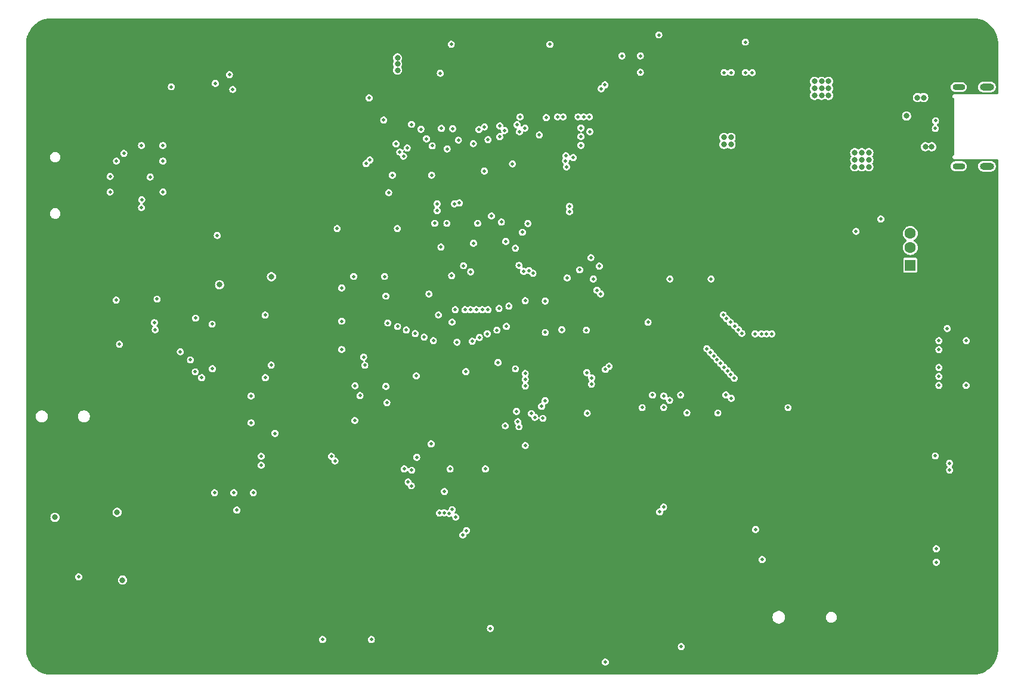
<source format=gbr>
%TF.GenerationSoftware,KiCad,Pcbnew,8.0.2*%
%TF.CreationDate,2024-07-19T10:45:18+07:00*%
%TF.ProjectId,chroma-pixel-zeta,6368726f-6d61-42d7-9069-78656c2d7a65,rev?*%
%TF.SameCoordinates,Original*%
%TF.FileFunction,Copper,L2,Inr*%
%TF.FilePolarity,Positive*%
%FSLAX46Y46*%
G04 Gerber Fmt 4.6, Leading zero omitted, Abs format (unit mm)*
G04 Created by KiCad (PCBNEW 8.0.2) date 2024-07-19 10:45:18*
%MOMM*%
%LPD*%
G01*
G04 APERTURE LIST*
%TA.AperFunction,ComponentPad*%
%ADD10C,0.800000*%
%TD*%
%TA.AperFunction,ComponentPad*%
%ADD11C,6.400000*%
%TD*%
%TA.AperFunction,ComponentPad*%
%ADD12R,1.500000X1.600000*%
%TD*%
%TA.AperFunction,ComponentPad*%
%ADD13C,1.600000*%
%TD*%
%TA.AperFunction,ComponentPad*%
%ADD14C,3.000000*%
%TD*%
%TA.AperFunction,ComponentPad*%
%ADD15O,2.000000X1.000000*%
%TD*%
%TA.AperFunction,ComponentPad*%
%ADD16O,1.800000X0.900000*%
%TD*%
%TA.AperFunction,ViaPad*%
%ADD17C,0.500000*%
%TD*%
%TA.AperFunction,ViaPad*%
%ADD18C,0.800000*%
%TD*%
G04 APERTURE END LIST*
D10*
%TO.N,GND*%
%TO.C,H3*%
X86249200Y-50634374D03*
X85546256Y-52331430D03*
X85546256Y-48937318D03*
X83849200Y-53034374D03*
D11*
X83849200Y-50634374D03*
D10*
X83849200Y-48234374D03*
X82152144Y-52331430D03*
X82152144Y-48937318D03*
X81449200Y-50634374D03*
%TD*%
%TO.N,GND*%
%TO.C,H4*%
X83849200Y-134234374D03*
X85546256Y-134937318D03*
X82152144Y-134937318D03*
X86249200Y-136634374D03*
D11*
X83849200Y-136634374D03*
D10*
X81449200Y-136634374D03*
X85546256Y-138331430D03*
X82152144Y-138331430D03*
X83849200Y-139034374D03*
%TD*%
D12*
%TO.N,Net-(D14-K)*%
%TO.C,J12*%
X205764800Y-82087600D03*
D13*
%TO.N,/USB/USB_D-*%
X205764800Y-79587600D03*
%TO.N,/USB/USB_D+*%
X205764800Y-77587600D03*
%TO.N,GND*%
X205764800Y-75087600D03*
D14*
X208474800Y-85157600D03*
X208474800Y-72017600D03*
%TD*%
D15*
%TO.N,/USB/SHIELD*%
%TO.C,J3*%
X216640000Y-68040000D03*
X216640000Y-56800000D03*
D16*
X212640000Y-68040000D03*
X212640000Y-56800000D03*
%TD*%
D10*
%TO.N,GND*%
%TO.C,H1*%
X212249200Y-136634374D03*
X212952144Y-134937318D03*
X212952144Y-138331430D03*
X214649200Y-134234374D03*
D11*
X214649200Y-136634374D03*
D10*
X214649200Y-139034374D03*
X216346256Y-134937318D03*
X216346256Y-138331430D03*
X217049200Y-136634374D03*
%TD*%
%TO.N,GND*%
%TO.C,H2*%
X212249200Y-50634374D03*
X212952144Y-48937318D03*
X212952144Y-52331430D03*
X214649200Y-48234374D03*
D11*
X214649200Y-50634374D03*
D10*
X214649200Y-53034374D03*
X216346256Y-48937318D03*
X216346256Y-52331430D03*
X217049200Y-50634374D03*
%TD*%
D17*
%TO.N,/MCU/VBUS_EN*%
X198069200Y-77292200D03*
X157050806Y-83898806D03*
%TO.N,GND*%
X206883000Y-104444800D03*
X136346600Y-51486400D03*
D18*
X184531000Y-61214000D03*
D17*
X84988400Y-127762000D03*
D18*
X95021400Y-119430800D03*
D17*
X174777400Y-86588600D03*
D18*
X211988400Y-121386600D03*
X85420200Y-115265200D03*
D17*
X215188800Y-70764400D03*
X87172800Y-75488800D03*
X105130600Y-99339400D03*
X137245640Y-137329600D03*
X151892000Y-108686600D03*
X89052400Y-138633200D03*
X82651600Y-131673600D03*
X207213200Y-83185000D03*
X162382200Y-128244600D03*
X216230200Y-116865400D03*
X210642200Y-83947000D03*
X123215400Y-95701000D03*
X217297000Y-91846400D03*
X94691200Y-51765200D03*
D18*
X91236800Y-115570000D03*
D17*
X189407800Y-114604800D03*
X100761800Y-95123000D03*
X81864200Y-55524400D03*
X151612600Y-128346200D03*
X209615049Y-100420449D03*
X215112600Y-106908600D03*
D18*
X104419400Y-70637400D03*
D17*
X217158849Y-96610449D03*
X107611700Y-50034374D03*
X152628600Y-109982000D03*
X123901200Y-99187000D03*
X85064600Y-107340400D03*
D18*
X93764800Y-90996199D03*
D17*
X125882400Y-101346000D03*
X95732600Y-88138000D03*
X168376600Y-86588600D03*
X105196800Y-91727200D03*
D18*
X189509400Y-66243200D03*
D17*
X122501200Y-94970600D03*
X175844200Y-127762000D03*
D18*
X184581800Y-64439800D03*
D17*
X103530400Y-110464600D03*
X191617600Y-128625600D03*
X217220800Y-82321400D03*
X84201000Y-122377200D03*
X92354400Y-106781600D03*
X173380400Y-138404600D03*
D18*
X178816000Y-71018400D03*
D17*
X98450400Y-92252800D03*
X82092800Y-114554000D03*
X130860800Y-128295400D03*
X123647200Y-104140000D03*
X121801200Y-94970600D03*
X99136200Y-122859800D03*
D18*
X188442600Y-68681600D03*
D17*
X152713200Y-78587600D03*
X209575400Y-137261600D03*
X123190000Y-118719600D03*
X124460000Y-99161600D03*
D18*
X90951600Y-124073425D03*
D17*
X103479600Y-108585000D03*
X170187800Y-137329600D03*
X184175400Y-56083200D03*
X214553800Y-77673200D03*
X160096200Y-82194400D03*
D18*
X91846400Y-111480600D03*
D17*
X178349200Y-54924400D03*
X118491000Y-54229000D03*
D18*
X184581800Y-71907400D03*
D17*
X121310400Y-97942400D03*
X191922400Y-134137400D03*
X103505000Y-106680000D03*
D18*
X93903800Y-128371600D03*
X89001600Y-123164600D03*
D17*
X128171300Y-55222500D03*
X102400400Y-56908400D03*
X86918800Y-68529200D03*
X110515400Y-105232200D03*
X162788600Y-51816000D03*
X148226360Y-137329600D03*
X125044200Y-84353400D03*
X120548400Y-96051600D03*
D18*
X209804000Y-57810400D03*
D17*
X213868000Y-104622600D03*
X203250800Y-98831400D03*
X123926600Y-84683600D03*
X125222000Y-95707200D03*
X120548400Y-96751600D03*
X159816800Y-98272600D03*
X217155751Y-97880449D03*
X207594200Y-123291600D03*
X120548400Y-97451600D03*
D18*
X202946000Y-48539400D03*
D17*
X169942400Y-134425800D03*
X82169000Y-86817200D03*
X126977500Y-55171700D03*
D18*
X86715600Y-116103400D03*
X163144200Y-71221600D03*
D17*
X143764000Y-49403000D03*
X170688000Y-84048600D03*
X123901200Y-94970600D03*
D18*
X206324200Y-63271400D03*
D17*
X216636600Y-131089400D03*
X108940600Y-135534400D03*
D18*
X95758000Y-118211600D03*
X124968000Y-70662800D03*
D17*
X141198600Y-128422400D03*
X156794200Y-49403000D03*
D18*
X153094000Y-50782800D03*
X193167000Y-71653400D03*
D17*
X214426800Y-113969800D03*
X87249000Y-93218000D03*
X120548400Y-98851600D03*
X82169000Y-94157800D03*
X144475200Y-110998000D03*
D18*
X91592400Y-128600200D03*
D17*
X200939400Y-138226800D03*
X108712000Y-124663200D03*
X98907600Y-104292400D03*
X215112600Y-112522000D03*
D18*
X216001600Y-128219200D03*
D17*
X173103932Y-103050732D03*
D18*
X86410800Y-120751600D03*
X205587600Y-59690000D03*
X195478400Y-71678800D03*
D17*
X90144600Y-48387000D03*
X205181200Y-70662800D03*
X97434400Y-82423000D03*
X204800200Y-133451600D03*
X131749800Y-100482400D03*
X159893000Y-104038400D03*
X116679800Y-87917200D03*
X133731000Y-75209400D03*
X161467800Y-91592400D03*
X173761400Y-54051200D03*
X152450800Y-76225400D03*
X123520200Y-50088800D03*
D18*
X186410600Y-70459600D03*
D17*
X125044200Y-89077800D03*
X159207080Y-137329600D03*
X121101200Y-99187000D03*
X158995000Y-134425800D03*
X208965800Y-116459000D03*
D18*
X84124800Y-111506000D03*
D17*
X197942200Y-85928200D03*
X210261200Y-106756200D03*
D18*
X209804000Y-65989200D03*
X186410600Y-61747400D03*
D17*
X123201200Y-94970600D03*
X189153800Y-103987600D03*
X125044200Y-93091000D03*
X208330800Y-108026200D03*
D18*
X209753200Y-49606200D03*
D17*
X121101200Y-94970600D03*
X178435000Y-84023200D03*
X208127600Y-95275400D03*
X140944600Y-76149200D03*
X123952000Y-89458800D03*
D18*
X209804000Y-58674000D03*
D17*
X139496800Y-111023400D03*
X189179200Y-86588600D03*
X121801200Y-99187000D03*
X109659900Y-89831700D03*
X135373800Y-55761200D03*
X120548400Y-95351600D03*
X122529600Y-125399800D03*
X87172800Y-82321400D03*
X197535800Y-93116400D03*
X123201200Y-99187000D03*
X92278200Y-57708800D03*
X175183800Y-115671600D03*
X141122400Y-79527400D03*
X105943400Y-110515400D03*
D18*
X86410800Y-123774200D03*
D17*
X120675400Y-50114200D03*
X110794800Y-119176800D03*
X126365000Y-50063400D03*
X90601800Y-87934800D03*
D18*
X209804000Y-66852800D03*
X171704000Y-63423800D03*
D17*
X125095000Y-102590600D03*
X122501200Y-99187000D03*
X157226000Y-119735600D03*
X109659900Y-97442200D03*
X99661800Y-70604200D03*
X168359932Y-103818532D03*
X137502600Y-55079600D03*
D18*
X216001600Y-118338600D03*
D17*
X95097600Y-135585200D03*
X132969000Y-111023400D03*
X116001800Y-96282200D03*
X120548400Y-98151600D03*
X177495200Y-103073200D03*
X145313400Y-76149200D03*
X210464400Y-73456800D03*
%TO.N,Net-(C34-Pad1)*%
X160756600Y-84048600D03*
X150063200Y-104317800D03*
D18*
%TO.N,VDD*%
X132969000Y-53530500D03*
X197882000Y-67132200D03*
X132969000Y-54406800D03*
X199882000Y-67132200D03*
X198882000Y-67132200D03*
X199882000Y-66132200D03*
X197882000Y-66132200D03*
X199882000Y-68132200D03*
D17*
X93014800Y-87045800D03*
D18*
X132969000Y-52654200D03*
D17*
X98577400Y-91252797D03*
D18*
X198882000Y-68132200D03*
X197882000Y-68132200D03*
X198882000Y-66132200D03*
%TO.N,+3V3*%
X179314600Y-64947800D03*
D17*
X97840800Y-69570600D03*
X139979400Y-76149200D03*
X141046200Y-73380600D03*
X106978700Y-114395500D03*
X201574400Y-75539600D03*
D18*
X180314600Y-63947800D03*
D17*
X209321400Y-109169200D03*
X129257200Y-135233000D03*
X140436600Y-111023400D03*
X112490500Y-114395500D03*
X109734600Y-114395000D03*
X125044200Y-90043000D03*
X178435000Y-103073200D03*
X115570000Y-105968800D03*
X174040800Y-103047800D03*
X128930400Y-58343800D03*
X133934200Y-111023400D03*
X171653200Y-84048600D03*
X184734200Y-123875800D03*
X104262000Y-97227400D03*
X115036600Y-96282200D03*
X126949200Y-99212400D03*
D18*
X180314600Y-64947800D03*
D17*
X177495200Y-84048600D03*
X159893000Y-103098600D03*
X126898400Y-104140000D03*
X104296200Y-89607400D03*
X99665600Y-65104200D03*
D18*
X179314600Y-63947800D03*
D17*
X99690000Y-71699200D03*
X125044200Y-94056200D03*
X150215600Y-105029000D03*
X112191800Y-104470200D03*
X158826200Y-82753200D03*
X170053000Y-49403000D03*
X167690800Y-102311200D03*
X211023200Y-91084400D03*
X145440400Y-111023400D03*
X127635000Y-100609400D03*
D18*
X93929200Y-126796800D03*
D17*
X144348200Y-76149200D03*
X132943600Y-76885800D03*
X213690200Y-99161600D03*
X188417200Y-102311200D03*
X170738800Y-102285800D03*
D18*
X115062000Y-83719677D03*
D17*
X162458400Y-138430000D03*
X151485600Y-76174600D03*
X122323000Y-135233000D03*
X99663800Y-67304200D03*
X159816800Y-97332800D03*
X159791000Y-91313400D03*
%TO.N,/MCU/NRST*%
X142773400Y-119761000D03*
X209840551Y-94070449D03*
X173253400Y-136245600D03*
X135633262Y-97798600D03*
%TO.N,/LCD/LCD_TP_SCL*%
X133815800Y-66624200D03*
X182346600Y-54737000D03*
X138582400Y-74345800D03*
X182346600Y-50419000D03*
%TO.N,/LCD/LCD_TP_SDA*%
X183337200Y-54762400D03*
X138582400Y-73380600D03*
X134340800Y-65455800D03*
%TO.N,/LCD/LCD_CS*%
X140589000Y-50723800D03*
X161889832Y-57038632D03*
%TO.N,/IO/STEMMA_SDA*%
X124079000Y-109880400D03*
X113614200Y-110490000D03*
X211353400Y-110210600D03*
%TO.N,/IO/STEMMA_SCL*%
X123571000Y-109220000D03*
X211353400Y-111175800D03*
X113614200Y-109220000D03*
%TO.N,/LCD/LTDC_HSYNC*%
X148165000Y-62975000D03*
X158597600Y-61036200D03*
%TO.N,/LCD/LTDC_VSYNC*%
X159385000Y-61036200D03*
X147473200Y-63852800D03*
%TO.N,/LCD/LTDC_DE*%
X160197800Y-61036200D03*
X147374707Y-88235693D03*
%TO.N,/IO/DBG_TX*%
X157375200Y-74495268D03*
X209840551Y-92800449D03*
%TO.N,/IO/DBG_SWCLK*%
X151087600Y-87147400D03*
X209829400Y-97880449D03*
%TO.N,/IO/DBG_SWDIO*%
X153949400Y-87172800D03*
X209829400Y-99150449D03*
%TO.N,/IO/DBG_RX*%
X213729849Y-92800449D03*
X157375200Y-73736200D03*
%TO.N,/IO/DBG_SWO*%
X209829400Y-96621600D03*
X148777193Y-87912930D03*
D18*
%TO.N,VBUS*%
X207670400Y-58293000D03*
X208813400Y-65278000D03*
X206781400Y-58293000D03*
X205232000Y-60909200D03*
X207899000Y-65278000D03*
D17*
%TO.N,/USB/USB_D+*%
X161278834Y-85637634D03*
X209346800Y-61587200D03*
X209321400Y-62687200D03*
%TO.N,/USB/USB_D-*%
X161809166Y-86167966D03*
%TO.N,/LCD/LCD_BLK*%
X150698200Y-77419200D03*
X131013200Y-61493400D03*
X109586700Y-57150000D03*
%TO.N,/MCU/BOOT0*%
X137439400Y-86182200D03*
X142240000Y-120396000D03*
%TO.N,/MCU/BTN0*%
X146151600Y-133654800D03*
X153619200Y-103835200D03*
%TO.N,/MCU/QUADSPI_BK1_NCS*%
X148285200Y-104902000D03*
X103567800Y-95540600D03*
X102141800Y-94386400D03*
%TO.N,/MCU/BTN1*%
X141249400Y-117856000D03*
X149869200Y-102844600D03*
D18*
%TO.N,/MCU/QUADSPI_BK2_NCS*%
X107696000Y-84861400D03*
D17*
X149707600Y-79679800D03*
%TO.N,/AUDIO/I2S3_SD_MODE*%
X112166400Y-100660200D03*
X98450400Y-90246200D03*
%TO.N,/MCU/QUADSPI_BK1_IO1*%
X128320800Y-96298600D03*
X106680000Y-96799400D03*
%TO.N,/MCU/SDRAM_ADD10*%
X147252200Y-95913193D03*
X178835945Y-96033257D03*
%TO.N,/MCU/SDRAM_DQ2*%
X171577000Y-101269800D03*
X151087600Y-97459800D03*
%TO.N,/MCU/SDRAM_ADD9*%
X147091400Y-91308257D03*
X181365174Y-91245400D03*
%TO.N,/MCU/SDRAM_ADD11*%
X148426200Y-90783257D03*
X180848000Y-90720400D03*
%TO.N,/MCU/SDRAM_ADD0*%
X178342152Y-95508257D03*
X131603337Y-90298600D03*
%TO.N,/MCU/SDRAM_ADD7*%
X144585200Y-92358257D03*
X183729134Y-91841329D03*
%TO.N,/MCU/SDRAM_ADD8*%
X145728200Y-91833257D03*
X181838600Y-91770400D03*
%TO.N,/MCU/SDRAM_DQ0*%
X160511000Y-98094800D03*
X169164000Y-100533200D03*
%TO.N,/MCU/SDRAM_ADD6*%
X184642368Y-91830768D03*
X143569200Y-92884007D03*
%TO.N,/MCU/SDRAM_ADD3*%
X176886112Y-93933257D03*
X135483600Y-91798600D03*
%TO.N,/MCU/SDRAM_DQ1*%
X160502600Y-98983800D03*
X170764200Y-100660200D03*
%TO.N,/MCU/SDRAM_DQ3*%
X151087600Y-98298000D03*
X173177200Y-100507800D03*
%TO.N,/MCU/SDRAM_ADD5*%
X185369200Y-91846400D03*
X138049000Y-92811600D03*
%TO.N,/MCU/SDRAM_ADD2*%
X177366404Y-94458257D03*
X134213600Y-91298600D03*
%TO.N,/MCU/SDRAM_ADD1*%
X177844644Y-94983257D03*
X132969000Y-90798600D03*
%TO.N,/MCU/SDRAM_ADD4*%
X186121432Y-91836632D03*
X136753600Y-92298600D03*
%TO.N,/MCU/QUADSPI_CLK*%
X114198400Y-98069400D03*
X137744200Y-107467400D03*
%TO.N,/MCU/QUADSPI_BK1_IO2*%
X105156000Y-98069400D03*
X128143000Y-95131400D03*
%TO.N,/MCU/QUADSPI_BK2_IO3*%
X114173000Y-89179400D03*
X140665200Y-83569677D03*
%TO.N,/MCU/QUADSPI_BK2_IO2*%
X143357600Y-83032600D03*
X106641200Y-90460600D03*
%TO.N,/AUDIO/I2S3_SDO*%
X148336000Y-78723000D03*
X107387619Y-77879981D03*
%TO.N,/AUDIO/I2S3_CK*%
X150215600Y-82118200D03*
X98839800Y-86898182D03*
%TO.N,/AUDIO/I2S3_WS*%
X134993600Y-111201200D03*
X93497400Y-93319600D03*
%TO.N,/MCU/LED_0*%
X139623800Y-114223800D03*
X139612042Y-117243800D03*
%TO.N,/MCU/LED_1*%
X140305791Y-117337149D03*
X151104600Y-107696000D03*
%TO.N,VBAT*%
X125044200Y-85318600D03*
X183794400Y-119608600D03*
%TO.N,/MEMORY SDRAM/SDRAM_LDQM*%
X151087600Y-99237800D03*
X179578000Y-100507800D03*
%TO.N,/MCU/SDRAM_ADD12*%
X168529000Y-90195400D03*
X180213000Y-90195400D03*
%TO.N,/MEMORY SDRAM/~{SDRAM_CAS}*%
X180782934Y-98140755D03*
X149721600Y-96807800D03*
%TO.N,/MEMORY SDRAM/SDRAM_CKE*%
X140727000Y-90170000D03*
X179681969Y-89670400D03*
%TO.N,/MEMORY SDRAM/~{SDRAM_RAS}*%
X142668868Y-97202868D03*
X180254568Y-97615755D03*
%TO.N,unconnected-(U2-PA9-Pad120)*%
X161622869Y-82228330D03*
%TO.N,/LCD/LCD_DISP*%
X154609800Y-50749200D03*
X162427432Y-56501032D03*
%TO.N,/MEMORY SDRAM/SDRAM_BA0*%
X179800202Y-97083257D03*
X162483800Y-96891800D03*
%TO.N,/MEMORY SDRAM/SDRAM_UDQM*%
X138785600Y-89154000D03*
X179203634Y-89145400D03*
%TO.N,/MEMORY SDRAM/~{SDRAM_WE}*%
X135693600Y-109360409D03*
X180365400Y-100990400D03*
%TO.N,/MEMORY SDRAM/SDRAM_BA1*%
X179311895Y-96558257D03*
X163016943Y-96438193D03*
D18*
%TO.N,+3V3A*%
X194167000Y-55988200D03*
D17*
X100863400Y-56769000D03*
D18*
X194167000Y-57988200D03*
X192167000Y-55988200D03*
X84328000Y-117881400D03*
X194167000Y-56988200D03*
X93167200Y-117170200D03*
X193167000Y-57988200D03*
X193167000Y-56988200D03*
X192167000Y-56988200D03*
D17*
X139052600Y-54851600D03*
D18*
X192167000Y-57988200D03*
X193167000Y-55988200D03*
D17*
%TO.N,/AUDIO/I2S2_DIN*%
X150891632Y-82972032D03*
X87706200Y-126339600D03*
X141427000Y-93014800D03*
X110163381Y-116868981D03*
%TO.N,/AUDIO/I2S2_WS*%
X152450800Y-103682800D03*
X140741400Y-116789200D03*
%TO.N,/LCD/LTDC_B4*%
X154076400Y-61137800D03*
X149936200Y-62153800D03*
%TO.N,/LCD/LTDC_G2*%
X159015598Y-63830200D03*
X144523134Y-62839600D03*
%TO.N,/LCD/LTDC_R7*%
X141606268Y-64338200D03*
X156861782Y-66548204D03*
%TO.N,/LCD/LTDC_G3*%
X145323134Y-62458600D03*
X160278095Y-63140305D03*
%TO.N,/LCD/LTDC_R3*%
X137889402Y-65143400D03*
X152199400Y-83244200D03*
%TO.N,/LCD/LTDC_B6*%
X155676600Y-61036200D03*
X151081866Y-62627800D03*
%TO.N,/LCD/LTDC_G5*%
X145313400Y-68732400D03*
X151612600Y-82844707D03*
%TO.N,/LCD/LTDC_G4*%
X159015598Y-65074800D03*
X145822200Y-64267849D03*
%TO.N,/LCD/LTDC_R4*%
X139206268Y-62676068D03*
X156839598Y-67264602D03*
%TO.N,/LCD/LTDC_R0*%
X137795000Y-69302200D03*
X141735851Y-73260661D03*
%TO.N,/LCD/LTDC_R6*%
X145796000Y-88417400D03*
X140806268Y-62712600D03*
%TO.N,/LCD/LTDC_G1*%
X145008600Y-88417400D03*
X143723134Y-64837800D03*
%TO.N,/LCD/LTDC_B5*%
X157925800Y-66819761D03*
X144145000Y-88417400D03*
%TO.N,/LCD/LTDC_R2*%
X142544800Y-88417400D03*
X137089402Y-64137801D03*
%TO.N,/LCD/LTDC_B7*%
X156489400Y-61036200D03*
X150281866Y-63152800D03*
%TO.N,/LCD/LTDC_R1*%
X143306800Y-88417400D03*
X136289402Y-62788800D03*
%TO.N,/LCD/LTDC_R5*%
X140004800Y-65582800D03*
X141173200Y-88417400D03*
%TO.N,/LCD/LTDC_B3*%
X159015598Y-62620271D03*
X153111200Y-63596200D03*
%TO.N,/LCD/LTDC_G7*%
X149301200Y-67709163D03*
X156963667Y-68131133D03*
%TO.N,/LCD/LTDC_B0*%
X150368000Y-61036200D03*
X147497800Y-62331600D03*
%TO.N,/LCD/LCD_DC*%
X160419561Y-81025025D03*
X134964402Y-62103000D03*
%TO.N,/LCD/LCD_SDI(MOSI)*%
X132240800Y-69302200D03*
X138243600Y-76149200D03*
%TO.N,/LCD/LCD_SCK*%
X134467600Y-112877600D03*
X107111700Y-56286400D03*
%TO.N,/LCD/LCD_TP_RST*%
X180340000Y-54737000D03*
X133290800Y-66040000D03*
X146304000Y-75099200D03*
%TO.N,/LCD/LCD_SDO(MISO)*%
X109111700Y-55041800D03*
X134918496Y-113413040D03*
%TO.N,/LCD/LCD_TP_INT*%
X132765800Y-64871600D03*
X147718600Y-75971400D03*
X179349400Y-54737000D03*
%TO.N,/MCU/SD_CMD*%
X92159600Y-71704200D03*
X131445000Y-101608400D03*
%TO.N,/MCU/SD_DAT1*%
X153924000Y-101320600D03*
X94107000Y-66217800D03*
%TO.N,/MCU/SD_CLK*%
X92159600Y-69494400D03*
X131318000Y-99298600D03*
%TO.N,/MCU/SD_DAT2*%
X142341600Y-82169677D03*
X96621600Y-73914000D03*
%TO.N,/MCU/SD_DET*%
X124409200Y-76888597D03*
X131114800Y-83693000D03*
X96621600Y-65100200D03*
X126746000Y-83693000D03*
%TO.N,/MCU/SD_DAT0*%
X153416000Y-102133400D03*
X93074000Y-67310000D03*
%TO.N,/MCU/SD_DAT3*%
X96647000Y-72796400D03*
X139141200Y-79527400D03*
%TO.N,/LCD/LCD_SPI_DAT*%
X167436800Y-54711600D03*
X167436800Y-52374800D03*
%TO.N,/LCD/LCD_SPI_CLK*%
X131715607Y-71797007D03*
X164820600Y-52374800D03*
%TO.N,/IO/USART6_RX*%
X209448400Y-124256800D03*
X170180000Y-117119400D03*
X153949400Y-91643200D03*
%TO.N,/IO/USART6_TX*%
X209448400Y-122351800D03*
X170743014Y-116429670D03*
X156286200Y-91248600D03*
%TO.N,/LCD/LCD_SPI_RESET*%
X143743600Y-78978143D03*
X129057400Y-67149200D03*
%TO.N,/LCD/LCD_SPI_CS*%
X128498600Y-67674200D03*
X131318000Y-86487000D03*
%TO.N,/AUDIO/I2S2_CK*%
X151992346Y-103153816D03*
X138912600Y-117271800D03*
%TD*%
%TA.AperFunction,Conductor*%
%TO.N,GND*%
G36*
X214650031Y-47034384D02*
G01*
X214832074Y-47036792D01*
X214843359Y-47037457D01*
X215206294Y-47075603D01*
X215219107Y-47077633D01*
X215575231Y-47153329D01*
X215587756Y-47156685D01*
X215933947Y-47269169D01*
X215934021Y-47269193D01*
X215946138Y-47273844D01*
X216278753Y-47421933D01*
X216290303Y-47427818D01*
X216605611Y-47609860D01*
X216616496Y-47616929D01*
X216911040Y-47830927D01*
X216921125Y-47839093D01*
X217191692Y-48082711D01*
X217200866Y-48091885D01*
X217444489Y-48362454D01*
X217452657Y-48372540D01*
X217666659Y-48667085D01*
X217673728Y-48677971D01*
X217855767Y-48993270D01*
X217861659Y-49004834D01*
X218009742Y-49337430D01*
X218014394Y-49349547D01*
X218126905Y-49695813D01*
X218130264Y-49708350D01*
X218205961Y-50064465D01*
X218207992Y-50077284D01*
X218246138Y-50440188D01*
X218246806Y-50451528D01*
X218249187Y-50633449D01*
X218249198Y-50635231D01*
X218240159Y-57676159D01*
X218220388Y-57743173D01*
X218167526Y-57788860D01*
X218116159Y-57800000D01*
X212039999Y-57800000D01*
X211983682Y-57802340D01*
X211983681Y-57802340D01*
X211983679Y-57802341D01*
X211913776Y-57829775D01*
X211878824Y-57843493D01*
X211796255Y-57920107D01*
X211796253Y-57920109D01*
X211747383Y-58021590D01*
X211747381Y-58021597D01*
X211743722Y-58070426D01*
X211738964Y-58133920D01*
X211759762Y-58201343D01*
X211772166Y-58241556D01*
X211842396Y-58329620D01*
X211842399Y-58329623D01*
X211889925Y-58359763D01*
X211918039Y-58377442D01*
X211947022Y-58402710D01*
X211988011Y-58451563D01*
X212009542Y-58488860D01*
X212031355Y-58548800D01*
X212038742Y-58586498D01*
X212039911Y-58617272D01*
X212040000Y-58621979D01*
X212040000Y-66218018D01*
X212039909Y-66222760D01*
X212038732Y-66253514D01*
X212031347Y-66291177D01*
X212009528Y-66351133D01*
X211987998Y-66388429D01*
X211947004Y-66437289D01*
X211918053Y-66462537D01*
X211904741Y-66470914D01*
X211904343Y-66471092D01*
X211842399Y-66510379D01*
X211842396Y-66510381D01*
X211772166Y-66598446D01*
X211772166Y-66598447D01*
X211738966Y-66706082D01*
X211747383Y-66818402D01*
X211747383Y-66818403D01*
X211747384Y-66818406D01*
X211796256Y-66919891D01*
X211878827Y-66996505D01*
X211942527Y-67021505D01*
X211983679Y-67037657D01*
X211997760Y-67038242D01*
X212040000Y-67040000D01*
X218125200Y-67040000D01*
X218192239Y-67059685D01*
X218237994Y-67112489D01*
X218249200Y-67164000D01*
X218249200Y-136633574D01*
X218249190Y-136635157D01*
X218246865Y-136817212D01*
X218246196Y-136828589D01*
X218208058Y-137191477D01*
X218206027Y-137204298D01*
X218130331Y-137560426D01*
X218126972Y-137572962D01*
X218014467Y-137919226D01*
X218009816Y-137931344D01*
X217861726Y-138263964D01*
X217855834Y-138275528D01*
X217766651Y-138430000D01*
X217673820Y-138590791D01*
X217673793Y-138590837D01*
X217666723Y-138601723D01*
X217452720Y-138896275D01*
X217444552Y-138906362D01*
X217200934Y-139176929D01*
X217191757Y-139186107D01*
X216921181Y-139429737D01*
X216911094Y-139437905D01*
X216616540Y-139651912D01*
X216605654Y-139658981D01*
X216290354Y-139841020D01*
X216278790Y-139846912D01*
X215946168Y-139995006D01*
X215934050Y-139999658D01*
X215587784Y-140112167D01*
X215575247Y-140115526D01*
X215219124Y-140191222D01*
X215206305Y-140193253D01*
X214843420Y-140231395D01*
X214832025Y-140232064D01*
X214663066Y-140234198D01*
X214649990Y-140234364D01*
X214648426Y-140234374D01*
X83849977Y-140234374D01*
X83848358Y-140234363D01*
X83666356Y-140231986D01*
X83655013Y-140231318D01*
X83292109Y-140193173D01*
X83279290Y-140191142D01*
X82923170Y-140115445D01*
X82910633Y-140112086D01*
X82564378Y-139999580D01*
X82552260Y-139994928D01*
X82219645Y-139846837D01*
X82208081Y-139840945D01*
X81892783Y-139658906D01*
X81881898Y-139651837D01*
X81587354Y-139437838D01*
X81577267Y-139429670D01*
X81306702Y-139186051D01*
X81297524Y-139176873D01*
X81053905Y-138906307D01*
X81045737Y-138896220D01*
X80905624Y-138703371D01*
X80831737Y-138601674D01*
X80824670Y-138590791D01*
X80731837Y-138430000D01*
X161952753Y-138430000D01*
X161973234Y-138572456D01*
X161986578Y-138601674D01*
X162033023Y-138703373D01*
X162127272Y-138812143D01*
X162248347Y-138889953D01*
X162248350Y-138889954D01*
X162248349Y-138889954D01*
X162386436Y-138930499D01*
X162386438Y-138930500D01*
X162386439Y-138930500D01*
X162530362Y-138930500D01*
X162530362Y-138930499D01*
X162668453Y-138889953D01*
X162789528Y-138812143D01*
X162883777Y-138703373D01*
X162943565Y-138572457D01*
X162964047Y-138430000D01*
X162943565Y-138287543D01*
X162883777Y-138156627D01*
X162789528Y-138047857D01*
X162668453Y-137970047D01*
X162668451Y-137970046D01*
X162668449Y-137970045D01*
X162668450Y-137970045D01*
X162530363Y-137929500D01*
X162530361Y-137929500D01*
X162386439Y-137929500D01*
X162386436Y-137929500D01*
X162248349Y-137970045D01*
X162127273Y-138047856D01*
X162033023Y-138156626D01*
X162033022Y-138156628D01*
X161973234Y-138287543D01*
X161952753Y-138430000D01*
X80731837Y-138430000D01*
X80642632Y-138275493D01*
X80636740Y-138263929D01*
X80488649Y-137931314D01*
X80484001Y-137919208D01*
X80371490Y-137572937D01*
X80368132Y-137560402D01*
X80292434Y-137204277D01*
X80290405Y-137191467D01*
X80252260Y-136828549D01*
X80251593Y-136817220D01*
X80250662Y-136746100D01*
X80249211Y-136635214D01*
X80249200Y-136633591D01*
X80249200Y-136245600D01*
X172747753Y-136245600D01*
X172768234Y-136388056D01*
X172828022Y-136518971D01*
X172828023Y-136518973D01*
X172922272Y-136627743D01*
X173043347Y-136705553D01*
X173043350Y-136705554D01*
X173043349Y-136705554D01*
X173181436Y-136746099D01*
X173181438Y-136746100D01*
X173181439Y-136746100D01*
X173325362Y-136746100D01*
X173325362Y-136746099D01*
X173463453Y-136705553D01*
X173584528Y-136627743D01*
X173678777Y-136518973D01*
X173738565Y-136388057D01*
X173759047Y-136245600D01*
X173738565Y-136103143D01*
X173678777Y-135972227D01*
X173584528Y-135863457D01*
X173463453Y-135785647D01*
X173463451Y-135785646D01*
X173463449Y-135785645D01*
X173463450Y-135785645D01*
X173325363Y-135745100D01*
X173325361Y-135745100D01*
X173181439Y-135745100D01*
X173181436Y-135745100D01*
X173043349Y-135785645D01*
X172922273Y-135863456D01*
X172828023Y-135972226D01*
X172828022Y-135972228D01*
X172768234Y-136103143D01*
X172747753Y-136245600D01*
X80249200Y-136245600D01*
X80249200Y-135233000D01*
X121817353Y-135233000D01*
X121837834Y-135375456D01*
X121897622Y-135506371D01*
X121897623Y-135506373D01*
X121991872Y-135615143D01*
X122112947Y-135692953D01*
X122112950Y-135692954D01*
X122112949Y-135692954D01*
X122251036Y-135733499D01*
X122251038Y-135733500D01*
X122251039Y-135733500D01*
X122394962Y-135733500D01*
X122394962Y-135733499D01*
X122533053Y-135692953D01*
X122654128Y-135615143D01*
X122748377Y-135506373D01*
X122808165Y-135375457D01*
X122828647Y-135233000D01*
X128751553Y-135233000D01*
X128772034Y-135375456D01*
X128831822Y-135506371D01*
X128831823Y-135506373D01*
X128926072Y-135615143D01*
X129047147Y-135692953D01*
X129047150Y-135692954D01*
X129047149Y-135692954D01*
X129185236Y-135733499D01*
X129185238Y-135733500D01*
X129185239Y-135733500D01*
X129329162Y-135733500D01*
X129329162Y-135733499D01*
X129467253Y-135692953D01*
X129588328Y-135615143D01*
X129682577Y-135506373D01*
X129742365Y-135375457D01*
X129762847Y-135233000D01*
X129742365Y-135090543D01*
X129682577Y-134959627D01*
X129588328Y-134850857D01*
X129467253Y-134773047D01*
X129467251Y-134773046D01*
X129467249Y-134773045D01*
X129467250Y-134773045D01*
X129329163Y-134732500D01*
X129329161Y-134732500D01*
X129185239Y-134732500D01*
X129185236Y-134732500D01*
X129047149Y-134773045D01*
X128926073Y-134850856D01*
X128831823Y-134959626D01*
X128831822Y-134959628D01*
X128772034Y-135090543D01*
X128751553Y-135233000D01*
X122828647Y-135233000D01*
X122808165Y-135090543D01*
X122748377Y-134959627D01*
X122654128Y-134850857D01*
X122533053Y-134773047D01*
X122533051Y-134773046D01*
X122533049Y-134773045D01*
X122533050Y-134773045D01*
X122394963Y-134732500D01*
X122394961Y-134732500D01*
X122251039Y-134732500D01*
X122251036Y-134732500D01*
X122112949Y-134773045D01*
X121991873Y-134850856D01*
X121897623Y-134959626D01*
X121897622Y-134959628D01*
X121837834Y-135090543D01*
X121817353Y-135233000D01*
X80249200Y-135233000D01*
X80249200Y-133654800D01*
X145645953Y-133654800D01*
X145666434Y-133797256D01*
X145726222Y-133928171D01*
X145726223Y-133928173D01*
X145820472Y-134036943D01*
X145941547Y-134114753D01*
X145941550Y-134114754D01*
X145941549Y-134114754D01*
X146079636Y-134155299D01*
X146079638Y-134155300D01*
X146079639Y-134155300D01*
X146223562Y-134155300D01*
X146223562Y-134155299D01*
X146361653Y-134114753D01*
X146482728Y-134036943D01*
X146576977Y-133928173D01*
X146636765Y-133797257D01*
X146657247Y-133654800D01*
X146636765Y-133512343D01*
X146576977Y-133381427D01*
X146482728Y-133272657D01*
X146361653Y-133194847D01*
X146361651Y-133194846D01*
X146361649Y-133194845D01*
X146361650Y-133194845D01*
X146223563Y-133154300D01*
X146223561Y-133154300D01*
X146079639Y-133154300D01*
X146079636Y-133154300D01*
X145941549Y-133194845D01*
X145820473Y-133272656D01*
X145726223Y-133381426D01*
X145726222Y-133381428D01*
X145666434Y-133512343D01*
X145645953Y-133654800D01*
X80249200Y-133654800D01*
X80249200Y-131991304D01*
X186188100Y-131991304D01*
X186188100Y-132168695D01*
X186222703Y-132342658D01*
X186222706Y-132342667D01*
X186290583Y-132506540D01*
X186290590Y-132506553D01*
X186389135Y-132654034D01*
X186389138Y-132654038D01*
X186514561Y-132779461D01*
X186514565Y-132779464D01*
X186662046Y-132878009D01*
X186662059Y-132878016D01*
X186784963Y-132928923D01*
X186825934Y-132945894D01*
X186825936Y-132945894D01*
X186825941Y-132945896D01*
X186999904Y-132980499D01*
X186999907Y-132980500D01*
X186999909Y-132980500D01*
X187177293Y-132980500D01*
X187177294Y-132980499D01*
X187235282Y-132968964D01*
X187351258Y-132945896D01*
X187351261Y-132945894D01*
X187351266Y-132945894D01*
X187515147Y-132878013D01*
X187662635Y-132779464D01*
X187788064Y-132654035D01*
X187886613Y-132506547D01*
X187954494Y-132342666D01*
X187989100Y-132168691D01*
X187989100Y-132003615D01*
X193763100Y-132003615D01*
X193763100Y-132156384D01*
X193792900Y-132306197D01*
X193792902Y-132306205D01*
X193851359Y-132447334D01*
X193851364Y-132447343D01*
X193936229Y-132574351D01*
X193936232Y-132574355D01*
X194044244Y-132682367D01*
X194044248Y-132682370D01*
X194171256Y-132767235D01*
X194171262Y-132767238D01*
X194171263Y-132767239D01*
X194312395Y-132825698D01*
X194462215Y-132855499D01*
X194462219Y-132855500D01*
X194462220Y-132855500D01*
X194614981Y-132855500D01*
X194614982Y-132855499D01*
X194764805Y-132825698D01*
X194905937Y-132767239D01*
X195032952Y-132682370D01*
X195140970Y-132574352D01*
X195225839Y-132447337D01*
X195284298Y-132306205D01*
X195314100Y-132156380D01*
X195314100Y-132003620D01*
X195284298Y-131853795D01*
X195225839Y-131712663D01*
X195225838Y-131712662D01*
X195225835Y-131712656D01*
X195140970Y-131585648D01*
X195140967Y-131585644D01*
X195032955Y-131477632D01*
X195032951Y-131477629D01*
X194905943Y-131392764D01*
X194905934Y-131392759D01*
X194764805Y-131334302D01*
X194764797Y-131334300D01*
X194614984Y-131304500D01*
X194614980Y-131304500D01*
X194462220Y-131304500D01*
X194462215Y-131304500D01*
X194312402Y-131334300D01*
X194312394Y-131334302D01*
X194171265Y-131392759D01*
X194171256Y-131392764D01*
X194044248Y-131477629D01*
X194044244Y-131477632D01*
X193936232Y-131585644D01*
X193936229Y-131585648D01*
X193851364Y-131712656D01*
X193851359Y-131712665D01*
X193792902Y-131853794D01*
X193792900Y-131853802D01*
X193763100Y-132003615D01*
X187989100Y-132003615D01*
X187989100Y-131991309D01*
X187989100Y-131991306D01*
X187989099Y-131991304D01*
X187954496Y-131817341D01*
X187954493Y-131817332D01*
X187886616Y-131653459D01*
X187886609Y-131653446D01*
X187788064Y-131505965D01*
X187788061Y-131505961D01*
X187662638Y-131380538D01*
X187662634Y-131380535D01*
X187515153Y-131281990D01*
X187515140Y-131281983D01*
X187351267Y-131214106D01*
X187351258Y-131214103D01*
X187177294Y-131179500D01*
X187177291Y-131179500D01*
X186999909Y-131179500D01*
X186999906Y-131179500D01*
X186825941Y-131214103D01*
X186825932Y-131214106D01*
X186662059Y-131281983D01*
X186662046Y-131281990D01*
X186514565Y-131380535D01*
X186514561Y-131380538D01*
X186389138Y-131505961D01*
X186389135Y-131505965D01*
X186290590Y-131653446D01*
X186290583Y-131653459D01*
X186222706Y-131817332D01*
X186222703Y-131817341D01*
X186188100Y-131991304D01*
X80249200Y-131991304D01*
X80249200Y-126339600D01*
X87200553Y-126339600D01*
X87221034Y-126482056D01*
X87225702Y-126492277D01*
X87280823Y-126612973D01*
X87375072Y-126721743D01*
X87496147Y-126799553D01*
X87496150Y-126799554D01*
X87496149Y-126799554D01*
X87634236Y-126840099D01*
X87634238Y-126840100D01*
X87634239Y-126840100D01*
X87778162Y-126840100D01*
X87778162Y-126840099D01*
X87916253Y-126799553D01*
X87920538Y-126796799D01*
X93273922Y-126796799D01*
X93273922Y-126796800D01*
X93292962Y-126953618D01*
X93348980Y-127101323D01*
X93438717Y-127231330D01*
X93556960Y-127336083D01*
X93556962Y-127336084D01*
X93696834Y-127409496D01*
X93850214Y-127447300D01*
X93850215Y-127447300D01*
X94008185Y-127447300D01*
X94161565Y-127409496D01*
X94301440Y-127336083D01*
X94419683Y-127231330D01*
X94509420Y-127101323D01*
X94565437Y-126953618D01*
X94584478Y-126796800D01*
X94565437Y-126639982D01*
X94509420Y-126492277D01*
X94419683Y-126362270D01*
X94301440Y-126257517D01*
X94301438Y-126257516D01*
X94301437Y-126257515D01*
X94161565Y-126184103D01*
X94008186Y-126146300D01*
X94008185Y-126146300D01*
X93850215Y-126146300D01*
X93850214Y-126146300D01*
X93696834Y-126184103D01*
X93556962Y-126257515D01*
X93438716Y-126362271D01*
X93348981Y-126492275D01*
X93348980Y-126492276D01*
X93292962Y-126639981D01*
X93273922Y-126796799D01*
X87920538Y-126796799D01*
X88037328Y-126721743D01*
X88131577Y-126612973D01*
X88191365Y-126482057D01*
X88211847Y-126339600D01*
X88191365Y-126197143D01*
X88131577Y-126066227D01*
X88037328Y-125957457D01*
X87916253Y-125879647D01*
X87916251Y-125879646D01*
X87916249Y-125879645D01*
X87916250Y-125879645D01*
X87778163Y-125839100D01*
X87778161Y-125839100D01*
X87634239Y-125839100D01*
X87634236Y-125839100D01*
X87496149Y-125879645D01*
X87375073Y-125957456D01*
X87280823Y-126066226D01*
X87280822Y-126066228D01*
X87221034Y-126197143D01*
X87200553Y-126339600D01*
X80249200Y-126339600D01*
X80249200Y-123875800D01*
X184228553Y-123875800D01*
X184249034Y-124018256D01*
X184292916Y-124114343D01*
X184308823Y-124149173D01*
X184403072Y-124257943D01*
X184524147Y-124335753D01*
X184524150Y-124335754D01*
X184524149Y-124335754D01*
X184662236Y-124376299D01*
X184662238Y-124376300D01*
X184662239Y-124376300D01*
X184806162Y-124376300D01*
X184806162Y-124376299D01*
X184944253Y-124335753D01*
X185065328Y-124257943D01*
X185066318Y-124256800D01*
X208942753Y-124256800D01*
X208963234Y-124399256D01*
X209023022Y-124530171D01*
X209023023Y-124530173D01*
X209117272Y-124638943D01*
X209238347Y-124716753D01*
X209238350Y-124716754D01*
X209238349Y-124716754D01*
X209376436Y-124757299D01*
X209376438Y-124757300D01*
X209376439Y-124757300D01*
X209520362Y-124757300D01*
X209520362Y-124757299D01*
X209658453Y-124716753D01*
X209779528Y-124638943D01*
X209873777Y-124530173D01*
X209933565Y-124399257D01*
X209954047Y-124256800D01*
X209933565Y-124114343D01*
X209873777Y-123983427D01*
X209779528Y-123874657D01*
X209658453Y-123796847D01*
X209658451Y-123796846D01*
X209658449Y-123796845D01*
X209658450Y-123796845D01*
X209520363Y-123756300D01*
X209520361Y-123756300D01*
X209376439Y-123756300D01*
X209376436Y-123756300D01*
X209238349Y-123796845D01*
X209117273Y-123874656D01*
X209023023Y-123983426D01*
X209023022Y-123983428D01*
X208963234Y-124114343D01*
X208942753Y-124256800D01*
X185066318Y-124256800D01*
X185159577Y-124149173D01*
X185219365Y-124018257D01*
X185239847Y-123875800D01*
X185219365Y-123733343D01*
X185159577Y-123602427D01*
X185065328Y-123493657D01*
X184944253Y-123415847D01*
X184944251Y-123415846D01*
X184944249Y-123415845D01*
X184944250Y-123415845D01*
X184806163Y-123375300D01*
X184806161Y-123375300D01*
X184662239Y-123375300D01*
X184662236Y-123375300D01*
X184524149Y-123415845D01*
X184403073Y-123493656D01*
X184308823Y-123602426D01*
X184308822Y-123602428D01*
X184249034Y-123733343D01*
X184228553Y-123875800D01*
X80249200Y-123875800D01*
X80249200Y-122351800D01*
X208942753Y-122351800D01*
X208963234Y-122494256D01*
X209023022Y-122625171D01*
X209023023Y-122625173D01*
X209117272Y-122733943D01*
X209238347Y-122811753D01*
X209238350Y-122811754D01*
X209238349Y-122811754D01*
X209376436Y-122852299D01*
X209376438Y-122852300D01*
X209376439Y-122852300D01*
X209520362Y-122852300D01*
X209520362Y-122852299D01*
X209658453Y-122811753D01*
X209779528Y-122733943D01*
X209873777Y-122625173D01*
X209933565Y-122494257D01*
X209954047Y-122351800D01*
X209933565Y-122209343D01*
X209873777Y-122078427D01*
X209779528Y-121969657D01*
X209658453Y-121891847D01*
X209658451Y-121891846D01*
X209658449Y-121891845D01*
X209658450Y-121891845D01*
X209520363Y-121851300D01*
X209520361Y-121851300D01*
X209376439Y-121851300D01*
X209376436Y-121851300D01*
X209238349Y-121891845D01*
X209117273Y-121969656D01*
X209023023Y-122078426D01*
X209023022Y-122078428D01*
X208963234Y-122209343D01*
X208942753Y-122351800D01*
X80249200Y-122351800D01*
X80249200Y-120396000D01*
X141734353Y-120396000D01*
X141754834Y-120538456D01*
X141814622Y-120669371D01*
X141814623Y-120669373D01*
X141908872Y-120778143D01*
X142029947Y-120855953D01*
X142029950Y-120855954D01*
X142029949Y-120855954D01*
X142168036Y-120896499D01*
X142168038Y-120896500D01*
X142168039Y-120896500D01*
X142311962Y-120896500D01*
X142311962Y-120896499D01*
X142450053Y-120855953D01*
X142571128Y-120778143D01*
X142665377Y-120669373D01*
X142725165Y-120538457D01*
X142745647Y-120396000D01*
X142745647Y-120395999D01*
X142745647Y-120387131D01*
X142748362Y-120387131D01*
X142756311Y-120331848D01*
X142802067Y-120279045D01*
X142837401Y-120265869D01*
X142836852Y-120263999D01*
X142983450Y-120220954D01*
X142983450Y-120220953D01*
X142983453Y-120220953D01*
X143104528Y-120143143D01*
X143198777Y-120034373D01*
X143258565Y-119903457D01*
X143279047Y-119761000D01*
X143258565Y-119618543D01*
X143254024Y-119608600D01*
X183288753Y-119608600D01*
X183309234Y-119751056D01*
X183313776Y-119761001D01*
X183369023Y-119881973D01*
X183463272Y-119990743D01*
X183584347Y-120068553D01*
X183584350Y-120068554D01*
X183584349Y-120068554D01*
X183722436Y-120109099D01*
X183722438Y-120109100D01*
X183722439Y-120109100D01*
X183866362Y-120109100D01*
X183866362Y-120109099D01*
X184004453Y-120068553D01*
X184125528Y-119990743D01*
X184219777Y-119881973D01*
X184279565Y-119751057D01*
X184300047Y-119608600D01*
X184279565Y-119466143D01*
X184219777Y-119335227D01*
X184125528Y-119226457D01*
X184004453Y-119148647D01*
X184004451Y-119148646D01*
X184004449Y-119148645D01*
X184004450Y-119148645D01*
X183866363Y-119108100D01*
X183866361Y-119108100D01*
X183722439Y-119108100D01*
X183722436Y-119108100D01*
X183584349Y-119148645D01*
X183463273Y-119226456D01*
X183369023Y-119335226D01*
X183369022Y-119335228D01*
X183309234Y-119466143D01*
X183288753Y-119608600D01*
X143254024Y-119608600D01*
X143198777Y-119487627D01*
X143104528Y-119378857D01*
X142983453Y-119301047D01*
X142983451Y-119301046D01*
X142983449Y-119301045D01*
X142983450Y-119301045D01*
X142845363Y-119260500D01*
X142845361Y-119260500D01*
X142701439Y-119260500D01*
X142701436Y-119260500D01*
X142563349Y-119301045D01*
X142442273Y-119378856D01*
X142348023Y-119487626D01*
X142348022Y-119487628D01*
X142288234Y-119618543D01*
X142267753Y-119761001D01*
X142267753Y-119769869D01*
X142265041Y-119769869D01*
X142257076Y-119825176D01*
X142211309Y-119877969D01*
X142176001Y-119891138D01*
X142176548Y-119893001D01*
X142029949Y-119936045D01*
X141908873Y-120013856D01*
X141814623Y-120122626D01*
X141814622Y-120122628D01*
X141754834Y-120253543D01*
X141734353Y-120396000D01*
X80249200Y-120396000D01*
X80249200Y-117881399D01*
X83672722Y-117881399D01*
X83672722Y-117881400D01*
X83691762Y-118038218D01*
X83726333Y-118129373D01*
X83747780Y-118185923D01*
X83837517Y-118315930D01*
X83955760Y-118420683D01*
X83955762Y-118420684D01*
X84095634Y-118494096D01*
X84249014Y-118531900D01*
X84249015Y-118531900D01*
X84406985Y-118531900D01*
X84560365Y-118494096D01*
X84700240Y-118420683D01*
X84818483Y-118315930D01*
X84908220Y-118185923D01*
X84964237Y-118038218D01*
X84983278Y-117881400D01*
X84973043Y-117797102D01*
X84964237Y-117724581D01*
X84924536Y-117619899D01*
X84908220Y-117576877D01*
X84818483Y-117446870D01*
X84700240Y-117342117D01*
X84700238Y-117342116D01*
X84700237Y-117342115D01*
X84560365Y-117268703D01*
X84406986Y-117230900D01*
X84406985Y-117230900D01*
X84249015Y-117230900D01*
X84249014Y-117230900D01*
X84095634Y-117268703D01*
X83955762Y-117342115D01*
X83837516Y-117446871D01*
X83747781Y-117576875D01*
X83747780Y-117576876D01*
X83691762Y-117724581D01*
X83672722Y-117881399D01*
X80249200Y-117881399D01*
X80249200Y-117170199D01*
X92511922Y-117170199D01*
X92511922Y-117170200D01*
X92530962Y-117327018D01*
X92557141Y-117396045D01*
X92586980Y-117474723D01*
X92676717Y-117604730D01*
X92794960Y-117709483D01*
X92794962Y-117709484D01*
X92934834Y-117782896D01*
X93088214Y-117820700D01*
X93088215Y-117820700D01*
X93246185Y-117820700D01*
X93399565Y-117782896D01*
X93419754Y-117772300D01*
X93539440Y-117709483D01*
X93657683Y-117604730D01*
X93747420Y-117474723D01*
X93803437Y-117327018D01*
X93822478Y-117170200D01*
X93820062Y-117150298D01*
X93803437Y-117013381D01*
X93771879Y-116930170D01*
X93748673Y-116868981D01*
X109657734Y-116868981D01*
X109678215Y-117011437D01*
X109701570Y-117062576D01*
X109738004Y-117142354D01*
X109832253Y-117251124D01*
X109953328Y-117328934D01*
X109953331Y-117328935D01*
X109953330Y-117328935D01*
X110091417Y-117369480D01*
X110091419Y-117369481D01*
X110091420Y-117369481D01*
X110235343Y-117369481D01*
X110235343Y-117369480D01*
X110373434Y-117328934D01*
X110462336Y-117271800D01*
X138406953Y-117271800D01*
X138427434Y-117414256D01*
X138487222Y-117545171D01*
X138487223Y-117545173D01*
X138581472Y-117653943D01*
X138702547Y-117731753D01*
X138702550Y-117731754D01*
X138702549Y-117731754D01*
X138840636Y-117772299D01*
X138840638Y-117772300D01*
X138840639Y-117772300D01*
X138984562Y-117772300D01*
X138984562Y-117772299D01*
X139122650Y-117731754D01*
X139122651Y-117731754D01*
X139133813Y-117724581D01*
X139217065Y-117671077D01*
X139284105Y-117651393D01*
X139351144Y-117671077D01*
X139401989Y-117703753D01*
X139401992Y-117703754D01*
X139401991Y-117703754D01*
X139540078Y-117744299D01*
X139540080Y-117744300D01*
X139540081Y-117744300D01*
X139684004Y-117744300D01*
X139684004Y-117744299D01*
X139802580Y-117709483D01*
X139822092Y-117703754D01*
X139822092Y-117703753D01*
X139822095Y-117703753D01*
X139822096Y-117703751D01*
X139830160Y-117700070D01*
X139830800Y-117701472D01*
X139888340Y-117684574D01*
X139955381Y-117704255D01*
X139969551Y-117714863D01*
X139974659Y-117719289D01*
X139974662Y-117719291D01*
X139974663Y-117719292D01*
X140095738Y-117797102D01*
X140095741Y-117797103D01*
X140095740Y-117797103D01*
X140233827Y-117837648D01*
X140233829Y-117837649D01*
X140233830Y-117837649D01*
X140377753Y-117837649D01*
X140377753Y-117837648D01*
X140515844Y-117797102D01*
X140554404Y-117772320D01*
X140621442Y-117752635D01*
X140688482Y-117772318D01*
X140734237Y-117825122D01*
X140744182Y-117858988D01*
X140764234Y-117998456D01*
X140782393Y-118038218D01*
X140824023Y-118129373D01*
X140918272Y-118238143D01*
X141039347Y-118315953D01*
X141039350Y-118315954D01*
X141039349Y-118315954D01*
X141177436Y-118356499D01*
X141177438Y-118356500D01*
X141177439Y-118356500D01*
X141321362Y-118356500D01*
X141321362Y-118356499D01*
X141459453Y-118315953D01*
X141580528Y-118238143D01*
X141674777Y-118129373D01*
X141734565Y-117998457D01*
X141755047Y-117856000D01*
X141734565Y-117713543D01*
X141674777Y-117582627D01*
X141580528Y-117473857D01*
X141459453Y-117396047D01*
X141459451Y-117396046D01*
X141459449Y-117396045D01*
X141459450Y-117396045D01*
X141321363Y-117355500D01*
X141321361Y-117355500D01*
X141184477Y-117355500D01*
X141117438Y-117335815D01*
X141071683Y-117283011D01*
X141061739Y-117213853D01*
X141090764Y-117150298D01*
X141117537Y-117119400D01*
X169674353Y-117119400D01*
X169694834Y-117261856D01*
X169724593Y-117327018D01*
X169754623Y-117392773D01*
X169848872Y-117501543D01*
X169969947Y-117579353D01*
X169969950Y-117579354D01*
X169969949Y-117579354D01*
X170108036Y-117619899D01*
X170108038Y-117619900D01*
X170108039Y-117619900D01*
X170251962Y-117619900D01*
X170251962Y-117619899D01*
X170359121Y-117588435D01*
X170390050Y-117579354D01*
X170390050Y-117579353D01*
X170390053Y-117579353D01*
X170511128Y-117501543D01*
X170605377Y-117392773D01*
X170665165Y-117261857D01*
X170685647Y-117119400D01*
X170678806Y-117071816D01*
X170688750Y-117002658D01*
X170734505Y-116949854D01*
X170801544Y-116930170D01*
X170814976Y-116930170D01*
X170814976Y-116930169D01*
X170930075Y-116896374D01*
X170953064Y-116889624D01*
X170953064Y-116889623D01*
X170953067Y-116889623D01*
X171074142Y-116811813D01*
X171168391Y-116703043D01*
X171228179Y-116572127D01*
X171248661Y-116429670D01*
X171228179Y-116287213D01*
X171168391Y-116156297D01*
X171074142Y-116047527D01*
X170953067Y-115969717D01*
X170953065Y-115969716D01*
X170953063Y-115969715D01*
X170953064Y-115969715D01*
X170814977Y-115929170D01*
X170814975Y-115929170D01*
X170671053Y-115929170D01*
X170671050Y-115929170D01*
X170532963Y-115969715D01*
X170411887Y-116047526D01*
X170317637Y-116156296D01*
X170317636Y-116156298D01*
X170257848Y-116287213D01*
X170237367Y-116429670D01*
X170244208Y-116477254D01*
X170234264Y-116546412D01*
X170188509Y-116599216D01*
X170121470Y-116618900D01*
X170108036Y-116618900D01*
X169969949Y-116659445D01*
X169848873Y-116737256D01*
X169754623Y-116846026D01*
X169754622Y-116846028D01*
X169694834Y-116976943D01*
X169674353Y-117119400D01*
X141117537Y-117119400D01*
X141166774Y-117062576D01*
X141166777Y-117062573D01*
X141226565Y-116931657D01*
X141247047Y-116789200D01*
X141226565Y-116646743D01*
X141166777Y-116515827D01*
X141072528Y-116407057D01*
X140951453Y-116329247D01*
X140951451Y-116329246D01*
X140951449Y-116329245D01*
X140951450Y-116329245D01*
X140813363Y-116288700D01*
X140813361Y-116288700D01*
X140669439Y-116288700D01*
X140669436Y-116288700D01*
X140531349Y-116329245D01*
X140410273Y-116407056D01*
X140316023Y-116515826D01*
X140316022Y-116515828D01*
X140256234Y-116646743D01*
X140240056Y-116759271D01*
X140211031Y-116822827D01*
X140152253Y-116860601D01*
X140095741Y-116877194D01*
X140087671Y-116880880D01*
X140087031Y-116879479D01*
X140029475Y-116896374D01*
X139962437Y-116876684D01*
X139948281Y-116866086D01*
X139943169Y-116861656D01*
X139865664Y-116811847D01*
X139822095Y-116783847D01*
X139822093Y-116783846D01*
X139822091Y-116783845D01*
X139822092Y-116783845D01*
X139684005Y-116743300D01*
X139684003Y-116743300D01*
X139540081Y-116743300D01*
X139540078Y-116743300D01*
X139401991Y-116783845D01*
X139307575Y-116844523D01*
X139240536Y-116864207D01*
X139173496Y-116844522D01*
X139122651Y-116811845D01*
X138984563Y-116771300D01*
X138984561Y-116771300D01*
X138840639Y-116771300D01*
X138840636Y-116771300D01*
X138702549Y-116811845D01*
X138581473Y-116889656D01*
X138487223Y-116998426D01*
X138487222Y-116998428D01*
X138427434Y-117129343D01*
X138406953Y-117271800D01*
X110462336Y-117271800D01*
X110494509Y-117251124D01*
X110588758Y-117142354D01*
X110648546Y-117011438D01*
X110669028Y-116868981D01*
X110648546Y-116726524D01*
X110588758Y-116595608D01*
X110494509Y-116486838D01*
X110373434Y-116409028D01*
X110373432Y-116409027D01*
X110373430Y-116409026D01*
X110373431Y-116409026D01*
X110235344Y-116368481D01*
X110235342Y-116368481D01*
X110091420Y-116368481D01*
X110091417Y-116368481D01*
X109953330Y-116409026D01*
X109832254Y-116486837D01*
X109738004Y-116595607D01*
X109738003Y-116595609D01*
X109678215Y-116726524D01*
X109657734Y-116868981D01*
X93748673Y-116868981D01*
X93747420Y-116865677D01*
X93657683Y-116735670D01*
X93539440Y-116630917D01*
X93539438Y-116630916D01*
X93539437Y-116630915D01*
X93399565Y-116557503D01*
X93246186Y-116519700D01*
X93246185Y-116519700D01*
X93088215Y-116519700D01*
X93088214Y-116519700D01*
X92934834Y-116557503D01*
X92794962Y-116630915D01*
X92676716Y-116735671D01*
X92586981Y-116865675D01*
X92586980Y-116865676D01*
X92530962Y-117013381D01*
X92511922Y-117170199D01*
X80249200Y-117170199D01*
X80249200Y-114395500D01*
X106473053Y-114395500D01*
X106493534Y-114537956D01*
X106553094Y-114668371D01*
X106553323Y-114668873D01*
X106647572Y-114777643D01*
X106768647Y-114855453D01*
X106768650Y-114855454D01*
X106768649Y-114855454D01*
X106875807Y-114886917D01*
X106905036Y-114895500D01*
X106906736Y-114895999D01*
X106906738Y-114896000D01*
X106906739Y-114896000D01*
X107050662Y-114896000D01*
X107050662Y-114895999D01*
X107188753Y-114855453D01*
X107309828Y-114777643D01*
X107404077Y-114668873D01*
X107463865Y-114537957D01*
X107484347Y-114395500D01*
X107484275Y-114395000D01*
X109228953Y-114395000D01*
X109249434Y-114537456D01*
X109249663Y-114537957D01*
X109309223Y-114668373D01*
X109403472Y-114777143D01*
X109524547Y-114854953D01*
X109524550Y-114854954D01*
X109524549Y-114854954D01*
X109662636Y-114895499D01*
X109662638Y-114895500D01*
X109662639Y-114895500D01*
X109806562Y-114895500D01*
X109806562Y-114895499D01*
X109942947Y-114855454D01*
X109944650Y-114854954D01*
X109944650Y-114854953D01*
X109944653Y-114854953D01*
X110065728Y-114777143D01*
X110159977Y-114668373D01*
X110219765Y-114537457D01*
X110240175Y-114395500D01*
X111984853Y-114395500D01*
X112005334Y-114537956D01*
X112064894Y-114668371D01*
X112065123Y-114668873D01*
X112159372Y-114777643D01*
X112280447Y-114855453D01*
X112280450Y-114855454D01*
X112280449Y-114855454D01*
X112387607Y-114886917D01*
X112416836Y-114895500D01*
X112418536Y-114895999D01*
X112418538Y-114896000D01*
X112418539Y-114896000D01*
X112562462Y-114896000D01*
X112562462Y-114895999D01*
X112700553Y-114855453D01*
X112821628Y-114777643D01*
X112915877Y-114668873D01*
X112975665Y-114537957D01*
X112996147Y-114395500D01*
X112975665Y-114253043D01*
X112962310Y-114223800D01*
X139118153Y-114223800D01*
X139138634Y-114366256D01*
X139151990Y-114395500D01*
X139198423Y-114497173D01*
X139292672Y-114605943D01*
X139413747Y-114683753D01*
X139413750Y-114683754D01*
X139413749Y-114683754D01*
X139551836Y-114724299D01*
X139551838Y-114724300D01*
X139551839Y-114724300D01*
X139695762Y-114724300D01*
X139695762Y-114724299D01*
X139833853Y-114683753D01*
X139954928Y-114605943D01*
X140049177Y-114497173D01*
X140108965Y-114366257D01*
X140129447Y-114223800D01*
X140108965Y-114081343D01*
X140049177Y-113950427D01*
X139954928Y-113841657D01*
X139833853Y-113763847D01*
X139833851Y-113763846D01*
X139833849Y-113763845D01*
X139833850Y-113763845D01*
X139695763Y-113723300D01*
X139695761Y-113723300D01*
X139551839Y-113723300D01*
X139551836Y-113723300D01*
X139413749Y-113763845D01*
X139292673Y-113841656D01*
X139198423Y-113950426D01*
X139198422Y-113950428D01*
X139138634Y-114081343D01*
X139118153Y-114223800D01*
X112962310Y-114223800D01*
X112915877Y-114122127D01*
X112821628Y-114013357D01*
X112700553Y-113935547D01*
X112700551Y-113935546D01*
X112700549Y-113935545D01*
X112700550Y-113935545D01*
X112562463Y-113895000D01*
X112562461Y-113895000D01*
X112418539Y-113895000D01*
X112418536Y-113895000D01*
X112280449Y-113935545D01*
X112159373Y-114013356D01*
X112065123Y-114122126D01*
X112065122Y-114122128D01*
X112005334Y-114253043D01*
X111984853Y-114395500D01*
X110240175Y-114395500D01*
X110240247Y-114395000D01*
X110219765Y-114252543D01*
X110159977Y-114121627D01*
X110065728Y-114012857D01*
X109944653Y-113935047D01*
X109944651Y-113935046D01*
X109944649Y-113935045D01*
X109944650Y-113935045D01*
X109806563Y-113894500D01*
X109806561Y-113894500D01*
X109662639Y-113894500D01*
X109662636Y-113894500D01*
X109524549Y-113935045D01*
X109403473Y-114012856D01*
X109309223Y-114121626D01*
X109309222Y-114121628D01*
X109249434Y-114252543D01*
X109228953Y-114395000D01*
X107484275Y-114395000D01*
X107463865Y-114253043D01*
X107404077Y-114122127D01*
X107309828Y-114013357D01*
X107188753Y-113935547D01*
X107188751Y-113935546D01*
X107188749Y-113935545D01*
X107188750Y-113935545D01*
X107050663Y-113895000D01*
X107050661Y-113895000D01*
X106906739Y-113895000D01*
X106906736Y-113895000D01*
X106768649Y-113935545D01*
X106647573Y-114013356D01*
X106553323Y-114122126D01*
X106553322Y-114122128D01*
X106493534Y-114253043D01*
X106473053Y-114395500D01*
X80249200Y-114395500D01*
X80249200Y-112877600D01*
X133961953Y-112877600D01*
X133982434Y-113020056D01*
X134037059Y-113139666D01*
X134042223Y-113150973D01*
X134136472Y-113259743D01*
X134257547Y-113337553D01*
X134257550Y-113337554D01*
X134257549Y-113337554D01*
X134331899Y-113359385D01*
X134390678Y-113397159D01*
X134419703Y-113460714D01*
X134419703Y-113460715D01*
X134433330Y-113555496D01*
X134493118Y-113686411D01*
X134493119Y-113686413D01*
X134587368Y-113795183D01*
X134708443Y-113872993D01*
X134708446Y-113872994D01*
X134708445Y-113872994D01*
X134846532Y-113913539D01*
X134846534Y-113913540D01*
X134846535Y-113913540D01*
X134990458Y-113913540D01*
X134990458Y-113913539D01*
X135128549Y-113872993D01*
X135249624Y-113795183D01*
X135343873Y-113686413D01*
X135403661Y-113555497D01*
X135424143Y-113413040D01*
X135403661Y-113270583D01*
X135343873Y-113139667D01*
X135249624Y-113030897D01*
X135128549Y-112953087D01*
X135128546Y-112953085D01*
X135054195Y-112931254D01*
X134995417Y-112893479D01*
X134966392Y-112829924D01*
X134966392Y-112829923D01*
X134952765Y-112735143D01*
X134892977Y-112604228D01*
X134892976Y-112604226D01*
X134798728Y-112495457D01*
X134677653Y-112417647D01*
X134677651Y-112417646D01*
X134677649Y-112417645D01*
X134677650Y-112417645D01*
X134539563Y-112377100D01*
X134539561Y-112377100D01*
X134395639Y-112377100D01*
X134395636Y-112377100D01*
X134257549Y-112417645D01*
X134136473Y-112495456D01*
X134042223Y-112604226D01*
X134042222Y-112604228D01*
X133982434Y-112735143D01*
X133961953Y-112877600D01*
X80249200Y-112877600D01*
X80249200Y-111023400D01*
X133428553Y-111023400D01*
X133449034Y-111165856D01*
X133508822Y-111296771D01*
X133508823Y-111296773D01*
X133603072Y-111405543D01*
X133724147Y-111483353D01*
X133724150Y-111483354D01*
X133724149Y-111483354D01*
X133862236Y-111523899D01*
X133862238Y-111523900D01*
X133862239Y-111523900D01*
X134006162Y-111523900D01*
X134006162Y-111523899D01*
X134144253Y-111483353D01*
X134265328Y-111405543D01*
X134316685Y-111346272D01*
X134375460Y-111308500D01*
X134445330Y-111308500D01*
X134504108Y-111346273D01*
X134523189Y-111375963D01*
X134568223Y-111474573D01*
X134662472Y-111583343D01*
X134783547Y-111661153D01*
X134783550Y-111661154D01*
X134783549Y-111661154D01*
X134921636Y-111701699D01*
X134921638Y-111701700D01*
X134921639Y-111701700D01*
X135065562Y-111701700D01*
X135065562Y-111701699D01*
X135203653Y-111661153D01*
X135324728Y-111583343D01*
X135418977Y-111474573D01*
X135478765Y-111343657D01*
X135499247Y-111201200D01*
X135478765Y-111058743D01*
X135462624Y-111023400D01*
X139930953Y-111023400D01*
X139951434Y-111165856D01*
X140011222Y-111296771D01*
X140011223Y-111296773D01*
X140105472Y-111405543D01*
X140226547Y-111483353D01*
X140226550Y-111483354D01*
X140226549Y-111483354D01*
X140364636Y-111523899D01*
X140364638Y-111523900D01*
X140364639Y-111523900D01*
X140508562Y-111523900D01*
X140508562Y-111523899D01*
X140646653Y-111483353D01*
X140767728Y-111405543D01*
X140861977Y-111296773D01*
X140921765Y-111165857D01*
X140942247Y-111023400D01*
X144934753Y-111023400D01*
X144955234Y-111165856D01*
X145015022Y-111296771D01*
X145015023Y-111296773D01*
X145109272Y-111405543D01*
X145230347Y-111483353D01*
X145230350Y-111483354D01*
X145230349Y-111483354D01*
X145368436Y-111523899D01*
X145368438Y-111523900D01*
X145368439Y-111523900D01*
X145512362Y-111523900D01*
X145512362Y-111523899D01*
X145650453Y-111483353D01*
X145771528Y-111405543D01*
X145865777Y-111296773D01*
X145925565Y-111165857D01*
X145946047Y-111023400D01*
X145925565Y-110880943D01*
X145865777Y-110750027D01*
X145771528Y-110641257D01*
X145650453Y-110563447D01*
X145650451Y-110563446D01*
X145650449Y-110563445D01*
X145650450Y-110563445D01*
X145512363Y-110522900D01*
X145512361Y-110522900D01*
X145368439Y-110522900D01*
X145368436Y-110522900D01*
X145230349Y-110563445D01*
X145109273Y-110641256D01*
X145015023Y-110750026D01*
X145015022Y-110750028D01*
X144955234Y-110880943D01*
X144934753Y-111023400D01*
X140942247Y-111023400D01*
X140921765Y-110880943D01*
X140861977Y-110750027D01*
X140767728Y-110641257D01*
X140646653Y-110563447D01*
X140646651Y-110563446D01*
X140646649Y-110563445D01*
X140646650Y-110563445D01*
X140508563Y-110522900D01*
X140508561Y-110522900D01*
X140364639Y-110522900D01*
X140364636Y-110522900D01*
X140226549Y-110563445D01*
X140105473Y-110641256D01*
X140011223Y-110750026D01*
X140011222Y-110750028D01*
X139951434Y-110880943D01*
X139930953Y-111023400D01*
X135462624Y-111023400D01*
X135418977Y-110927827D01*
X135324728Y-110819057D01*
X135203653Y-110741247D01*
X135203651Y-110741246D01*
X135203649Y-110741245D01*
X135203650Y-110741245D01*
X135065563Y-110700700D01*
X135065561Y-110700700D01*
X134921639Y-110700700D01*
X134921636Y-110700700D01*
X134783549Y-110741245D01*
X134662472Y-110819057D01*
X134662469Y-110819059D01*
X134611115Y-110878325D01*
X134552337Y-110916099D01*
X134482467Y-110916099D01*
X134423690Y-110878324D01*
X134404612Y-110848640D01*
X134359577Y-110750027D01*
X134265328Y-110641257D01*
X134144253Y-110563447D01*
X134144251Y-110563446D01*
X134144249Y-110563445D01*
X134144250Y-110563445D01*
X134006163Y-110522900D01*
X134006161Y-110522900D01*
X133862239Y-110522900D01*
X133862236Y-110522900D01*
X133724149Y-110563445D01*
X133603073Y-110641256D01*
X133508823Y-110750026D01*
X133508822Y-110750028D01*
X133449034Y-110880943D01*
X133428553Y-111023400D01*
X80249200Y-111023400D01*
X80249200Y-110490000D01*
X113108553Y-110490000D01*
X113129034Y-110632456D01*
X113182728Y-110750027D01*
X113188823Y-110763373D01*
X113283072Y-110872143D01*
X113404147Y-110949953D01*
X113404150Y-110949954D01*
X113404149Y-110949954D01*
X113542236Y-110990499D01*
X113542238Y-110990500D01*
X113542239Y-110990500D01*
X113686162Y-110990500D01*
X113686162Y-110990499D01*
X113824253Y-110949953D01*
X113945328Y-110872143D01*
X114039577Y-110763373D01*
X114099365Y-110632457D01*
X114119847Y-110490000D01*
X114099365Y-110347543D01*
X114039577Y-110216627D01*
X113945328Y-110107857D01*
X113824253Y-110030047D01*
X113824251Y-110030046D01*
X113824249Y-110030045D01*
X113824250Y-110030045D01*
X113686163Y-109989500D01*
X113686161Y-109989500D01*
X113542239Y-109989500D01*
X113542236Y-109989500D01*
X113404149Y-110030045D01*
X113283073Y-110107856D01*
X113188823Y-110216626D01*
X113188822Y-110216628D01*
X113129034Y-110347543D01*
X113108553Y-110490000D01*
X80249200Y-110490000D01*
X80249200Y-109220000D01*
X113108553Y-109220000D01*
X113129034Y-109362456D01*
X113155518Y-109420447D01*
X113188823Y-109493373D01*
X113283072Y-109602143D01*
X113404147Y-109679953D01*
X113404150Y-109679954D01*
X113404149Y-109679954D01*
X113506819Y-109710100D01*
X113532505Y-109717642D01*
X113542236Y-109720499D01*
X113542238Y-109720500D01*
X113542239Y-109720500D01*
X113686162Y-109720500D01*
X113686162Y-109720499D01*
X113824253Y-109679953D01*
X113945328Y-109602143D01*
X114039577Y-109493373D01*
X114099365Y-109362457D01*
X114119847Y-109220000D01*
X123065353Y-109220000D01*
X123085834Y-109362456D01*
X123112318Y-109420447D01*
X123145623Y-109493373D01*
X123239872Y-109602143D01*
X123360947Y-109679953D01*
X123360950Y-109679954D01*
X123360948Y-109679954D01*
X123463619Y-109710100D01*
X123489306Y-109717642D01*
X123548084Y-109755415D01*
X123577110Y-109818971D01*
X123577110Y-109854264D01*
X123573353Y-109880397D01*
X123573353Y-109880399D01*
X123593834Y-110022856D01*
X123653622Y-110153771D01*
X123653623Y-110153773D01*
X123747872Y-110262543D01*
X123868947Y-110340353D01*
X123868950Y-110340354D01*
X123868949Y-110340354D01*
X124007036Y-110380899D01*
X124007038Y-110380900D01*
X124007039Y-110380900D01*
X124150962Y-110380900D01*
X124150962Y-110380899D01*
X124289053Y-110340353D01*
X124410128Y-110262543D01*
X124455137Y-110210600D01*
X210847753Y-110210600D01*
X210868234Y-110353056D01*
X210928022Y-110483971D01*
X210928023Y-110483973D01*
X211022272Y-110592743D01*
X211022274Y-110592744D01*
X211028977Y-110598553D01*
X211026812Y-110601050D01*
X211062030Y-110641704D01*
X211071963Y-110710864D01*
X211042930Y-110774416D01*
X211028313Y-110787081D01*
X211028977Y-110787847D01*
X211022274Y-110793655D01*
X210928023Y-110902426D01*
X210928022Y-110902428D01*
X210868234Y-111033343D01*
X210847753Y-111175800D01*
X210868234Y-111318256D01*
X210908098Y-111405544D01*
X210928023Y-111449173D01*
X211022272Y-111557943D01*
X211143347Y-111635753D01*
X211143350Y-111635754D01*
X211143349Y-111635754D01*
X211281436Y-111676299D01*
X211281438Y-111676300D01*
X211281439Y-111676300D01*
X211425362Y-111676300D01*
X211425362Y-111676299D01*
X211563453Y-111635753D01*
X211684528Y-111557943D01*
X211778777Y-111449173D01*
X211838565Y-111318257D01*
X211859047Y-111175800D01*
X211838565Y-111033343D01*
X211778777Y-110902427D01*
X211684528Y-110793657D01*
X211684525Y-110793655D01*
X211677823Y-110787847D01*
X211679990Y-110785345D01*
X211644786Y-110744731D01*
X211634830Y-110675574D01*
X211663844Y-110612014D01*
X211678490Y-110599322D01*
X211677823Y-110598553D01*
X211684520Y-110592747D01*
X211684528Y-110592743D01*
X211778777Y-110483973D01*
X211838565Y-110353057D01*
X211859047Y-110210600D01*
X211838565Y-110068143D01*
X211778777Y-109937227D01*
X211684528Y-109828457D01*
X211563453Y-109750647D01*
X211563451Y-109750646D01*
X211563449Y-109750645D01*
X211563450Y-109750645D01*
X211425363Y-109710100D01*
X211425361Y-109710100D01*
X211281439Y-109710100D01*
X211281436Y-109710100D01*
X211143349Y-109750645D01*
X211022273Y-109828456D01*
X210928023Y-109937226D01*
X210928022Y-109937228D01*
X210868234Y-110068143D01*
X210847753Y-110210600D01*
X124455137Y-110210600D01*
X124504377Y-110153773D01*
X124564165Y-110022857D01*
X124584647Y-109880400D01*
X124564165Y-109737943D01*
X124504377Y-109607027D01*
X124410128Y-109498257D01*
X124289053Y-109420447D01*
X124289051Y-109420446D01*
X124289049Y-109420445D01*
X124289050Y-109420445D01*
X124160693Y-109382757D01*
X124125918Y-109360409D01*
X135187953Y-109360409D01*
X135208434Y-109502865D01*
X135230574Y-109551343D01*
X135268223Y-109633782D01*
X135362472Y-109742552D01*
X135483547Y-109820362D01*
X135483550Y-109820363D01*
X135483549Y-109820363D01*
X135621636Y-109860908D01*
X135621638Y-109860909D01*
X135621639Y-109860909D01*
X135765562Y-109860909D01*
X135765562Y-109860908D01*
X135903653Y-109820362D01*
X136024728Y-109742552D01*
X136118977Y-109633782D01*
X136178765Y-109502866D01*
X136199247Y-109360409D01*
X136178765Y-109217952D01*
X136156500Y-109169200D01*
X208815753Y-109169200D01*
X208836234Y-109311656D01*
X208885917Y-109420445D01*
X208896023Y-109442573D01*
X208990272Y-109551343D01*
X209111347Y-109629153D01*
X209111350Y-109629154D01*
X209111349Y-109629154D01*
X209249436Y-109669699D01*
X209249438Y-109669700D01*
X209249439Y-109669700D01*
X209393362Y-109669700D01*
X209393362Y-109669699D01*
X209531453Y-109629153D01*
X209652528Y-109551343D01*
X209746777Y-109442573D01*
X209806565Y-109311657D01*
X209827047Y-109169200D01*
X209806565Y-109026743D01*
X209746777Y-108895827D01*
X209652528Y-108787057D01*
X209531453Y-108709247D01*
X209531451Y-108709246D01*
X209531449Y-108709245D01*
X209531450Y-108709245D01*
X209393363Y-108668700D01*
X209393361Y-108668700D01*
X209249439Y-108668700D01*
X209249436Y-108668700D01*
X209111349Y-108709245D01*
X208990273Y-108787056D01*
X208896023Y-108895826D01*
X208896022Y-108895828D01*
X208836234Y-109026743D01*
X208815753Y-109169200D01*
X136156500Y-109169200D01*
X136118977Y-109087036D01*
X136024728Y-108978266D01*
X135903653Y-108900456D01*
X135903651Y-108900455D01*
X135903649Y-108900454D01*
X135903650Y-108900454D01*
X135765563Y-108859909D01*
X135765561Y-108859909D01*
X135621639Y-108859909D01*
X135621636Y-108859909D01*
X135483549Y-108900454D01*
X135362473Y-108978265D01*
X135268223Y-109087035D01*
X135268222Y-109087037D01*
X135208434Y-109217952D01*
X135187953Y-109360409D01*
X124125918Y-109360409D01*
X124101914Y-109344983D01*
X124072889Y-109281428D01*
X124072889Y-109246137D01*
X124076647Y-109220000D01*
X124056165Y-109077543D01*
X123996377Y-108946627D01*
X123902128Y-108837857D01*
X123781053Y-108760047D01*
X123781051Y-108760046D01*
X123781049Y-108760045D01*
X123781050Y-108760045D01*
X123642963Y-108719500D01*
X123642961Y-108719500D01*
X123499039Y-108719500D01*
X123499036Y-108719500D01*
X123360949Y-108760045D01*
X123239873Y-108837856D01*
X123145623Y-108946626D01*
X123145622Y-108946628D01*
X123085834Y-109077543D01*
X123065353Y-109220000D01*
X114119847Y-109220000D01*
X114099365Y-109077543D01*
X114039577Y-108946627D01*
X113945328Y-108837857D01*
X113824253Y-108760047D01*
X113824251Y-108760046D01*
X113824249Y-108760045D01*
X113824250Y-108760045D01*
X113686163Y-108719500D01*
X113686161Y-108719500D01*
X113542239Y-108719500D01*
X113542236Y-108719500D01*
X113404149Y-108760045D01*
X113283073Y-108837856D01*
X113188823Y-108946626D01*
X113188822Y-108946628D01*
X113129034Y-109077543D01*
X113108553Y-109220000D01*
X80249200Y-109220000D01*
X80249200Y-107467400D01*
X137238553Y-107467400D01*
X137259034Y-107609856D01*
X137318822Y-107740771D01*
X137318823Y-107740773D01*
X137413072Y-107849543D01*
X137534147Y-107927353D01*
X137534150Y-107927354D01*
X137534149Y-107927354D01*
X137672236Y-107967899D01*
X137672238Y-107967900D01*
X137672239Y-107967900D01*
X137816162Y-107967900D01*
X137816162Y-107967899D01*
X137954253Y-107927353D01*
X138075328Y-107849543D01*
X138169577Y-107740773D01*
X138190024Y-107696000D01*
X150598953Y-107696000D01*
X150619434Y-107838456D01*
X150660033Y-107927353D01*
X150679223Y-107969373D01*
X150773472Y-108078143D01*
X150894547Y-108155953D01*
X150894550Y-108155954D01*
X150894549Y-108155954D01*
X151032636Y-108196499D01*
X151032638Y-108196500D01*
X151032639Y-108196500D01*
X151176562Y-108196500D01*
X151176562Y-108196499D01*
X151314653Y-108155953D01*
X151435728Y-108078143D01*
X151529977Y-107969373D01*
X151589765Y-107838457D01*
X151610247Y-107696000D01*
X151589765Y-107553543D01*
X151529977Y-107422627D01*
X151435728Y-107313857D01*
X151314653Y-107236047D01*
X151314651Y-107236046D01*
X151314649Y-107236045D01*
X151314650Y-107236045D01*
X151176563Y-107195500D01*
X151176561Y-107195500D01*
X151032639Y-107195500D01*
X151032636Y-107195500D01*
X150894549Y-107236045D01*
X150773473Y-107313856D01*
X150679223Y-107422626D01*
X150679222Y-107422628D01*
X150619434Y-107553543D01*
X150598953Y-107696000D01*
X138190024Y-107696000D01*
X138229365Y-107609857D01*
X138249847Y-107467400D01*
X138229365Y-107324943D01*
X138169577Y-107194027D01*
X138075328Y-107085257D01*
X137954253Y-107007447D01*
X137954251Y-107007446D01*
X137954249Y-107007445D01*
X137954250Y-107007445D01*
X137816163Y-106966900D01*
X137816161Y-106966900D01*
X137672239Y-106966900D01*
X137672236Y-106966900D01*
X137534149Y-107007445D01*
X137413073Y-107085256D01*
X137318823Y-107194026D01*
X137318822Y-107194028D01*
X137259034Y-107324943D01*
X137238553Y-107467400D01*
X80249200Y-107467400D01*
X80249200Y-105968800D01*
X115064353Y-105968800D01*
X115084834Y-106111256D01*
X115144622Y-106242171D01*
X115144623Y-106242173D01*
X115238872Y-106350943D01*
X115359947Y-106428753D01*
X115359950Y-106428754D01*
X115359949Y-106428754D01*
X115498036Y-106469299D01*
X115498038Y-106469300D01*
X115498039Y-106469300D01*
X115641962Y-106469300D01*
X115641962Y-106469299D01*
X115780053Y-106428753D01*
X115901128Y-106350943D01*
X115995377Y-106242173D01*
X116055165Y-106111257D01*
X116075647Y-105968800D01*
X116055165Y-105826343D01*
X115995377Y-105695427D01*
X115901128Y-105586657D01*
X115780053Y-105508847D01*
X115780051Y-105508846D01*
X115780049Y-105508845D01*
X115780050Y-105508845D01*
X115641963Y-105468300D01*
X115641961Y-105468300D01*
X115498039Y-105468300D01*
X115498036Y-105468300D01*
X115359949Y-105508845D01*
X115238873Y-105586656D01*
X115144623Y-105695426D01*
X115144622Y-105695428D01*
X115084834Y-105826343D01*
X115064353Y-105968800D01*
X80249200Y-105968800D01*
X80249200Y-104470200D01*
X111686153Y-104470200D01*
X111706634Y-104612656D01*
X111747840Y-104702883D01*
X111766423Y-104743573D01*
X111860672Y-104852343D01*
X111981747Y-104930153D01*
X111981750Y-104930154D01*
X111981749Y-104930154D01*
X112119836Y-104970699D01*
X112119838Y-104970700D01*
X112119839Y-104970700D01*
X112263762Y-104970700D01*
X112263762Y-104970699D01*
X112401853Y-104930153D01*
X112445660Y-104902000D01*
X147779553Y-104902000D01*
X147800034Y-105044456D01*
X147858034Y-105171456D01*
X147859823Y-105175373D01*
X147954072Y-105284143D01*
X148075147Y-105361953D01*
X148075150Y-105361954D01*
X148075149Y-105361954D01*
X148213236Y-105402499D01*
X148213238Y-105402500D01*
X148213239Y-105402500D01*
X148357162Y-105402500D01*
X148357162Y-105402499D01*
X148495253Y-105361953D01*
X148616328Y-105284143D01*
X148710577Y-105175373D01*
X148770365Y-105044457D01*
X148790847Y-104902000D01*
X148770365Y-104759543D01*
X148710577Y-104628627D01*
X148616328Y-104519857D01*
X148495253Y-104442047D01*
X148495251Y-104442046D01*
X148495249Y-104442045D01*
X148495250Y-104442045D01*
X148357163Y-104401500D01*
X148357161Y-104401500D01*
X148213239Y-104401500D01*
X148213236Y-104401500D01*
X148075149Y-104442045D01*
X147954073Y-104519856D01*
X147859823Y-104628626D01*
X147859822Y-104628628D01*
X147800034Y-104759543D01*
X147779553Y-104902000D01*
X112445660Y-104902000D01*
X112522928Y-104852343D01*
X112617177Y-104743573D01*
X112676965Y-104612657D01*
X112697447Y-104470200D01*
X112676965Y-104327743D01*
X112617177Y-104196827D01*
X112567937Y-104140000D01*
X126392753Y-104140000D01*
X126413234Y-104282456D01*
X126454866Y-104373615D01*
X126473023Y-104413373D01*
X126567272Y-104522143D01*
X126688347Y-104599953D01*
X126688350Y-104599954D01*
X126688349Y-104599954D01*
X126826436Y-104640499D01*
X126826438Y-104640500D01*
X126826439Y-104640500D01*
X126970362Y-104640500D01*
X126970362Y-104640499D01*
X127108453Y-104599953D01*
X127229528Y-104522143D01*
X127323777Y-104413373D01*
X127367424Y-104317800D01*
X149557553Y-104317800D01*
X149578034Y-104460256D01*
X149637822Y-104591171D01*
X149637823Y-104591173D01*
X149734620Y-104702883D01*
X149763645Y-104766439D01*
X149753701Y-104835598D01*
X149730434Y-104886543D01*
X149709953Y-105029000D01*
X149730434Y-105171456D01*
X149790222Y-105302371D01*
X149790223Y-105302373D01*
X149884472Y-105411143D01*
X150005547Y-105488953D01*
X150005550Y-105488954D01*
X150005549Y-105488954D01*
X150143636Y-105529499D01*
X150143638Y-105529500D01*
X150143639Y-105529500D01*
X150287562Y-105529500D01*
X150287562Y-105529499D01*
X150425653Y-105488953D01*
X150546728Y-105411143D01*
X150640977Y-105302373D01*
X150700765Y-105171457D01*
X150721247Y-105029000D01*
X150700765Y-104886543D01*
X150640977Y-104755627D01*
X150546728Y-104646857D01*
X150546724Y-104646854D01*
X150544179Y-104643917D01*
X150515154Y-104580361D01*
X150525096Y-104511207D01*
X150548365Y-104460257D01*
X150568847Y-104317800D01*
X150548365Y-104175343D01*
X150488577Y-104044427D01*
X150394328Y-103935657D01*
X150273253Y-103857847D01*
X150273251Y-103857846D01*
X150273249Y-103857845D01*
X150273250Y-103857845D01*
X150135163Y-103817300D01*
X150135161Y-103817300D01*
X149991239Y-103817300D01*
X149991236Y-103817300D01*
X149853149Y-103857845D01*
X149732073Y-103935656D01*
X149637823Y-104044426D01*
X149637822Y-104044428D01*
X149578034Y-104175343D01*
X149557553Y-104317800D01*
X127367424Y-104317800D01*
X127383565Y-104282457D01*
X127404047Y-104140000D01*
X127383565Y-103997543D01*
X127323777Y-103866627D01*
X127229528Y-103757857D01*
X127108453Y-103680047D01*
X127108451Y-103680046D01*
X127108449Y-103680045D01*
X127108450Y-103680045D01*
X126970363Y-103639500D01*
X126970361Y-103639500D01*
X126826439Y-103639500D01*
X126826436Y-103639500D01*
X126688349Y-103680045D01*
X126567273Y-103757856D01*
X126473023Y-103866626D01*
X126473022Y-103866628D01*
X126413234Y-103997543D01*
X126392753Y-104140000D01*
X112567937Y-104140000D01*
X112522928Y-104088057D01*
X112401853Y-104010247D01*
X112401851Y-104010246D01*
X112401849Y-104010245D01*
X112401850Y-104010245D01*
X112263763Y-103969700D01*
X112263761Y-103969700D01*
X112119839Y-103969700D01*
X112119836Y-103969700D01*
X111981749Y-104010245D01*
X111860673Y-104088056D01*
X111766423Y-104196826D01*
X111766422Y-104196828D01*
X111706634Y-104327743D01*
X111686153Y-104470200D01*
X80249200Y-104470200D01*
X80249200Y-103472028D01*
X81607700Y-103472028D01*
X81607700Y-103639571D01*
X81640382Y-103803874D01*
X81640384Y-103803882D01*
X81704495Y-103958660D01*
X81797573Y-104097962D01*
X81916037Y-104216426D01*
X82008694Y-104278337D01*
X82055337Y-104309503D01*
X82055338Y-104309503D01*
X82055339Y-104309504D01*
X82090401Y-104324027D01*
X82210118Y-104373616D01*
X82350302Y-104401500D01*
X82374428Y-104406299D01*
X82374432Y-104406300D01*
X82374433Y-104406300D01*
X82541968Y-104406300D01*
X82541969Y-104406299D01*
X82706282Y-104373616D01*
X82861063Y-104309503D01*
X83000362Y-104216426D01*
X83118826Y-104097962D01*
X83211903Y-103958663D01*
X83276016Y-103803882D01*
X83308700Y-103639567D01*
X83308700Y-103472033D01*
X83308699Y-103472028D01*
X87607700Y-103472028D01*
X87607700Y-103639571D01*
X87640382Y-103803874D01*
X87640384Y-103803882D01*
X87704495Y-103958660D01*
X87797573Y-104097962D01*
X87916037Y-104216426D01*
X88008694Y-104278337D01*
X88055337Y-104309503D01*
X88055338Y-104309503D01*
X88055339Y-104309504D01*
X88090401Y-104324027D01*
X88210118Y-104373616D01*
X88350302Y-104401500D01*
X88374428Y-104406299D01*
X88374432Y-104406300D01*
X88374433Y-104406300D01*
X88541968Y-104406300D01*
X88541969Y-104406299D01*
X88706282Y-104373616D01*
X88861063Y-104309503D01*
X89000362Y-104216426D01*
X89118826Y-104097962D01*
X89211903Y-103958663D01*
X89276016Y-103803882D01*
X89308700Y-103639567D01*
X89308700Y-103472033D01*
X89276016Y-103307718D01*
X89211903Y-103152937D01*
X89158624Y-103073200D01*
X89118826Y-103013637D01*
X89000362Y-102895173D01*
X88924674Y-102844600D01*
X149363553Y-102844600D01*
X149384034Y-102987056D01*
X149443822Y-103117971D01*
X149443823Y-103117973D01*
X149538072Y-103226743D01*
X149659147Y-103304553D01*
X149659150Y-103304554D01*
X149659149Y-103304554D01*
X149797236Y-103345099D01*
X149797238Y-103345100D01*
X149797239Y-103345100D01*
X149941162Y-103345100D01*
X149941162Y-103345099D01*
X150068474Y-103307718D01*
X150079250Y-103304554D01*
X150079250Y-103304553D01*
X150079253Y-103304553D01*
X150200328Y-103226743D01*
X150263519Y-103153816D01*
X151486699Y-103153816D01*
X151507180Y-103296272D01*
X151558857Y-103409426D01*
X151566969Y-103427189D01*
X151661218Y-103535959D01*
X151782293Y-103613769D01*
X151782296Y-103613770D01*
X151782294Y-103613770D01*
X151865505Y-103638202D01*
X151924283Y-103675975D01*
X151953309Y-103739531D01*
X151965634Y-103825256D01*
X152025421Y-103956169D01*
X152025423Y-103956173D01*
X152119672Y-104064943D01*
X152240747Y-104142753D01*
X152240750Y-104142754D01*
X152240749Y-104142754D01*
X152378836Y-104183299D01*
X152378838Y-104183300D01*
X152378839Y-104183300D01*
X152522762Y-104183300D01*
X152522762Y-104183299D01*
X152660853Y-104142753D01*
X152781928Y-104064943D01*
X152876177Y-103956173D01*
X152876179Y-103956169D01*
X152894511Y-103916028D01*
X152940265Y-103863224D01*
X153007305Y-103843539D01*
X153074344Y-103863223D01*
X153120099Y-103916027D01*
X153130043Y-103949892D01*
X153134034Y-103977656D01*
X153188977Y-104097962D01*
X153193823Y-104108573D01*
X153288072Y-104217343D01*
X153409147Y-104295153D01*
X153409150Y-104295154D01*
X153409149Y-104295154D01*
X153547236Y-104335699D01*
X153547238Y-104335700D01*
X153547239Y-104335700D01*
X153691162Y-104335700D01*
X153691162Y-104335699D01*
X153829253Y-104295153D01*
X153950328Y-104217343D01*
X154044577Y-104108573D01*
X154104365Y-103977657D01*
X154124847Y-103835200D01*
X154104365Y-103692743D01*
X154044577Y-103561827D01*
X153950328Y-103453057D01*
X153829253Y-103375247D01*
X153829251Y-103375246D01*
X153829249Y-103375245D01*
X153829250Y-103375245D01*
X153691163Y-103334700D01*
X153691161Y-103334700D01*
X153547239Y-103334700D01*
X153547236Y-103334700D01*
X153409149Y-103375245D01*
X153288073Y-103453056D01*
X153193823Y-103561826D01*
X153193821Y-103561830D01*
X153175487Y-103601974D01*
X153129731Y-103654777D01*
X153062691Y-103674460D01*
X152995652Y-103654774D01*
X152949898Y-103601969D01*
X152939956Y-103568104D01*
X152939053Y-103561826D01*
X152935965Y-103540343D01*
X152876177Y-103409427D01*
X152781928Y-103300657D01*
X152660853Y-103222847D01*
X152660851Y-103222846D01*
X152660849Y-103222845D01*
X152660850Y-103222845D01*
X152577640Y-103198413D01*
X152518861Y-103160639D01*
X152490529Y-103098600D01*
X159387353Y-103098600D01*
X159407834Y-103241056D01*
X159444422Y-103321171D01*
X159467623Y-103371973D01*
X159561872Y-103480743D01*
X159682947Y-103558553D01*
X159682950Y-103558554D01*
X159682949Y-103558554D01*
X159821036Y-103599099D01*
X159821038Y-103599100D01*
X159821039Y-103599100D01*
X159964962Y-103599100D01*
X159964962Y-103599099D01*
X160072121Y-103567635D01*
X160103050Y-103558554D01*
X160103050Y-103558553D01*
X160103053Y-103558553D01*
X160224128Y-103480743D01*
X160318377Y-103371973D01*
X160378165Y-103241057D01*
X160398647Y-103098600D01*
X160391343Y-103047800D01*
X173535153Y-103047800D01*
X173555634Y-103190256D01*
X173607833Y-103304553D01*
X173615423Y-103321173D01*
X173709672Y-103429943D01*
X173830747Y-103507753D01*
X173830750Y-103507754D01*
X173830749Y-103507754D01*
X173968836Y-103548299D01*
X173968838Y-103548300D01*
X173968839Y-103548300D01*
X174112762Y-103548300D01*
X174112762Y-103548299D01*
X174250853Y-103507753D01*
X174371928Y-103429943D01*
X174466177Y-103321173D01*
X174525965Y-103190257D01*
X174542795Y-103073200D01*
X177929353Y-103073200D01*
X177949834Y-103215656D01*
X177998022Y-103321171D01*
X178009623Y-103346573D01*
X178103872Y-103455343D01*
X178224947Y-103533153D01*
X178224950Y-103533154D01*
X178224949Y-103533154D01*
X178363036Y-103573699D01*
X178363038Y-103573700D01*
X178363039Y-103573700D01*
X178506962Y-103573700D01*
X178506962Y-103573699D01*
X178614121Y-103542235D01*
X178645050Y-103533154D01*
X178645050Y-103533153D01*
X178645053Y-103533153D01*
X178766128Y-103455343D01*
X178860377Y-103346573D01*
X178920165Y-103215657D01*
X178940647Y-103073200D01*
X178920165Y-102930743D01*
X178860377Y-102799827D01*
X178766128Y-102691057D01*
X178645053Y-102613247D01*
X178645051Y-102613246D01*
X178645049Y-102613245D01*
X178645050Y-102613245D01*
X178506963Y-102572700D01*
X178506961Y-102572700D01*
X178363039Y-102572700D01*
X178363036Y-102572700D01*
X178224949Y-102613245D01*
X178103873Y-102691056D01*
X178009623Y-102799826D01*
X178009622Y-102799828D01*
X177949834Y-102930743D01*
X177929353Y-103073200D01*
X174542795Y-103073200D01*
X174546447Y-103047800D01*
X174525965Y-102905343D01*
X174466177Y-102774427D01*
X174371928Y-102665657D01*
X174250853Y-102587847D01*
X174250851Y-102587846D01*
X174250849Y-102587845D01*
X174250850Y-102587845D01*
X174112763Y-102547300D01*
X174112761Y-102547300D01*
X173968839Y-102547300D01*
X173968836Y-102547300D01*
X173830749Y-102587845D01*
X173709673Y-102665656D01*
X173615423Y-102774426D01*
X173615422Y-102774428D01*
X173555634Y-102905343D01*
X173535153Y-103047800D01*
X160391343Y-103047800D01*
X160378165Y-102956143D01*
X160318377Y-102825227D01*
X160224128Y-102716457D01*
X160103053Y-102638647D01*
X160103051Y-102638646D01*
X160103049Y-102638645D01*
X160103050Y-102638645D01*
X159964963Y-102598100D01*
X159964961Y-102598100D01*
X159821039Y-102598100D01*
X159821036Y-102598100D01*
X159682949Y-102638645D01*
X159561873Y-102716456D01*
X159467623Y-102825226D01*
X159467622Y-102825228D01*
X159407834Y-102956143D01*
X159387353Y-103098600D01*
X152490529Y-103098600D01*
X152489836Y-103097083D01*
X152477511Y-103011359D01*
X152417723Y-102880443D01*
X152323474Y-102771673D01*
X152202399Y-102693863D01*
X152202397Y-102693862D01*
X152202395Y-102693861D01*
X152202396Y-102693861D01*
X152064309Y-102653316D01*
X152064307Y-102653316D01*
X151920385Y-102653316D01*
X151920382Y-102653316D01*
X151782295Y-102693861D01*
X151661219Y-102771672D01*
X151566969Y-102880442D01*
X151566968Y-102880444D01*
X151507180Y-103011359D01*
X151486699Y-103153816D01*
X150263519Y-103153816D01*
X150294577Y-103117973D01*
X150354365Y-102987057D01*
X150374847Y-102844600D01*
X150354365Y-102702143D01*
X150294577Y-102571227D01*
X150200328Y-102462457D01*
X150079253Y-102384647D01*
X150079251Y-102384646D01*
X150079249Y-102384645D01*
X150079250Y-102384645D01*
X149941163Y-102344100D01*
X149941161Y-102344100D01*
X149797239Y-102344100D01*
X149797236Y-102344100D01*
X149659149Y-102384645D01*
X149538073Y-102462456D01*
X149443823Y-102571226D01*
X149443822Y-102571228D01*
X149384034Y-102702143D01*
X149363553Y-102844600D01*
X88924674Y-102844600D01*
X88861060Y-102802095D01*
X88706282Y-102737984D01*
X88706274Y-102737982D01*
X88541971Y-102705300D01*
X88541967Y-102705300D01*
X88374433Y-102705300D01*
X88374428Y-102705300D01*
X88210125Y-102737982D01*
X88210117Y-102737984D01*
X88055339Y-102802095D01*
X87916037Y-102895173D01*
X87797573Y-103013637D01*
X87704495Y-103152939D01*
X87640384Y-103307717D01*
X87640382Y-103307725D01*
X87607700Y-103472028D01*
X83308699Y-103472028D01*
X83276016Y-103307718D01*
X83211903Y-103152937D01*
X83158624Y-103073200D01*
X83118826Y-103013637D01*
X83000362Y-102895173D01*
X82861060Y-102802095D01*
X82706282Y-102737984D01*
X82706274Y-102737982D01*
X82541971Y-102705300D01*
X82541967Y-102705300D01*
X82374433Y-102705300D01*
X82374428Y-102705300D01*
X82210125Y-102737982D01*
X82210117Y-102737984D01*
X82055339Y-102802095D01*
X81916037Y-102895173D01*
X81797573Y-103013637D01*
X81704495Y-103152939D01*
X81640384Y-103307717D01*
X81640382Y-103307725D01*
X81607700Y-103472028D01*
X80249200Y-103472028D01*
X80249200Y-102133400D01*
X152910353Y-102133400D01*
X152930834Y-102275856D01*
X152962001Y-102344100D01*
X152990623Y-102406773D01*
X153084872Y-102515543D01*
X153205947Y-102593353D01*
X153205950Y-102593354D01*
X153205949Y-102593354D01*
X153344036Y-102633899D01*
X153344038Y-102633900D01*
X153344039Y-102633900D01*
X153487962Y-102633900D01*
X153487962Y-102633899D01*
X153626053Y-102593353D01*
X153747128Y-102515543D01*
X153841377Y-102406773D01*
X153885024Y-102311200D01*
X167185153Y-102311200D01*
X167205634Y-102453656D01*
X167259328Y-102571227D01*
X167265423Y-102584573D01*
X167359672Y-102693343D01*
X167480747Y-102771153D01*
X167480750Y-102771154D01*
X167480749Y-102771154D01*
X167618836Y-102811699D01*
X167618838Y-102811700D01*
X167618839Y-102811700D01*
X167762762Y-102811700D01*
X167762762Y-102811699D01*
X167869921Y-102780235D01*
X167900850Y-102771154D01*
X167900850Y-102771153D01*
X167900853Y-102771153D01*
X168021928Y-102693343D01*
X168116177Y-102584573D01*
X168175965Y-102453657D01*
X168196447Y-102311200D01*
X168192795Y-102285800D01*
X170233153Y-102285800D01*
X170253634Y-102428256D01*
X170308001Y-102547300D01*
X170313423Y-102559173D01*
X170407672Y-102667943D01*
X170528747Y-102745753D01*
X170528750Y-102745754D01*
X170528749Y-102745754D01*
X170666836Y-102786299D01*
X170666838Y-102786300D01*
X170666839Y-102786300D01*
X170810762Y-102786300D01*
X170810762Y-102786299D01*
X170948853Y-102745753D01*
X171069928Y-102667943D01*
X171164177Y-102559173D01*
X171223965Y-102428257D01*
X171240795Y-102311200D01*
X187911553Y-102311200D01*
X187932034Y-102453656D01*
X187985728Y-102571227D01*
X187991823Y-102584573D01*
X188086072Y-102693343D01*
X188207147Y-102771153D01*
X188207150Y-102771154D01*
X188207149Y-102771154D01*
X188345236Y-102811699D01*
X188345238Y-102811700D01*
X188345239Y-102811700D01*
X188489162Y-102811700D01*
X188489162Y-102811699D01*
X188596321Y-102780235D01*
X188627250Y-102771154D01*
X188627250Y-102771153D01*
X188627253Y-102771153D01*
X188748328Y-102693343D01*
X188842577Y-102584573D01*
X188902365Y-102453657D01*
X188922847Y-102311200D01*
X188902365Y-102168743D01*
X188842577Y-102037827D01*
X188748328Y-101929057D01*
X188627253Y-101851247D01*
X188627251Y-101851246D01*
X188627249Y-101851245D01*
X188627250Y-101851245D01*
X188489163Y-101810700D01*
X188489161Y-101810700D01*
X188345239Y-101810700D01*
X188345236Y-101810700D01*
X188207149Y-101851245D01*
X188086073Y-101929056D01*
X187991823Y-102037826D01*
X187991822Y-102037828D01*
X187932034Y-102168743D01*
X187911553Y-102311200D01*
X171240795Y-102311200D01*
X171244447Y-102285800D01*
X171223965Y-102143343D01*
X171164177Y-102012427D01*
X171069928Y-101903657D01*
X170948853Y-101825847D01*
X170948851Y-101825846D01*
X170948849Y-101825845D01*
X170948850Y-101825845D01*
X170810763Y-101785300D01*
X170810761Y-101785300D01*
X170666839Y-101785300D01*
X170666836Y-101785300D01*
X170528749Y-101825845D01*
X170407673Y-101903656D01*
X170313423Y-102012426D01*
X170313422Y-102012428D01*
X170253634Y-102143343D01*
X170233153Y-102285800D01*
X168192795Y-102285800D01*
X168175965Y-102168743D01*
X168116177Y-102037827D01*
X168021928Y-101929057D01*
X167900853Y-101851247D01*
X167900851Y-101851246D01*
X167900849Y-101851245D01*
X167900850Y-101851245D01*
X167762763Y-101810700D01*
X167762761Y-101810700D01*
X167618839Y-101810700D01*
X167618836Y-101810700D01*
X167480749Y-101851245D01*
X167359673Y-101929056D01*
X167265423Y-102037826D01*
X167265422Y-102037828D01*
X167205634Y-102168743D01*
X167185153Y-102311200D01*
X153885024Y-102311200D01*
X153901165Y-102275857D01*
X153921647Y-102133400D01*
X153901165Y-101990943D01*
X153901165Y-101990942D01*
X153898667Y-101982436D01*
X153901120Y-101981715D01*
X153893084Y-101925894D01*
X153922098Y-101862333D01*
X153980869Y-101824548D01*
X153993814Y-101821730D01*
X153995960Y-101821100D01*
X153995961Y-101821100D01*
X154134053Y-101780553D01*
X154255128Y-101702743D01*
X154349377Y-101593973D01*
X154409165Y-101463057D01*
X154429647Y-101320600D01*
X154409165Y-101178143D01*
X154349377Y-101047227D01*
X154255128Y-100938457D01*
X154134053Y-100860647D01*
X154134051Y-100860646D01*
X154134049Y-100860645D01*
X154134050Y-100860645D01*
X153995963Y-100820100D01*
X153995961Y-100820100D01*
X153852039Y-100820100D01*
X153852036Y-100820100D01*
X153713949Y-100860645D01*
X153592873Y-100938456D01*
X153498623Y-101047226D01*
X153498622Y-101047228D01*
X153438834Y-101178143D01*
X153418353Y-101320600D01*
X153438834Y-101463057D01*
X153441333Y-101471564D01*
X153438881Y-101472283D01*
X153446913Y-101528119D01*
X153417892Y-101591677D01*
X153359116Y-101629455D01*
X153346183Y-101632269D01*
X153205949Y-101673445D01*
X153084873Y-101751256D01*
X152990623Y-101860026D01*
X152990622Y-101860028D01*
X152930834Y-101990943D01*
X152910353Y-102133400D01*
X80249200Y-102133400D01*
X80249200Y-101608400D01*
X130939353Y-101608400D01*
X130959834Y-101750856D01*
X130991914Y-101821100D01*
X131019623Y-101881773D01*
X131113872Y-101990543D01*
X131234947Y-102068353D01*
X131234950Y-102068354D01*
X131234949Y-102068354D01*
X131373036Y-102108899D01*
X131373038Y-102108900D01*
X131373039Y-102108900D01*
X131516962Y-102108900D01*
X131516962Y-102108899D01*
X131655053Y-102068353D01*
X131776128Y-101990543D01*
X131870377Y-101881773D01*
X131930165Y-101750857D01*
X131950647Y-101608400D01*
X131930165Y-101465943D01*
X131870377Y-101335027D01*
X131776128Y-101226257D01*
X131655053Y-101148447D01*
X131655051Y-101148446D01*
X131655049Y-101148445D01*
X131655050Y-101148445D01*
X131516963Y-101107900D01*
X131516961Y-101107900D01*
X131373039Y-101107900D01*
X131373036Y-101107900D01*
X131234949Y-101148445D01*
X131113873Y-101226256D01*
X131019623Y-101335026D01*
X131019622Y-101335028D01*
X130959834Y-101465943D01*
X130939353Y-101608400D01*
X80249200Y-101608400D01*
X80249200Y-100660200D01*
X111660753Y-100660200D01*
X111681234Y-100802656D01*
X111741022Y-100933571D01*
X111741023Y-100933573D01*
X111835272Y-101042343D01*
X111956347Y-101120153D01*
X111956350Y-101120154D01*
X111956349Y-101120154D01*
X112094436Y-101160699D01*
X112094438Y-101160700D01*
X112094439Y-101160700D01*
X112238362Y-101160700D01*
X112238362Y-101160699D01*
X112376453Y-101120153D01*
X112497528Y-101042343D01*
X112591777Y-100933573D01*
X112651565Y-100802657D01*
X112672047Y-100660200D01*
X112664743Y-100609400D01*
X127129353Y-100609400D01*
X127149834Y-100751856D01*
X127176318Y-100809847D01*
X127209623Y-100882773D01*
X127303872Y-100991543D01*
X127424947Y-101069353D01*
X127424950Y-101069354D01*
X127424949Y-101069354D01*
X127563036Y-101109899D01*
X127563038Y-101109900D01*
X127563039Y-101109900D01*
X127706962Y-101109900D01*
X127706962Y-101109899D01*
X127845053Y-101069353D01*
X127966128Y-100991543D01*
X128060377Y-100882773D01*
X128120165Y-100751857D01*
X128140647Y-100609400D01*
X128129691Y-100533200D01*
X168658353Y-100533200D01*
X168678834Y-100675656D01*
X168736834Y-100802656D01*
X168738623Y-100806573D01*
X168832872Y-100915343D01*
X168953947Y-100993153D01*
X168953950Y-100993154D01*
X168953949Y-100993154D01*
X169092036Y-101033699D01*
X169092038Y-101033700D01*
X169092039Y-101033700D01*
X169235962Y-101033700D01*
X169235962Y-101033699D01*
X169343121Y-101002235D01*
X169374050Y-100993154D01*
X169374050Y-100993153D01*
X169374053Y-100993153D01*
X169495128Y-100915343D01*
X169589377Y-100806573D01*
X169649165Y-100675657D01*
X169651387Y-100660200D01*
X170258553Y-100660200D01*
X170279034Y-100802656D01*
X170338822Y-100933571D01*
X170338823Y-100933573D01*
X170433072Y-101042343D01*
X170554147Y-101120153D01*
X170554150Y-101120154D01*
X170554149Y-101120154D01*
X170692236Y-101160699D01*
X170692238Y-101160700D01*
X170692239Y-101160700D01*
X170836161Y-101160700D01*
X170912967Y-101138148D01*
X170982834Y-101138148D01*
X171041612Y-101175922D01*
X171070638Y-101239477D01*
X171070639Y-101260931D01*
X171071353Y-101260931D01*
X171071353Y-101269799D01*
X171091834Y-101412256D01*
X171118920Y-101471564D01*
X171151623Y-101543173D01*
X171245872Y-101651943D01*
X171366947Y-101729753D01*
X171366950Y-101729754D01*
X171366949Y-101729754D01*
X171505036Y-101770299D01*
X171505038Y-101770300D01*
X171505039Y-101770300D01*
X171648962Y-101770300D01*
X171648962Y-101770299D01*
X171787053Y-101729753D01*
X171908128Y-101651943D01*
X172002377Y-101543173D01*
X172062165Y-101412257D01*
X172082647Y-101269800D01*
X172062165Y-101127343D01*
X172002377Y-100996427D01*
X171908128Y-100887657D01*
X171787053Y-100809847D01*
X171787051Y-100809846D01*
X171787049Y-100809845D01*
X171787050Y-100809845D01*
X171648963Y-100769300D01*
X171648961Y-100769300D01*
X171505039Y-100769300D01*
X171505035Y-100769300D01*
X171428233Y-100791851D01*
X171358363Y-100791851D01*
X171299585Y-100754076D01*
X171270561Y-100690520D01*
X171270563Y-100669069D01*
X171269847Y-100669069D01*
X171269847Y-100660200D01*
X171249365Y-100517743D01*
X171244824Y-100507800D01*
X172671553Y-100507800D01*
X172692034Y-100650256D01*
X172739448Y-100754076D01*
X172751823Y-100781173D01*
X172846072Y-100889943D01*
X172967147Y-100967753D01*
X172967150Y-100967754D01*
X172967149Y-100967754D01*
X173105236Y-101008299D01*
X173105238Y-101008300D01*
X173105239Y-101008300D01*
X173249162Y-101008300D01*
X173249162Y-101008299D01*
X173387253Y-100967753D01*
X173508328Y-100889943D01*
X173602577Y-100781173D01*
X173662365Y-100650257D01*
X173682847Y-100507800D01*
X179072353Y-100507800D01*
X179092834Y-100650256D01*
X179140248Y-100754076D01*
X179152623Y-100781173D01*
X179246872Y-100889943D01*
X179367947Y-100967753D01*
X179367950Y-100967754D01*
X179367949Y-100967754D01*
X179506036Y-101008299D01*
X179506038Y-101008300D01*
X179506039Y-101008300D01*
X179649961Y-101008300D01*
X179716417Y-100988787D01*
X179786287Y-100988787D01*
X179845065Y-101026561D01*
X179874090Y-101090117D01*
X179880234Y-101132856D01*
X179922889Y-101226256D01*
X179940023Y-101263773D01*
X180034272Y-101372543D01*
X180155347Y-101450353D01*
X180155350Y-101450354D01*
X180155349Y-101450354D01*
X180293436Y-101490899D01*
X180293438Y-101490900D01*
X180293439Y-101490900D01*
X180437362Y-101490900D01*
X180437362Y-101490899D01*
X180575453Y-101450353D01*
X180696528Y-101372543D01*
X180790777Y-101263773D01*
X180850565Y-101132857D01*
X180871047Y-100990400D01*
X180850565Y-100847943D01*
X180790777Y-100717027D01*
X180696528Y-100608257D01*
X180575453Y-100530447D01*
X180575451Y-100530446D01*
X180575449Y-100530445D01*
X180575450Y-100530445D01*
X180437363Y-100489900D01*
X180437361Y-100489900D01*
X180293439Y-100489900D01*
X180226980Y-100509413D01*
X180157110Y-100509412D01*
X180098333Y-100471636D01*
X180069309Y-100408081D01*
X180063165Y-100365343D01*
X180003377Y-100234427D01*
X179909128Y-100125657D01*
X179788053Y-100047847D01*
X179788051Y-100047846D01*
X179788049Y-100047845D01*
X179788050Y-100047845D01*
X179649963Y-100007300D01*
X179649961Y-100007300D01*
X179506039Y-100007300D01*
X179506036Y-100007300D01*
X179367949Y-100047845D01*
X179246873Y-100125656D01*
X179152623Y-100234426D01*
X179152622Y-100234428D01*
X179092834Y-100365343D01*
X179072353Y-100507800D01*
X173682847Y-100507800D01*
X173662365Y-100365343D01*
X173602577Y-100234427D01*
X173508328Y-100125657D01*
X173387253Y-100047847D01*
X173387251Y-100047846D01*
X173387249Y-100047845D01*
X173387250Y-100047845D01*
X173249163Y-100007300D01*
X173249161Y-100007300D01*
X173105239Y-100007300D01*
X173105236Y-100007300D01*
X172967149Y-100047845D01*
X172846073Y-100125656D01*
X172751823Y-100234426D01*
X172751822Y-100234428D01*
X172692034Y-100365343D01*
X172671553Y-100507800D01*
X171244824Y-100507800D01*
X171189577Y-100386828D01*
X171189576Y-100386826D01*
X171170961Y-100365343D01*
X171095328Y-100278057D01*
X170974253Y-100200247D01*
X170974251Y-100200246D01*
X170974249Y-100200245D01*
X170974250Y-100200245D01*
X170836163Y-100159700D01*
X170836161Y-100159700D01*
X170692239Y-100159700D01*
X170692236Y-100159700D01*
X170554149Y-100200245D01*
X170433073Y-100278056D01*
X170338823Y-100386826D01*
X170338822Y-100386828D01*
X170279034Y-100517743D01*
X170258553Y-100660200D01*
X169651387Y-100660200D01*
X169669647Y-100533200D01*
X169649165Y-100390743D01*
X169589377Y-100259827D01*
X169495128Y-100151057D01*
X169374053Y-100073247D01*
X169374051Y-100073246D01*
X169374049Y-100073245D01*
X169374050Y-100073245D01*
X169235963Y-100032700D01*
X169235961Y-100032700D01*
X169092039Y-100032700D01*
X169092036Y-100032700D01*
X168953949Y-100073245D01*
X168832873Y-100151056D01*
X168738623Y-100259826D01*
X168738622Y-100259828D01*
X168678834Y-100390743D01*
X168658353Y-100533200D01*
X128129691Y-100533200D01*
X128120165Y-100466943D01*
X128060377Y-100336027D01*
X127966128Y-100227257D01*
X127845053Y-100149447D01*
X127845051Y-100149446D01*
X127845049Y-100149445D01*
X127845050Y-100149445D01*
X127706963Y-100108900D01*
X127706961Y-100108900D01*
X127563039Y-100108900D01*
X127563036Y-100108900D01*
X127424949Y-100149445D01*
X127303873Y-100227256D01*
X127209623Y-100336026D01*
X127209622Y-100336028D01*
X127149834Y-100466943D01*
X127129353Y-100609400D01*
X112664743Y-100609400D01*
X112651565Y-100517743D01*
X112591777Y-100386827D01*
X112497528Y-100278057D01*
X112376453Y-100200247D01*
X112376451Y-100200246D01*
X112376449Y-100200245D01*
X112376450Y-100200245D01*
X112238363Y-100159700D01*
X112238361Y-100159700D01*
X112094439Y-100159700D01*
X112094436Y-100159700D01*
X111956349Y-100200245D01*
X111835273Y-100278056D01*
X111741023Y-100386826D01*
X111741022Y-100386828D01*
X111681234Y-100517743D01*
X111660753Y-100660200D01*
X80249200Y-100660200D01*
X80249200Y-99212400D01*
X126443553Y-99212400D01*
X126464034Y-99354856D01*
X126504633Y-99443753D01*
X126523823Y-99485773D01*
X126618072Y-99594543D01*
X126739147Y-99672353D01*
X126739150Y-99672354D01*
X126739149Y-99672354D01*
X126877236Y-99712899D01*
X126877238Y-99712900D01*
X126877239Y-99712900D01*
X127021162Y-99712900D01*
X127021162Y-99712899D01*
X127159253Y-99672353D01*
X127280328Y-99594543D01*
X127374577Y-99485773D01*
X127434365Y-99354857D01*
X127442453Y-99298600D01*
X130812353Y-99298600D01*
X130832834Y-99441056D01*
X130892622Y-99571971D01*
X130892623Y-99571973D01*
X130986872Y-99680743D01*
X131107947Y-99758553D01*
X131107950Y-99758554D01*
X131107949Y-99758554D01*
X131246036Y-99799099D01*
X131246038Y-99799100D01*
X131246039Y-99799100D01*
X131389962Y-99799100D01*
X131389962Y-99799099D01*
X131528053Y-99758553D01*
X131649128Y-99680743D01*
X131743377Y-99571973D01*
X131803165Y-99441057D01*
X131823647Y-99298600D01*
X131803165Y-99156143D01*
X131743377Y-99025227D01*
X131649128Y-98916457D01*
X131528053Y-98838647D01*
X131528051Y-98838646D01*
X131528049Y-98838645D01*
X131528050Y-98838645D01*
X131389963Y-98798100D01*
X131389961Y-98798100D01*
X131246039Y-98798100D01*
X131246036Y-98798100D01*
X131107949Y-98838645D01*
X130986873Y-98916456D01*
X130892623Y-99025226D01*
X130892622Y-99025228D01*
X130832834Y-99156143D01*
X130812353Y-99298600D01*
X127442453Y-99298600D01*
X127454847Y-99212400D01*
X127434365Y-99069943D01*
X127374577Y-98939027D01*
X127280328Y-98830257D01*
X127159253Y-98752447D01*
X127159251Y-98752446D01*
X127159249Y-98752445D01*
X127159250Y-98752445D01*
X127021163Y-98711900D01*
X127021161Y-98711900D01*
X126877239Y-98711900D01*
X126877236Y-98711900D01*
X126739149Y-98752445D01*
X126618073Y-98830256D01*
X126523823Y-98939026D01*
X126523822Y-98939028D01*
X126464034Y-99069943D01*
X126443553Y-99212400D01*
X80249200Y-99212400D01*
X80249200Y-97227400D01*
X103756353Y-97227400D01*
X103776834Y-97369856D01*
X103825419Y-97476241D01*
X103836623Y-97500773D01*
X103930872Y-97609543D01*
X104051947Y-97687353D01*
X104051950Y-97687354D01*
X104051949Y-97687354D01*
X104190036Y-97727899D01*
X104190038Y-97727900D01*
X104190039Y-97727900D01*
X104333962Y-97727900D01*
X104333962Y-97727899D01*
X104472050Y-97687354D01*
X104472051Y-97687354D01*
X104472202Y-97687257D01*
X104553019Y-97635319D01*
X104620056Y-97615635D01*
X104687096Y-97635319D01*
X104732851Y-97688123D01*
X104742795Y-97757281D01*
X104732851Y-97791146D01*
X104670835Y-97926941D01*
X104670834Y-97926942D01*
X104650353Y-98069400D01*
X104670834Y-98211856D01*
X104710678Y-98299100D01*
X104730623Y-98342773D01*
X104824872Y-98451543D01*
X104945947Y-98529353D01*
X104945950Y-98529354D01*
X104945949Y-98529354D01*
X105084036Y-98569899D01*
X105084038Y-98569900D01*
X105084039Y-98569900D01*
X105227962Y-98569900D01*
X105227962Y-98569899D01*
X105366053Y-98529353D01*
X105487128Y-98451543D01*
X105581377Y-98342773D01*
X105641165Y-98211857D01*
X105661647Y-98069400D01*
X113692753Y-98069400D01*
X113713234Y-98211856D01*
X113753078Y-98299100D01*
X113773023Y-98342773D01*
X113867272Y-98451543D01*
X113988347Y-98529353D01*
X113988350Y-98529354D01*
X113988349Y-98529354D01*
X114126436Y-98569899D01*
X114126438Y-98569900D01*
X114126439Y-98569900D01*
X114270362Y-98569900D01*
X114270362Y-98569899D01*
X114408453Y-98529353D01*
X114529528Y-98451543D01*
X114623777Y-98342773D01*
X114683565Y-98211857D01*
X114704047Y-98069400D01*
X114683565Y-97926943D01*
X114624952Y-97798600D01*
X135127615Y-97798600D01*
X135148096Y-97941056D01*
X135186263Y-98024628D01*
X135207885Y-98071973D01*
X135302134Y-98180743D01*
X135423209Y-98258553D01*
X135423212Y-98258554D01*
X135423211Y-98258554D01*
X135561298Y-98299099D01*
X135561300Y-98299100D01*
X135561301Y-98299100D01*
X135705224Y-98299100D01*
X135705224Y-98299099D01*
X135843315Y-98258553D01*
X135964390Y-98180743D01*
X136058639Y-98071973D01*
X136118427Y-97941057D01*
X136138909Y-97798600D01*
X136118427Y-97656143D01*
X136058639Y-97525227D01*
X135964390Y-97416457D01*
X135843315Y-97338647D01*
X135843313Y-97338646D01*
X135843311Y-97338645D01*
X135843312Y-97338645D01*
X135705225Y-97298100D01*
X135705223Y-97298100D01*
X135561301Y-97298100D01*
X135561298Y-97298100D01*
X135423211Y-97338645D01*
X135302135Y-97416456D01*
X135207885Y-97525226D01*
X135207884Y-97525228D01*
X135148096Y-97656143D01*
X135127615Y-97798600D01*
X114624952Y-97798600D01*
X114623777Y-97796027D01*
X114529528Y-97687257D01*
X114408453Y-97609447D01*
X114408451Y-97609446D01*
X114408449Y-97609445D01*
X114408450Y-97609445D01*
X114270363Y-97568900D01*
X114270361Y-97568900D01*
X114126439Y-97568900D01*
X114126436Y-97568900D01*
X113988349Y-97609445D01*
X113867273Y-97687256D01*
X113773023Y-97796026D01*
X113773022Y-97796028D01*
X113713234Y-97926943D01*
X113692753Y-98069400D01*
X105661647Y-98069400D01*
X105641165Y-97926943D01*
X105581377Y-97796027D01*
X105487128Y-97687257D01*
X105366053Y-97609447D01*
X105366051Y-97609446D01*
X105366049Y-97609445D01*
X105366050Y-97609445D01*
X105227963Y-97568900D01*
X105227961Y-97568900D01*
X105084039Y-97568900D01*
X105084036Y-97568900D01*
X104945949Y-97609445D01*
X104864981Y-97661480D01*
X104797941Y-97681164D01*
X104730902Y-97661479D01*
X104685147Y-97608675D01*
X104675204Y-97539516D01*
X104685148Y-97505652D01*
X104687375Y-97500774D01*
X104687377Y-97500773D01*
X104747165Y-97369857D01*
X104767647Y-97227400D01*
X104747165Y-97084943D01*
X104687377Y-96954027D01*
X104593128Y-96845257D01*
X104521773Y-96799400D01*
X106174353Y-96799400D01*
X106194834Y-96941856D01*
X106248528Y-97059427D01*
X106254623Y-97072773D01*
X106348872Y-97181543D01*
X106469947Y-97259353D01*
X106469950Y-97259354D01*
X106469949Y-97259354D01*
X106608036Y-97299899D01*
X106608038Y-97299900D01*
X106608039Y-97299900D01*
X106751962Y-97299900D01*
X106751962Y-97299899D01*
X106859121Y-97268435D01*
X106890050Y-97259354D01*
X106890050Y-97259353D01*
X106890053Y-97259353D01*
X106977946Y-97202868D01*
X142163221Y-97202868D01*
X142183702Y-97345324D01*
X142238540Y-97465400D01*
X142243491Y-97476241D01*
X142337740Y-97585011D01*
X142458815Y-97662821D01*
X142458818Y-97662822D01*
X142458817Y-97662822D01*
X142596904Y-97703367D01*
X142596906Y-97703368D01*
X142596907Y-97703368D01*
X142740830Y-97703368D01*
X142740830Y-97703367D01*
X142878921Y-97662821D01*
X142999996Y-97585011D01*
X143094245Y-97476241D01*
X143101753Y-97459800D01*
X150581953Y-97459800D01*
X150602434Y-97602256D01*
X150662222Y-97733171D01*
X150662223Y-97733173D01*
X150718133Y-97797698D01*
X150747157Y-97861254D01*
X150737213Y-97930413D01*
X150718133Y-97960102D01*
X150662223Y-98024626D01*
X150662222Y-98024628D01*
X150602434Y-98155543D01*
X150581953Y-98298000D01*
X150602434Y-98440456D01*
X150662222Y-98571371D01*
X150662225Y-98571377D01*
X150762151Y-98686698D01*
X150791176Y-98750254D01*
X150781232Y-98819412D01*
X150762151Y-98849102D01*
X150662225Y-98964422D01*
X150662222Y-98964428D01*
X150602434Y-99095343D01*
X150581953Y-99237800D01*
X150602434Y-99380256D01*
X150631433Y-99443753D01*
X150662223Y-99511173D01*
X150756472Y-99619943D01*
X150877547Y-99697753D01*
X150877550Y-99697754D01*
X150877549Y-99697754D01*
X151015636Y-99738299D01*
X151015638Y-99738300D01*
X151015639Y-99738300D01*
X151159562Y-99738300D01*
X151159562Y-99738299D01*
X151297653Y-99697753D01*
X151418728Y-99619943D01*
X151512977Y-99511173D01*
X151572765Y-99380257D01*
X151593247Y-99237800D01*
X151572765Y-99095343D01*
X151512977Y-98964427D01*
X151418728Y-98855657D01*
X151418725Y-98855655D01*
X151413048Y-98849103D01*
X151384023Y-98785547D01*
X151393967Y-98716389D01*
X151413048Y-98686697D01*
X151418725Y-98680144D01*
X151418728Y-98680143D01*
X151512977Y-98571373D01*
X151572765Y-98440457D01*
X151593247Y-98298000D01*
X151572765Y-98155543D01*
X151512977Y-98024627D01*
X151457064Y-97960100D01*
X151428041Y-97896547D01*
X151437984Y-97827389D01*
X151457062Y-97797701D01*
X151512977Y-97733173D01*
X151572765Y-97602257D01*
X151593247Y-97459800D01*
X151574987Y-97332800D01*
X159311153Y-97332800D01*
X159331634Y-97475256D01*
X159384564Y-97591155D01*
X159391423Y-97606173D01*
X159485672Y-97714943D01*
X159606747Y-97792753D01*
X159606750Y-97792754D01*
X159606749Y-97792754D01*
X159744836Y-97833299D01*
X159744838Y-97833300D01*
X159897630Y-97833300D01*
X159897630Y-97836453D01*
X159951374Y-97844166D01*
X160004190Y-97889906D01*
X160023893Y-97956940D01*
X160022631Y-97974620D01*
X160005353Y-98094799D01*
X160025834Y-98237256D01*
X160054078Y-98299100D01*
X160085623Y-98368173D01*
X160159342Y-98453250D01*
X160188367Y-98516805D01*
X160178423Y-98585963D01*
X160159343Y-98615654D01*
X160077223Y-98710427D01*
X160077222Y-98710428D01*
X160017434Y-98841343D01*
X159996953Y-98983800D01*
X160017434Y-99126256D01*
X160077222Y-99257171D01*
X160077223Y-99257173D01*
X160171472Y-99365943D01*
X160292547Y-99443753D01*
X160292550Y-99443754D01*
X160292549Y-99443754D01*
X160430636Y-99484299D01*
X160430638Y-99484300D01*
X160430639Y-99484300D01*
X160574562Y-99484300D01*
X160574562Y-99484299D01*
X160712653Y-99443753D01*
X160833728Y-99365943D01*
X160927977Y-99257173D01*
X160976717Y-99150449D01*
X209323753Y-99150449D01*
X209344234Y-99292905D01*
X209372527Y-99354856D01*
X209404023Y-99423822D01*
X209498272Y-99532592D01*
X209619347Y-99610402D01*
X209619350Y-99610403D01*
X209619349Y-99610403D01*
X209757436Y-99650948D01*
X209757438Y-99650949D01*
X209757439Y-99650949D01*
X209901362Y-99650949D01*
X209901362Y-99650948D01*
X210039453Y-99610402D01*
X210160528Y-99532592D01*
X210254777Y-99423822D01*
X210314565Y-99292906D01*
X210333444Y-99161600D01*
X213184553Y-99161600D01*
X213205034Y-99304056D01*
X213259730Y-99423822D01*
X213264823Y-99434973D01*
X213359072Y-99543743D01*
X213480147Y-99621553D01*
X213480150Y-99621554D01*
X213480149Y-99621554D01*
X213618236Y-99662099D01*
X213618238Y-99662100D01*
X213618239Y-99662100D01*
X213762162Y-99662100D01*
X213762162Y-99662099D01*
X213900253Y-99621553D01*
X214021328Y-99543743D01*
X214115577Y-99434973D01*
X214175365Y-99304057D01*
X214195847Y-99161600D01*
X214175365Y-99019143D01*
X214115577Y-98888227D01*
X214021328Y-98779457D01*
X213900253Y-98701647D01*
X213900251Y-98701646D01*
X213900249Y-98701645D01*
X213900250Y-98701645D01*
X213762163Y-98661100D01*
X213762161Y-98661100D01*
X213618239Y-98661100D01*
X213618236Y-98661100D01*
X213480149Y-98701645D01*
X213359073Y-98779456D01*
X213264823Y-98888226D01*
X213264822Y-98888228D01*
X213205034Y-99019143D01*
X213184553Y-99161600D01*
X210333444Y-99161600D01*
X210335047Y-99150449D01*
X210314565Y-99007992D01*
X210254777Y-98877076D01*
X210160528Y-98768306D01*
X210039453Y-98690496D01*
X210039451Y-98690495D01*
X210039449Y-98690494D01*
X210039450Y-98690494D01*
X209901363Y-98649949D01*
X209901361Y-98649949D01*
X209757439Y-98649949D01*
X209757436Y-98649949D01*
X209619349Y-98690494D01*
X209498273Y-98768305D01*
X209404023Y-98877075D01*
X209404022Y-98877077D01*
X209344234Y-99007992D01*
X209323753Y-99150449D01*
X160976717Y-99150449D01*
X160987765Y-99126257D01*
X161008247Y-98983800D01*
X160987765Y-98841343D01*
X160927977Y-98710427D01*
X160854255Y-98625347D01*
X160825232Y-98561794D01*
X160835176Y-98492636D01*
X160854253Y-98462948D01*
X160936377Y-98368173D01*
X160996165Y-98237257D01*
X161016647Y-98094800D01*
X160996165Y-97952343D01*
X160936377Y-97821427D01*
X160842128Y-97712657D01*
X160721053Y-97634847D01*
X160721051Y-97634846D01*
X160721049Y-97634845D01*
X160721050Y-97634845D01*
X160582963Y-97594300D01*
X160582961Y-97594300D01*
X160439039Y-97594300D01*
X160430170Y-97594300D01*
X160430170Y-97591155D01*
X160376369Y-97583408D01*
X160323576Y-97537641D01*
X160303906Y-97470597D01*
X160305168Y-97452978D01*
X160309838Y-97420496D01*
X160322447Y-97332800D01*
X160301965Y-97190343D01*
X160242177Y-97059427D01*
X160147928Y-96950657D01*
X160056345Y-96891800D01*
X161978153Y-96891800D01*
X161998634Y-97034256D01*
X162053001Y-97153300D01*
X162058423Y-97165173D01*
X162152672Y-97273943D01*
X162273747Y-97351753D01*
X162273750Y-97351754D01*
X162273749Y-97351754D01*
X162411836Y-97392299D01*
X162411838Y-97392300D01*
X162411839Y-97392300D01*
X162555762Y-97392300D01*
X162555762Y-97392299D01*
X162693853Y-97351753D01*
X162814928Y-97273943D01*
X162909177Y-97165173D01*
X162968965Y-97034257D01*
X162968965Y-97034251D01*
X162970876Y-97027751D01*
X163008654Y-96968975D01*
X163072211Y-96939954D01*
X163087969Y-96938827D01*
X163088899Y-96938693D01*
X163088904Y-96938693D01*
X163226996Y-96898146D01*
X163348071Y-96820336D01*
X163442320Y-96711566D01*
X163502108Y-96580650D01*
X163522590Y-96438193D01*
X163502108Y-96295736D01*
X163442320Y-96164820D01*
X163348071Y-96056050D01*
X163226996Y-95978240D01*
X163226994Y-95978239D01*
X163226992Y-95978238D01*
X163226993Y-95978238D01*
X163088906Y-95937693D01*
X163088904Y-95937693D01*
X162944982Y-95937693D01*
X162944979Y-95937693D01*
X162806892Y-95978238D01*
X162685816Y-96056049D01*
X162591566Y-96164819D01*
X162591565Y-96164821D01*
X162531777Y-96295738D01*
X162529867Y-96302242D01*
X162492089Y-96361018D01*
X162428532Y-96390039D01*
X162412773Y-96391165D01*
X162411836Y-96391300D01*
X162273749Y-96431845D01*
X162152673Y-96509656D01*
X162058423Y-96618426D01*
X162058422Y-96618428D01*
X161998634Y-96749343D01*
X161978153Y-96891800D01*
X160056345Y-96891800D01*
X160026853Y-96872847D01*
X160026851Y-96872846D01*
X160026849Y-96872845D01*
X160026850Y-96872845D01*
X159888763Y-96832300D01*
X159888761Y-96832300D01*
X159744839Y-96832300D01*
X159744836Y-96832300D01*
X159606749Y-96872845D01*
X159485673Y-96950656D01*
X159391423Y-97059426D01*
X159391422Y-97059428D01*
X159331634Y-97190343D01*
X159311153Y-97332800D01*
X151574987Y-97332800D01*
X151572765Y-97317343D01*
X151512977Y-97186427D01*
X151418728Y-97077657D01*
X151297653Y-96999847D01*
X151297651Y-96999846D01*
X151297649Y-96999845D01*
X151297650Y-96999845D01*
X151159563Y-96959300D01*
X151159561Y-96959300D01*
X151015639Y-96959300D01*
X151015636Y-96959300D01*
X150877549Y-96999845D01*
X150756473Y-97077656D01*
X150662223Y-97186426D01*
X150662222Y-97186428D01*
X150602434Y-97317343D01*
X150581953Y-97459800D01*
X143101753Y-97459800D01*
X143154033Y-97345325D01*
X143174515Y-97202868D01*
X143154033Y-97060411D01*
X143094245Y-96929495D01*
X142999996Y-96820725D01*
X142979884Y-96807800D01*
X149215953Y-96807800D01*
X149236434Y-96950256D01*
X149274796Y-97034256D01*
X149296223Y-97081173D01*
X149390472Y-97189943D01*
X149511547Y-97267753D01*
X149511550Y-97267754D01*
X149511549Y-97267754D01*
X149614901Y-97298100D01*
X149621027Y-97299899D01*
X149649636Y-97308299D01*
X149649638Y-97308300D01*
X149649639Y-97308300D01*
X149793562Y-97308300D01*
X149793562Y-97308299D01*
X149931653Y-97267753D01*
X150052728Y-97189943D01*
X150146977Y-97081173D01*
X150206765Y-96950257D01*
X150227247Y-96807800D01*
X150206765Y-96665343D01*
X150146977Y-96534427D01*
X150052728Y-96425657D01*
X149931653Y-96347847D01*
X149931651Y-96347846D01*
X149931649Y-96347845D01*
X149931650Y-96347845D01*
X149793563Y-96307300D01*
X149793561Y-96307300D01*
X149649639Y-96307300D01*
X149649636Y-96307300D01*
X149511549Y-96347845D01*
X149390473Y-96425656D01*
X149296223Y-96534426D01*
X149296222Y-96534428D01*
X149236434Y-96665343D01*
X149215953Y-96807800D01*
X142979884Y-96807800D01*
X142878921Y-96742915D01*
X142878919Y-96742914D01*
X142878917Y-96742913D01*
X142878918Y-96742913D01*
X142740831Y-96702368D01*
X142740829Y-96702368D01*
X142596907Y-96702368D01*
X142596904Y-96702368D01*
X142458817Y-96742913D01*
X142337741Y-96820724D01*
X142243491Y-96929494D01*
X142243490Y-96929496D01*
X142183702Y-97060411D01*
X142163221Y-97202868D01*
X106977946Y-97202868D01*
X107011128Y-97181543D01*
X107105377Y-97072773D01*
X107165165Y-96941857D01*
X107185647Y-96799400D01*
X107165165Y-96656943D01*
X107105377Y-96526027D01*
X107011128Y-96417257D01*
X106890053Y-96339447D01*
X106890051Y-96339446D01*
X106890049Y-96339445D01*
X106890050Y-96339445D01*
X106751963Y-96298900D01*
X106751961Y-96298900D01*
X106608039Y-96298900D01*
X106608036Y-96298900D01*
X106469949Y-96339445D01*
X106348873Y-96417256D01*
X106254623Y-96526026D01*
X106254622Y-96526028D01*
X106194834Y-96656943D01*
X106174353Y-96799400D01*
X104521773Y-96799400D01*
X104472053Y-96767447D01*
X104472051Y-96767446D01*
X104472049Y-96767445D01*
X104472050Y-96767445D01*
X104333963Y-96726900D01*
X104333961Y-96726900D01*
X104190039Y-96726900D01*
X104190036Y-96726900D01*
X104051949Y-96767445D01*
X103930873Y-96845256D01*
X103836623Y-96954026D01*
X103836622Y-96954028D01*
X103776834Y-97084943D01*
X103756353Y-97227400D01*
X80249200Y-97227400D01*
X80249200Y-96282200D01*
X114530953Y-96282200D01*
X114551434Y-96424656D01*
X114597730Y-96526028D01*
X114611223Y-96555573D01*
X114705472Y-96664343D01*
X114826547Y-96742153D01*
X114826550Y-96742154D01*
X114826549Y-96742154D01*
X114964636Y-96782699D01*
X114964638Y-96782700D01*
X114964639Y-96782700D01*
X115108562Y-96782700D01*
X115108562Y-96782699D01*
X115246653Y-96742153D01*
X115367728Y-96664343D01*
X115461977Y-96555573D01*
X115521765Y-96424657D01*
X115542247Y-96282200D01*
X115521765Y-96139743D01*
X115461977Y-96008827D01*
X115367728Y-95900057D01*
X115246653Y-95822247D01*
X115246651Y-95822246D01*
X115246649Y-95822245D01*
X115246650Y-95822245D01*
X115108563Y-95781700D01*
X115108561Y-95781700D01*
X114964639Y-95781700D01*
X114964636Y-95781700D01*
X114826549Y-95822245D01*
X114705473Y-95900056D01*
X114611223Y-96008826D01*
X114611222Y-96008828D01*
X114551434Y-96139743D01*
X114530953Y-96282200D01*
X80249200Y-96282200D01*
X80249200Y-95540600D01*
X103062153Y-95540600D01*
X103082634Y-95683056D01*
X103142422Y-95813971D01*
X103142423Y-95813973D01*
X103236672Y-95922743D01*
X103357747Y-96000553D01*
X103357750Y-96000554D01*
X103357749Y-96000554D01*
X103495836Y-96041099D01*
X103495838Y-96041100D01*
X103495839Y-96041100D01*
X103639762Y-96041100D01*
X103639762Y-96041099D01*
X103749912Y-96008757D01*
X103777850Y-96000554D01*
X103777850Y-96000553D01*
X103777853Y-96000553D01*
X103898928Y-95922743D01*
X103993177Y-95813973D01*
X104052965Y-95683057D01*
X104073447Y-95540600D01*
X104052965Y-95398143D01*
X103993177Y-95267227D01*
X103898928Y-95158457D01*
X103856826Y-95131400D01*
X127637353Y-95131400D01*
X127657834Y-95273856D01*
X127699642Y-95365400D01*
X127717623Y-95404773D01*
X127811872Y-95513543D01*
X127932947Y-95591353D01*
X127932950Y-95591354D01*
X127932948Y-95591354D01*
X128028953Y-95619542D01*
X128058585Y-95628243D01*
X128117363Y-95666016D01*
X128146389Y-95729572D01*
X128136446Y-95798730D01*
X128090691Y-95851535D01*
X127989674Y-95916455D01*
X127895423Y-96025226D01*
X127895422Y-96025228D01*
X127835634Y-96156143D01*
X127815153Y-96298600D01*
X127835634Y-96441056D01*
X127887932Y-96555571D01*
X127895423Y-96571973D01*
X127989672Y-96680743D01*
X128110747Y-96758553D01*
X128110750Y-96758554D01*
X128110749Y-96758554D01*
X128248836Y-96799099D01*
X128248838Y-96799100D01*
X128248839Y-96799100D01*
X128392762Y-96799100D01*
X128392762Y-96799099D01*
X128530853Y-96758553D01*
X128651928Y-96680743D01*
X128746177Y-96571973D01*
X128805965Y-96441057D01*
X128826447Y-96298600D01*
X128805965Y-96156143D01*
X128746177Y-96025227D01*
X128651928Y-95916457D01*
X128646849Y-95913193D01*
X146746553Y-95913193D01*
X146767034Y-96055649D01*
X146821867Y-96175714D01*
X146826823Y-96186566D01*
X146921072Y-96295336D01*
X147042147Y-96373146D01*
X147042150Y-96373147D01*
X147042149Y-96373147D01*
X147180236Y-96413692D01*
X147180238Y-96413693D01*
X147180239Y-96413693D01*
X147324162Y-96413693D01*
X147324162Y-96413692D01*
X147462253Y-96373146D01*
X147583328Y-96295336D01*
X147677577Y-96186566D01*
X147737365Y-96055650D01*
X147757847Y-95913193D01*
X147737365Y-95770736D01*
X147677577Y-95639820D01*
X147583328Y-95531050D01*
X147462253Y-95453240D01*
X147462251Y-95453239D01*
X147462249Y-95453238D01*
X147462250Y-95453238D01*
X147324163Y-95412693D01*
X147324161Y-95412693D01*
X147180239Y-95412693D01*
X147180236Y-95412693D01*
X147042149Y-95453238D01*
X146921073Y-95531049D01*
X146826823Y-95639819D01*
X146826822Y-95639821D01*
X146767034Y-95770736D01*
X146746553Y-95913193D01*
X128646849Y-95913193D01*
X128530853Y-95838647D01*
X128530851Y-95838646D01*
X128530849Y-95838645D01*
X128530850Y-95838645D01*
X128405214Y-95801756D01*
X128346435Y-95763982D01*
X128317410Y-95700427D01*
X128327353Y-95631268D01*
X128373107Y-95578465D01*
X128474128Y-95513543D01*
X128568377Y-95404773D01*
X128628165Y-95273857D01*
X128648647Y-95131400D01*
X128628165Y-94988943D01*
X128568377Y-94858027D01*
X128474128Y-94749257D01*
X128353053Y-94671447D01*
X128353051Y-94671446D01*
X128353049Y-94671445D01*
X128353050Y-94671445D01*
X128214963Y-94630900D01*
X128214961Y-94630900D01*
X128071039Y-94630900D01*
X128071036Y-94630900D01*
X127932949Y-94671445D01*
X127811873Y-94749256D01*
X127717623Y-94858026D01*
X127717622Y-94858028D01*
X127657834Y-94988943D01*
X127637353Y-95131400D01*
X103856826Y-95131400D01*
X103777853Y-95080647D01*
X103777851Y-95080646D01*
X103777849Y-95080645D01*
X103777850Y-95080645D01*
X103639763Y-95040100D01*
X103639761Y-95040100D01*
X103495839Y-95040100D01*
X103495836Y-95040100D01*
X103357749Y-95080645D01*
X103236673Y-95158456D01*
X103142423Y-95267226D01*
X103142422Y-95267228D01*
X103082634Y-95398143D01*
X103062153Y-95540600D01*
X80249200Y-95540600D01*
X80249200Y-94386400D01*
X101636153Y-94386400D01*
X101656634Y-94528856D01*
X101689634Y-94601114D01*
X101716423Y-94659773D01*
X101810672Y-94768543D01*
X101931747Y-94846353D01*
X101931750Y-94846354D01*
X101931749Y-94846354D01*
X102069836Y-94886899D01*
X102069838Y-94886900D01*
X102069839Y-94886900D01*
X102213762Y-94886900D01*
X102213762Y-94886899D01*
X102351853Y-94846353D01*
X102472928Y-94768543D01*
X102567177Y-94659773D01*
X102626965Y-94528857D01*
X102647447Y-94386400D01*
X102626965Y-94243943D01*
X102567177Y-94113027D01*
X102517937Y-94056200D01*
X124538553Y-94056200D01*
X124559034Y-94198656D01*
X124612350Y-94315400D01*
X124618823Y-94329573D01*
X124713072Y-94438343D01*
X124834147Y-94516153D01*
X124834150Y-94516154D01*
X124834149Y-94516154D01*
X124972236Y-94556699D01*
X124972238Y-94556700D01*
X124972239Y-94556700D01*
X125116162Y-94556700D01*
X125116162Y-94556699D01*
X125229899Y-94523304D01*
X125254250Y-94516154D01*
X125254250Y-94516153D01*
X125254253Y-94516153D01*
X125375328Y-94438343D01*
X125469577Y-94329573D01*
X125529365Y-94198657D01*
X125549847Y-94056200D01*
X125532171Y-93933257D01*
X176380465Y-93933257D01*
X176400946Y-94075713D01*
X176417987Y-94113026D01*
X176460735Y-94206630D01*
X176554984Y-94315400D01*
X176676059Y-94393210D01*
X176676062Y-94393211D01*
X176676061Y-94393211D01*
X176782670Y-94424514D01*
X176841449Y-94462288D01*
X176870474Y-94525843D01*
X176870474Y-94525844D01*
X176881238Y-94600713D01*
X176913541Y-94671445D01*
X176941027Y-94731630D01*
X177035276Y-94840400D01*
X177156351Y-94918210D01*
X177156354Y-94918211D01*
X177156353Y-94918211D01*
X177260820Y-94948885D01*
X177319599Y-94986659D01*
X177348624Y-95050214D01*
X177348624Y-95050215D01*
X177359478Y-95125713D01*
X177374432Y-95158456D01*
X177419267Y-95256630D01*
X177513516Y-95365400D01*
X177634591Y-95443210D01*
X177634594Y-95443211D01*
X177634593Y-95443211D01*
X177759177Y-95479792D01*
X177817956Y-95517566D01*
X177846981Y-95581122D01*
X177856986Y-95650713D01*
X177906843Y-95759883D01*
X177916775Y-95781630D01*
X178011024Y-95890400D01*
X178132099Y-95968210D01*
X178132102Y-95968211D01*
X178132101Y-95968211D01*
X178252806Y-96003653D01*
X178311585Y-96041427D01*
X178340610Y-96104982D01*
X178350779Y-96175713D01*
X178399411Y-96282200D01*
X178410568Y-96306630D01*
X178504817Y-96415400D01*
X178625892Y-96493210D01*
X178625895Y-96493211D01*
X178625894Y-96493211D01*
X178727970Y-96523183D01*
X178786749Y-96560957D01*
X178815774Y-96624512D01*
X178815774Y-96624513D01*
X178826729Y-96700713D01*
X178864172Y-96782700D01*
X178886518Y-96831630D01*
X178980767Y-96940400D01*
X179101842Y-97018210D01*
X179101845Y-97018211D01*
X179101844Y-97018211D01*
X179216821Y-97051971D01*
X179275600Y-97089745D01*
X179304625Y-97153300D01*
X179315036Y-97225713D01*
X179369662Y-97345324D01*
X179374825Y-97356630D01*
X179469074Y-97465400D01*
X179590149Y-97543210D01*
X179668567Y-97566235D01*
X179727344Y-97604008D01*
X179756370Y-97667564D01*
X179756370Y-97667565D01*
X179769402Y-97758211D01*
X179798273Y-97821428D01*
X179829191Y-97889128D01*
X179923440Y-97997898D01*
X180044515Y-98075708D01*
X180044518Y-98075709D01*
X180044517Y-98075709D01*
X180182600Y-98116253D01*
X180182607Y-98116255D01*
X180182614Y-98116255D01*
X180183800Y-98116426D01*
X180184903Y-98116929D01*
X180191116Y-98118754D01*
X180190853Y-98119646D01*
X180247357Y-98145447D01*
X180285135Y-98204223D01*
X180288898Y-98221517D01*
X180297768Y-98283211D01*
X180324969Y-98342771D01*
X180357557Y-98414128D01*
X180451806Y-98522898D01*
X180572881Y-98600708D01*
X180572884Y-98600709D01*
X180572883Y-98600709D01*
X180710970Y-98641254D01*
X180710972Y-98641255D01*
X180710973Y-98641255D01*
X180854896Y-98641255D01*
X180854896Y-98641254D01*
X180992987Y-98600708D01*
X181114062Y-98522898D01*
X181208311Y-98414128D01*
X181268099Y-98283212D01*
X181288581Y-98140755D01*
X181268099Y-97998298D01*
X181214279Y-97880449D01*
X209323753Y-97880449D01*
X209344234Y-98022905D01*
X209387174Y-98116929D01*
X209404023Y-98153822D01*
X209498272Y-98262592D01*
X209619347Y-98340402D01*
X209619350Y-98340403D01*
X209619349Y-98340403D01*
X209757436Y-98380948D01*
X209757438Y-98380949D01*
X209757439Y-98380949D01*
X209901362Y-98380949D01*
X209901362Y-98380948D01*
X210039453Y-98340402D01*
X210160528Y-98262592D01*
X210254777Y-98153822D01*
X210314565Y-98022906D01*
X210335047Y-97880449D01*
X210314565Y-97737992D01*
X210254777Y-97607076D01*
X210160528Y-97498306D01*
X210039453Y-97420496D01*
X210039451Y-97420495D01*
X210039449Y-97420494D01*
X210039450Y-97420494D01*
X209901363Y-97379949D01*
X209901361Y-97379949D01*
X209757439Y-97379949D01*
X209757436Y-97379949D01*
X209619349Y-97420494D01*
X209498273Y-97498305D01*
X209404023Y-97607075D01*
X209404022Y-97607077D01*
X209344234Y-97737992D01*
X209323753Y-97880449D01*
X181214279Y-97880449D01*
X181208311Y-97867382D01*
X181114062Y-97758612D01*
X180992987Y-97680802D01*
X180992985Y-97680801D01*
X180992983Y-97680800D01*
X180992984Y-97680800D01*
X180854893Y-97640253D01*
X180853691Y-97640081D01*
X180852586Y-97639576D01*
X180846386Y-97637756D01*
X180846647Y-97636864D01*
X180790136Y-97611055D01*
X180752363Y-97552276D01*
X180748603Y-97534991D01*
X180739733Y-97473298D01*
X180702742Y-97392300D01*
X180679945Y-97342382D01*
X180585696Y-97233612D01*
X180464621Y-97155802D01*
X180464619Y-97155801D01*
X180464617Y-97155800D01*
X180464618Y-97155800D01*
X180386203Y-97132776D01*
X180327424Y-97095002D01*
X180298400Y-97031449D01*
X180285367Y-96940800D01*
X180225579Y-96809884D01*
X180131330Y-96701114D01*
X180010255Y-96623304D01*
X180010252Y-96623302D01*
X180004455Y-96621600D01*
X209323753Y-96621600D01*
X209344234Y-96764056D01*
X209381318Y-96845257D01*
X209404023Y-96894973D01*
X209498272Y-97003743D01*
X209619347Y-97081553D01*
X209619350Y-97081554D01*
X209619349Y-97081554D01*
X209757436Y-97122099D01*
X209757438Y-97122100D01*
X209757439Y-97122100D01*
X209901362Y-97122100D01*
X209901362Y-97122099D01*
X210039453Y-97081553D01*
X210160528Y-97003743D01*
X210254777Y-96894973D01*
X210314565Y-96764057D01*
X210335047Y-96621600D01*
X210314565Y-96479143D01*
X210254777Y-96348227D01*
X210160528Y-96239457D01*
X210039453Y-96161647D01*
X210039451Y-96161646D01*
X210039449Y-96161645D01*
X210039450Y-96161645D01*
X209901363Y-96121100D01*
X209901361Y-96121100D01*
X209757439Y-96121100D01*
X209757436Y-96121100D01*
X209619349Y-96161645D01*
X209498273Y-96239456D01*
X209404023Y-96348226D01*
X209404022Y-96348228D01*
X209344234Y-96479143D01*
X209323753Y-96621600D01*
X180004455Y-96621600D01*
X179895274Y-96589542D01*
X179836496Y-96551768D01*
X179807471Y-96488212D01*
X179797060Y-96415800D01*
X179777580Y-96373146D01*
X179737272Y-96284884D01*
X179643023Y-96176114D01*
X179521948Y-96098304D01*
X179521945Y-96098302D01*
X179419868Y-96068330D01*
X179361090Y-96030556D01*
X179332066Y-95967002D01*
X179321110Y-95890800D01*
X179261322Y-95759884D01*
X179167073Y-95651114D01*
X179045998Y-95573304D01*
X179045995Y-95573302D01*
X178925289Y-95537860D01*
X178866511Y-95500086D01*
X178837486Y-95436530D01*
X178837486Y-95436529D01*
X178827317Y-95365800D01*
X178827134Y-95365400D01*
X178767529Y-95234884D01*
X178673280Y-95126114D01*
X178552205Y-95048304D01*
X178552202Y-95048302D01*
X178427617Y-95011721D01*
X178368839Y-94973947D01*
X178339814Y-94910392D01*
X178329809Y-94840800D01*
X178270021Y-94709884D01*
X178175772Y-94601114D01*
X178054697Y-94523304D01*
X178054694Y-94523302D01*
X177950226Y-94492628D01*
X177891448Y-94454854D01*
X177862424Y-94391300D01*
X177851569Y-94315800D01*
X177791781Y-94184884D01*
X177697532Y-94076114D01*
X177688717Y-94070449D01*
X209334904Y-94070449D01*
X209355385Y-94212905D01*
X209415173Y-94343820D01*
X209415174Y-94343822D01*
X209509423Y-94452592D01*
X209630498Y-94530402D01*
X209630501Y-94530403D01*
X209630500Y-94530403D01*
X209768587Y-94570948D01*
X209768589Y-94570949D01*
X209768590Y-94570949D01*
X209912513Y-94570949D01*
X209912513Y-94570948D01*
X210050604Y-94530402D01*
X210171679Y-94452592D01*
X210265928Y-94343822D01*
X210325716Y-94212906D01*
X210346198Y-94070449D01*
X210325716Y-93927992D01*
X210265928Y-93797076D01*
X210171679Y-93688306D01*
X210050604Y-93610496D01*
X210050602Y-93610495D01*
X210050600Y-93610494D01*
X210050601Y-93610494D01*
X209912514Y-93569949D01*
X209912512Y-93569949D01*
X209768590Y-93569949D01*
X209768587Y-93569949D01*
X209630500Y-93610494D01*
X209509424Y-93688305D01*
X209415174Y-93797075D01*
X209415173Y-93797077D01*
X209355385Y-93927992D01*
X209334904Y-94070449D01*
X177688717Y-94070449D01*
X177576457Y-93998304D01*
X177576454Y-93998302D01*
X177469844Y-93966999D01*
X177411066Y-93929225D01*
X177382041Y-93865669D01*
X177382041Y-93865668D01*
X177375489Y-93820099D01*
X177371277Y-93790800D01*
X177311489Y-93659884D01*
X177217240Y-93551114D01*
X177096165Y-93473304D01*
X177096163Y-93473303D01*
X177096161Y-93473302D01*
X177096162Y-93473302D01*
X176958075Y-93432757D01*
X176958073Y-93432757D01*
X176814151Y-93432757D01*
X176814148Y-93432757D01*
X176676061Y-93473302D01*
X176554985Y-93551113D01*
X176460735Y-93659883D01*
X176460734Y-93659885D01*
X176400946Y-93790800D01*
X176380465Y-93933257D01*
X125532171Y-93933257D01*
X125529365Y-93913743D01*
X125469577Y-93782827D01*
X125375328Y-93674057D01*
X125254253Y-93596247D01*
X125254251Y-93596246D01*
X125254249Y-93596245D01*
X125254250Y-93596245D01*
X125116163Y-93555700D01*
X125116161Y-93555700D01*
X124972239Y-93555700D01*
X124972236Y-93555700D01*
X124834149Y-93596245D01*
X124713073Y-93674056D01*
X124618823Y-93782826D01*
X124618822Y-93782828D01*
X124559034Y-93913743D01*
X124538553Y-94056200D01*
X102517937Y-94056200D01*
X102472928Y-94004257D01*
X102351853Y-93926447D01*
X102351851Y-93926446D01*
X102351849Y-93926445D01*
X102351850Y-93926445D01*
X102213763Y-93885900D01*
X102213761Y-93885900D01*
X102069839Y-93885900D01*
X102069836Y-93885900D01*
X101931749Y-93926445D01*
X101810673Y-94004256D01*
X101716423Y-94113026D01*
X101716422Y-94113028D01*
X101656634Y-94243943D01*
X101636153Y-94386400D01*
X80249200Y-94386400D01*
X80249200Y-93319600D01*
X92991753Y-93319600D01*
X93012234Y-93462056D01*
X93052906Y-93551113D01*
X93072023Y-93592973D01*
X93166272Y-93701743D01*
X93287347Y-93779553D01*
X93287350Y-93779554D01*
X93287349Y-93779554D01*
X93425436Y-93820099D01*
X93425438Y-93820100D01*
X93425439Y-93820100D01*
X93569362Y-93820100D01*
X93569362Y-93820099D01*
X93676521Y-93788635D01*
X93707450Y-93779554D01*
X93707450Y-93779553D01*
X93707453Y-93779553D01*
X93828528Y-93701743D01*
X93922777Y-93592973D01*
X93982565Y-93462057D01*
X94003047Y-93319600D01*
X93982565Y-93177143D01*
X93922777Y-93046227D01*
X93828528Y-92937457D01*
X93707453Y-92859647D01*
X93707451Y-92859646D01*
X93707449Y-92859645D01*
X93707450Y-92859645D01*
X93569363Y-92819100D01*
X93569361Y-92819100D01*
X93425439Y-92819100D01*
X93425436Y-92819100D01*
X93287349Y-92859645D01*
X93166273Y-92937456D01*
X93166272Y-92937456D01*
X93166272Y-92937457D01*
X93153690Y-92951977D01*
X93072023Y-93046226D01*
X93072022Y-93046228D01*
X93012234Y-93177143D01*
X92991753Y-93319600D01*
X80249200Y-93319600D01*
X80249200Y-92811600D01*
X137543353Y-92811600D01*
X137563834Y-92954056D01*
X137618530Y-93073822D01*
X137623623Y-93084973D01*
X137717872Y-93193743D01*
X137838947Y-93271553D01*
X137838950Y-93271554D01*
X137838949Y-93271554D01*
X137977036Y-93312099D01*
X137977038Y-93312100D01*
X137977039Y-93312100D01*
X138120962Y-93312100D01*
X138120962Y-93312099D01*
X138259053Y-93271553D01*
X138380128Y-93193743D01*
X138474377Y-93084973D01*
X138506424Y-93014800D01*
X140921353Y-93014800D01*
X140941834Y-93157256D01*
X140988940Y-93260402D01*
X141001623Y-93288173D01*
X141095872Y-93396943D01*
X141216947Y-93474753D01*
X141216950Y-93474754D01*
X141216949Y-93474754D01*
X141355036Y-93515299D01*
X141355038Y-93515300D01*
X141355039Y-93515300D01*
X141498962Y-93515300D01*
X141498962Y-93515299D01*
X141637053Y-93474753D01*
X141758128Y-93396943D01*
X141852377Y-93288173D01*
X141912165Y-93157257D01*
X141932647Y-93014800D01*
X141913842Y-92884007D01*
X143063553Y-92884007D01*
X143084034Y-93026463D01*
X143110755Y-93084973D01*
X143143823Y-93157380D01*
X143238072Y-93266150D01*
X143359147Y-93343960D01*
X143359150Y-93343961D01*
X143359149Y-93343961D01*
X143497236Y-93384506D01*
X143497238Y-93384507D01*
X143497239Y-93384507D01*
X143641162Y-93384507D01*
X143641162Y-93384506D01*
X143779253Y-93343960D01*
X143900328Y-93266150D01*
X143994577Y-93157380D01*
X144054365Y-93026464D01*
X144074847Y-92884007D01*
X144072492Y-92867630D01*
X144082435Y-92798474D01*
X144128189Y-92745670D01*
X144195228Y-92725984D01*
X144262268Y-92745668D01*
X144262269Y-92745668D01*
X144375147Y-92818210D01*
X144375150Y-92818211D01*
X144375149Y-92818211D01*
X144513236Y-92858756D01*
X144513238Y-92858757D01*
X144513239Y-92858757D01*
X144657162Y-92858757D01*
X144657162Y-92858756D01*
X144795253Y-92818210D01*
X144822890Y-92800449D01*
X209334904Y-92800449D01*
X209355385Y-92942905D01*
X209402572Y-93046228D01*
X209415174Y-93073822D01*
X209509423Y-93182592D01*
X209630498Y-93260402D01*
X209630501Y-93260403D01*
X209630500Y-93260403D01*
X209768587Y-93300948D01*
X209768589Y-93300949D01*
X209768590Y-93300949D01*
X209912513Y-93300949D01*
X209912513Y-93300948D01*
X210050604Y-93260402D01*
X210171679Y-93182592D01*
X210265928Y-93073822D01*
X210325716Y-92942906D01*
X210346198Y-92800449D01*
X213224202Y-92800449D01*
X213244683Y-92942905D01*
X213291870Y-93046228D01*
X213304472Y-93073822D01*
X213398721Y-93182592D01*
X213519796Y-93260402D01*
X213519799Y-93260403D01*
X213519798Y-93260403D01*
X213657885Y-93300948D01*
X213657887Y-93300949D01*
X213657888Y-93300949D01*
X213801811Y-93300949D01*
X213801811Y-93300948D01*
X213939902Y-93260402D01*
X214060977Y-93182592D01*
X214155226Y-93073822D01*
X214215014Y-92942906D01*
X214235496Y-92800449D01*
X214215014Y-92657992D01*
X214155226Y-92527076D01*
X214060977Y-92418306D01*
X213939902Y-92340496D01*
X213939900Y-92340495D01*
X213939898Y-92340494D01*
X213939899Y-92340494D01*
X213801812Y-92299949D01*
X213801810Y-92299949D01*
X213657888Y-92299949D01*
X213657885Y-92299949D01*
X213519798Y-92340494D01*
X213398722Y-92418305D01*
X213304472Y-92527075D01*
X213304471Y-92527077D01*
X213244683Y-92657992D01*
X213224202Y-92800449D01*
X210346198Y-92800449D01*
X210325716Y-92657992D01*
X210265928Y-92527076D01*
X210171679Y-92418306D01*
X210050604Y-92340496D01*
X210050602Y-92340495D01*
X210050600Y-92340494D01*
X210050601Y-92340494D01*
X209912514Y-92299949D01*
X209912512Y-92299949D01*
X209768590Y-92299949D01*
X209768587Y-92299949D01*
X209630500Y-92340494D01*
X209509424Y-92418305D01*
X209415174Y-92527075D01*
X209415173Y-92527077D01*
X209355385Y-92657992D01*
X209334904Y-92800449D01*
X144822890Y-92800449D01*
X144916328Y-92740400D01*
X145010577Y-92631630D01*
X145070365Y-92500714D01*
X145090847Y-92358257D01*
X145070365Y-92215800D01*
X145010577Y-92084884D01*
X144916328Y-91976114D01*
X144795253Y-91898304D01*
X144795251Y-91898303D01*
X144795249Y-91898302D01*
X144795250Y-91898302D01*
X144657163Y-91857757D01*
X144657161Y-91857757D01*
X144513239Y-91857757D01*
X144513236Y-91857757D01*
X144375149Y-91898302D01*
X144254073Y-91976113D01*
X144159823Y-92084883D01*
X144159822Y-92084885D01*
X144100034Y-92215800D01*
X144079553Y-92358257D01*
X144079553Y-92358259D01*
X144081907Y-92374634D01*
X144071962Y-92443792D01*
X144026207Y-92496596D01*
X143959167Y-92516279D01*
X143892130Y-92496595D01*
X143779250Y-92424052D01*
X143641163Y-92383507D01*
X143641161Y-92383507D01*
X143497239Y-92383507D01*
X143497236Y-92383507D01*
X143359149Y-92424052D01*
X143238073Y-92501863D01*
X143143823Y-92610633D01*
X143143822Y-92610635D01*
X143084034Y-92741550D01*
X143063553Y-92884007D01*
X141913842Y-92884007D01*
X141912165Y-92872343D01*
X141852377Y-92741427D01*
X141758128Y-92632657D01*
X141637053Y-92554847D01*
X141637051Y-92554846D01*
X141637049Y-92554845D01*
X141637050Y-92554845D01*
X141498963Y-92514300D01*
X141498961Y-92514300D01*
X141355039Y-92514300D01*
X141355036Y-92514300D01*
X141216949Y-92554845D01*
X141095873Y-92632656D01*
X141001623Y-92741426D01*
X141001622Y-92741428D01*
X140941834Y-92872343D01*
X140921353Y-93014800D01*
X138506424Y-93014800D01*
X138534165Y-92954057D01*
X138554647Y-92811600D01*
X138534165Y-92669143D01*
X138474377Y-92538227D01*
X138380128Y-92429457D01*
X138259053Y-92351647D01*
X138259051Y-92351646D01*
X138259049Y-92351645D01*
X138259050Y-92351645D01*
X138120963Y-92311100D01*
X138120961Y-92311100D01*
X137977039Y-92311100D01*
X137977036Y-92311100D01*
X137838949Y-92351645D01*
X137717873Y-92429456D01*
X137717872Y-92429456D01*
X137717872Y-92429457D01*
X137707821Y-92441057D01*
X137623623Y-92538226D01*
X137623622Y-92538228D01*
X137563834Y-92669143D01*
X137543353Y-92811600D01*
X80249200Y-92811600D01*
X80249200Y-90246200D01*
X97944753Y-90246200D01*
X97965234Y-90388656D01*
X98025022Y-90519571D01*
X98025023Y-90519573D01*
X98119272Y-90628343D01*
X98215322Y-90690071D01*
X98261077Y-90742874D01*
X98271021Y-90812033D01*
X98241996Y-90875588D01*
X98152025Y-90979419D01*
X98152022Y-90979425D01*
X98092234Y-91110340D01*
X98071753Y-91252797D01*
X98092234Y-91395253D01*
X98138713Y-91497026D01*
X98152023Y-91526170D01*
X98246272Y-91634940D01*
X98367347Y-91712750D01*
X98367350Y-91712751D01*
X98367349Y-91712751D01*
X98505436Y-91753296D01*
X98505438Y-91753297D01*
X98505439Y-91753297D01*
X98649362Y-91753297D01*
X98649362Y-91753296D01*
X98787453Y-91712750D01*
X98908528Y-91634940D01*
X99002777Y-91526170D01*
X99062565Y-91395254D01*
X99083047Y-91252797D01*
X99062565Y-91110340D01*
X99002777Y-90979424D01*
X98908528Y-90870654D01*
X98908525Y-90870652D01*
X98908523Y-90870650D01*
X98812477Y-90808925D01*
X98766722Y-90756122D01*
X98756778Y-90686963D01*
X98785800Y-90623411D01*
X98875777Y-90519573D01*
X98902709Y-90460600D01*
X106135553Y-90460600D01*
X106156034Y-90603056D01*
X106203118Y-90706153D01*
X106215823Y-90733973D01*
X106310072Y-90842743D01*
X106431147Y-90920553D01*
X106431150Y-90920554D01*
X106431149Y-90920554D01*
X106569236Y-90961099D01*
X106569238Y-90961100D01*
X106569239Y-90961100D01*
X106713162Y-90961100D01*
X106713162Y-90961099D01*
X106833676Y-90925714D01*
X106851250Y-90920554D01*
X106851250Y-90920553D01*
X106851253Y-90920553D01*
X106972328Y-90842743D01*
X107066577Y-90733973D01*
X107126365Y-90603057D01*
X107146847Y-90460600D01*
X107126365Y-90318143D01*
X107066577Y-90187227D01*
X106972328Y-90078457D01*
X106917156Y-90043000D01*
X124538553Y-90043000D01*
X124559034Y-90185456D01*
X124593281Y-90260445D01*
X124618823Y-90316373D01*
X124713072Y-90425143D01*
X124834147Y-90502953D01*
X124834150Y-90502954D01*
X124834149Y-90502954D01*
X124972236Y-90543499D01*
X124972238Y-90543500D01*
X124972239Y-90543500D01*
X125116162Y-90543500D01*
X125116162Y-90543499D01*
X125254253Y-90502953D01*
X125375328Y-90425143D01*
X125469577Y-90316373D01*
X125477694Y-90298600D01*
X131097690Y-90298600D01*
X131118171Y-90441056D01*
X131168904Y-90552143D01*
X131177960Y-90571973D01*
X131272209Y-90680743D01*
X131393284Y-90758553D01*
X131393287Y-90758554D01*
X131393286Y-90758554D01*
X131495769Y-90788645D01*
X131529673Y-90798600D01*
X131531373Y-90799099D01*
X131531375Y-90799100D01*
X131531376Y-90799100D01*
X131675299Y-90799100D01*
X131675299Y-90799099D01*
X131676998Y-90798600D01*
X132463353Y-90798600D01*
X132483834Y-90941056D01*
X132529034Y-91040028D01*
X132543623Y-91071973D01*
X132637872Y-91180743D01*
X132758947Y-91258553D01*
X132758950Y-91258554D01*
X132758949Y-91258554D01*
X132844785Y-91283757D01*
X132895336Y-91298600D01*
X132897036Y-91299099D01*
X132897038Y-91299100D01*
X132897039Y-91299100D01*
X133040962Y-91299100D01*
X133040962Y-91299099D01*
X133042661Y-91298600D01*
X133707953Y-91298600D01*
X133728434Y-91441056D01*
X133784243Y-91563258D01*
X133788223Y-91571973D01*
X133882472Y-91680743D01*
X134003547Y-91758553D01*
X134003550Y-91758554D01*
X134003549Y-91758554D01*
X134095852Y-91785656D01*
X134139936Y-91798600D01*
X134141636Y-91799099D01*
X134141638Y-91799100D01*
X134141639Y-91799100D01*
X134285562Y-91799100D01*
X134285562Y-91799099D01*
X134287261Y-91798600D01*
X134977953Y-91798600D01*
X134998434Y-91941056D01*
X135044085Y-92041016D01*
X135058223Y-92071973D01*
X135152472Y-92180743D01*
X135273547Y-92258553D01*
X135273550Y-92258554D01*
X135273549Y-92258554D01*
X135380707Y-92290017D01*
X135409936Y-92298600D01*
X135411636Y-92299099D01*
X135411638Y-92299100D01*
X135411639Y-92299100D01*
X135555562Y-92299100D01*
X135555562Y-92299099D01*
X135557261Y-92298600D01*
X136247953Y-92298600D01*
X136268434Y-92441056D01*
X136312812Y-92538228D01*
X136328223Y-92571973D01*
X136422472Y-92680743D01*
X136543547Y-92758553D01*
X136543550Y-92758554D01*
X136543549Y-92758554D01*
X136681636Y-92799099D01*
X136681638Y-92799100D01*
X136681639Y-92799100D01*
X136825562Y-92799100D01*
X136825562Y-92799099D01*
X136963653Y-92758553D01*
X137084728Y-92680743D01*
X137178977Y-92571973D01*
X137238765Y-92441057D01*
X137259247Y-92298600D01*
X137238765Y-92156143D01*
X137178977Y-92025227D01*
X137084728Y-91916457D01*
X136963653Y-91838647D01*
X136963651Y-91838646D01*
X136963649Y-91838645D01*
X136963650Y-91838645D01*
X136945300Y-91833257D01*
X145222553Y-91833257D01*
X145243034Y-91975713D01*
X145301686Y-92104141D01*
X145302823Y-92106630D01*
X145397072Y-92215400D01*
X145518147Y-92293210D01*
X145518150Y-92293211D01*
X145518149Y-92293211D01*
X145656236Y-92333756D01*
X145656238Y-92333757D01*
X145656239Y-92333757D01*
X145800162Y-92333757D01*
X145800162Y-92333756D01*
X145919896Y-92298600D01*
X145938250Y-92293211D01*
X145938250Y-92293210D01*
X145938253Y-92293210D01*
X146059328Y-92215400D01*
X146153577Y-92106630D01*
X146213365Y-91975714D01*
X146233847Y-91833257D01*
X146213365Y-91690800D01*
X146153577Y-91559884D01*
X146059328Y-91451114D01*
X145938253Y-91373304D01*
X145938251Y-91373303D01*
X145938249Y-91373302D01*
X145938250Y-91373302D01*
X145800163Y-91332757D01*
X145800161Y-91332757D01*
X145656239Y-91332757D01*
X145656236Y-91332757D01*
X145518149Y-91373302D01*
X145397073Y-91451113D01*
X145397072Y-91451113D01*
X145397072Y-91451114D01*
X145390078Y-91459186D01*
X145302823Y-91559883D01*
X145302822Y-91559885D01*
X145243034Y-91690800D01*
X145222553Y-91833257D01*
X136945300Y-91833257D01*
X136825563Y-91798100D01*
X136825561Y-91798100D01*
X136681639Y-91798100D01*
X136681636Y-91798100D01*
X136543549Y-91838645D01*
X136422473Y-91916456D01*
X136422472Y-91916456D01*
X136422472Y-91916457D01*
X136409890Y-91930977D01*
X136328223Y-92025226D01*
X136328222Y-92025228D01*
X136268434Y-92156143D01*
X136247953Y-92298600D01*
X135557261Y-92298600D01*
X135693653Y-92258553D01*
X135814728Y-92180743D01*
X135908977Y-92071973D01*
X135968765Y-91941057D01*
X135989247Y-91798600D01*
X135968765Y-91656143D01*
X135908977Y-91525227D01*
X135814728Y-91416457D01*
X135693653Y-91338647D01*
X135693651Y-91338646D01*
X135693649Y-91338645D01*
X135693650Y-91338645D01*
X135590155Y-91308257D01*
X146585753Y-91308257D01*
X146606234Y-91450713D01*
X146659778Y-91567955D01*
X146666023Y-91581630D01*
X146760272Y-91690400D01*
X146881347Y-91768210D01*
X146881350Y-91768211D01*
X146881349Y-91768211D01*
X147019436Y-91808756D01*
X147019438Y-91808757D01*
X147019439Y-91808757D01*
X147163362Y-91808757D01*
X147163362Y-91808756D01*
X147283934Y-91773354D01*
X147301450Y-91768211D01*
X147301450Y-91768210D01*
X147301453Y-91768210D01*
X147422528Y-91690400D01*
X147463427Y-91643200D01*
X153443753Y-91643200D01*
X153464234Y-91785656D01*
X153523970Y-91916457D01*
X153524023Y-91916573D01*
X153618272Y-92025343D01*
X153739347Y-92103153D01*
X153739350Y-92103154D01*
X153739349Y-92103154D01*
X153877436Y-92143699D01*
X153877438Y-92143700D01*
X153877439Y-92143700D01*
X154021362Y-92143700D01*
X154021362Y-92143699D01*
X154136124Y-92110003D01*
X154159450Y-92103154D01*
X154159450Y-92103153D01*
X154159453Y-92103153D01*
X154280528Y-92025343D01*
X154374777Y-91916573D01*
X154434565Y-91785657D01*
X154455047Y-91643200D01*
X154434565Y-91500743D01*
X154374777Y-91369827D01*
X154280528Y-91261057D01*
X154261144Y-91248600D01*
X155780553Y-91248600D01*
X155801034Y-91391056D01*
X155860822Y-91521971D01*
X155860823Y-91521973D01*
X155955072Y-91630743D01*
X156076147Y-91708553D01*
X156076150Y-91708554D01*
X156076149Y-91708554D01*
X156214236Y-91749099D01*
X156214238Y-91749100D01*
X156214239Y-91749100D01*
X156358162Y-91749100D01*
X156358162Y-91749099D01*
X156496253Y-91708553D01*
X156617328Y-91630743D01*
X156711577Y-91521973D01*
X156771365Y-91391057D01*
X156782530Y-91313400D01*
X159285353Y-91313400D01*
X159305834Y-91455856D01*
X159354884Y-91563258D01*
X159365623Y-91586773D01*
X159459872Y-91695543D01*
X159580947Y-91773353D01*
X159580950Y-91773354D01*
X159580949Y-91773354D01*
X159666931Y-91798600D01*
X159701523Y-91808757D01*
X159719036Y-91813899D01*
X159719038Y-91813900D01*
X159719039Y-91813900D01*
X159862962Y-91813900D01*
X159862962Y-91813899D01*
X160001053Y-91773353D01*
X160122128Y-91695543D01*
X160216377Y-91586773D01*
X160276165Y-91455857D01*
X160296647Y-91313400D01*
X160276165Y-91170943D01*
X160216377Y-91040027D01*
X160122128Y-90931257D01*
X160001053Y-90853447D01*
X160001051Y-90853446D01*
X160001049Y-90853445D01*
X160001050Y-90853445D01*
X159862963Y-90812900D01*
X159862961Y-90812900D01*
X159719039Y-90812900D01*
X159719036Y-90812900D01*
X159580949Y-90853445D01*
X159459873Y-90931256D01*
X159365623Y-91040026D01*
X159365622Y-91040028D01*
X159305834Y-91170943D01*
X159285353Y-91313400D01*
X156782530Y-91313400D01*
X156791847Y-91248600D01*
X156771365Y-91106143D01*
X156711577Y-90975227D01*
X156617328Y-90866457D01*
X156496253Y-90788647D01*
X156496251Y-90788646D01*
X156496249Y-90788645D01*
X156496250Y-90788645D01*
X156358163Y-90748100D01*
X156358161Y-90748100D01*
X156214239Y-90748100D01*
X156214236Y-90748100D01*
X156076149Y-90788645D01*
X155955073Y-90866456D01*
X155860823Y-90975226D01*
X155860822Y-90975228D01*
X155801034Y-91106143D01*
X155780553Y-91248600D01*
X154261144Y-91248600D01*
X154159453Y-91183247D01*
X154159451Y-91183246D01*
X154159449Y-91183245D01*
X154159450Y-91183245D01*
X154021363Y-91142700D01*
X154021361Y-91142700D01*
X153877439Y-91142700D01*
X153877436Y-91142700D01*
X153739349Y-91183245D01*
X153618273Y-91261056D01*
X153524023Y-91369826D01*
X153524022Y-91369828D01*
X153464234Y-91500743D01*
X153443753Y-91643200D01*
X147463427Y-91643200D01*
X147516777Y-91581630D01*
X147576565Y-91450714D01*
X147597047Y-91308257D01*
X147576565Y-91165800D01*
X147516777Y-91034884D01*
X147422528Y-90926114D01*
X147301453Y-90848304D01*
X147301451Y-90848303D01*
X147301449Y-90848302D01*
X147301450Y-90848302D01*
X147163363Y-90807757D01*
X147163361Y-90807757D01*
X147019439Y-90807757D01*
X147019436Y-90807757D01*
X146881349Y-90848302D01*
X146760273Y-90926113D01*
X146760272Y-90926113D01*
X146760272Y-90926114D01*
X146755816Y-90931257D01*
X146666023Y-91034883D01*
X146666022Y-91034885D01*
X146606234Y-91165800D01*
X146585753Y-91308257D01*
X135590155Y-91308257D01*
X135555563Y-91298100D01*
X135555561Y-91298100D01*
X135411639Y-91298100D01*
X135411636Y-91298100D01*
X135273549Y-91338645D01*
X135152473Y-91416456D01*
X135058223Y-91525226D01*
X135058222Y-91525228D01*
X134998434Y-91656143D01*
X134977953Y-91798600D01*
X134287261Y-91798600D01*
X134423653Y-91758553D01*
X134544728Y-91680743D01*
X134638977Y-91571973D01*
X134698765Y-91441057D01*
X134719247Y-91298600D01*
X134698765Y-91156143D01*
X134638977Y-91025227D01*
X134544728Y-90916457D01*
X134423653Y-90838647D01*
X134423651Y-90838646D01*
X134423649Y-90838645D01*
X134423650Y-90838645D01*
X134285563Y-90798100D01*
X134285561Y-90798100D01*
X134141639Y-90798100D01*
X134141636Y-90798100D01*
X134003549Y-90838645D01*
X133882473Y-90916456D01*
X133788223Y-91025226D01*
X133788222Y-91025228D01*
X133728434Y-91156143D01*
X133707953Y-91298600D01*
X133042661Y-91298600D01*
X133170525Y-91261057D01*
X133179050Y-91258554D01*
X133179050Y-91258553D01*
X133179053Y-91258553D01*
X133300128Y-91180743D01*
X133394377Y-91071973D01*
X133454165Y-90941057D01*
X133474647Y-90798600D01*
X133472441Y-90783257D01*
X147920553Y-90783257D01*
X147941034Y-90925713D01*
X147993241Y-91040028D01*
X148000823Y-91056630D01*
X148095072Y-91165400D01*
X148216147Y-91243210D01*
X148216150Y-91243211D01*
X148216149Y-91243211D01*
X148354236Y-91283756D01*
X148354238Y-91283757D01*
X148354239Y-91283757D01*
X148498162Y-91283757D01*
X148498162Y-91283756D01*
X148617896Y-91248600D01*
X148636250Y-91243211D01*
X148636250Y-91243210D01*
X148636253Y-91243210D01*
X148757328Y-91165400D01*
X148851577Y-91056630D01*
X148911365Y-90925714D01*
X148931847Y-90783257D01*
X148911365Y-90640800D01*
X148851577Y-90509884D01*
X148757328Y-90401114D01*
X148636253Y-90323304D01*
X148636251Y-90323303D01*
X148636249Y-90323302D01*
X148636250Y-90323302D01*
X148498163Y-90282757D01*
X148498161Y-90282757D01*
X148354239Y-90282757D01*
X148354236Y-90282757D01*
X148216149Y-90323302D01*
X148095073Y-90401113D01*
X148000823Y-90509883D01*
X148000822Y-90509885D01*
X147941034Y-90640800D01*
X147920553Y-90783257D01*
X133472441Y-90783257D01*
X133454165Y-90656143D01*
X133394377Y-90525227D01*
X133300128Y-90416457D01*
X133179053Y-90338647D01*
X133179051Y-90338646D01*
X133179049Y-90338645D01*
X133179050Y-90338645D01*
X133040963Y-90298100D01*
X133040961Y-90298100D01*
X132897039Y-90298100D01*
X132897036Y-90298100D01*
X132758949Y-90338645D01*
X132637873Y-90416456D01*
X132543623Y-90525226D01*
X132543622Y-90525228D01*
X132483834Y-90656143D01*
X132463353Y-90798600D01*
X131676998Y-90798600D01*
X131813390Y-90758553D01*
X131934465Y-90680743D01*
X132028714Y-90571973D01*
X132088502Y-90441057D01*
X132108984Y-90298600D01*
X132090494Y-90170000D01*
X140221353Y-90170000D01*
X140241834Y-90312456D01*
X140300565Y-90441056D01*
X140301623Y-90443373D01*
X140395872Y-90552143D01*
X140516947Y-90629953D01*
X140516950Y-90629954D01*
X140516949Y-90629954D01*
X140655036Y-90670499D01*
X140655038Y-90670500D01*
X140655039Y-90670500D01*
X140798962Y-90670500D01*
X140798962Y-90670499D01*
X140937053Y-90629953D01*
X141058128Y-90552143D01*
X141152377Y-90443373D01*
X141212165Y-90312457D01*
X141228995Y-90195400D01*
X168023353Y-90195400D01*
X168043834Y-90337856D01*
X168090965Y-90441056D01*
X168103623Y-90468773D01*
X168197872Y-90577543D01*
X168318947Y-90655353D01*
X168318950Y-90655354D01*
X168318949Y-90655354D01*
X168457036Y-90695899D01*
X168457038Y-90695900D01*
X168457039Y-90695900D01*
X168600962Y-90695900D01*
X168600962Y-90695899D01*
X168708121Y-90664435D01*
X168739050Y-90655354D01*
X168739050Y-90655353D01*
X168739053Y-90655353D01*
X168860128Y-90577543D01*
X168954377Y-90468773D01*
X169014165Y-90337857D01*
X169034647Y-90195400D01*
X169014165Y-90052943D01*
X168954377Y-89922027D01*
X168860128Y-89813257D01*
X168739053Y-89735447D01*
X168739051Y-89735446D01*
X168739049Y-89735445D01*
X168739050Y-89735445D01*
X168600963Y-89694900D01*
X168600961Y-89694900D01*
X168457039Y-89694900D01*
X168457036Y-89694900D01*
X168318949Y-89735445D01*
X168197873Y-89813256D01*
X168103623Y-89922026D01*
X168103622Y-89922028D01*
X168043834Y-90052943D01*
X168023353Y-90195400D01*
X141228995Y-90195400D01*
X141232647Y-90170000D01*
X141212165Y-90027543D01*
X141152377Y-89896627D01*
X141058128Y-89787857D01*
X140937053Y-89710047D01*
X140937051Y-89710046D01*
X140937049Y-89710045D01*
X140937050Y-89710045D01*
X140798963Y-89669500D01*
X140798961Y-89669500D01*
X140655039Y-89669500D01*
X140655036Y-89669500D01*
X140516949Y-89710045D01*
X140395873Y-89787856D01*
X140301623Y-89896626D01*
X140301622Y-89896628D01*
X140241834Y-90027543D01*
X140221353Y-90170000D01*
X132090494Y-90170000D01*
X132088502Y-90156143D01*
X132028714Y-90025227D01*
X131934465Y-89916457D01*
X131813390Y-89838647D01*
X131813388Y-89838646D01*
X131813386Y-89838645D01*
X131813387Y-89838645D01*
X131675300Y-89798100D01*
X131675298Y-89798100D01*
X131531376Y-89798100D01*
X131531373Y-89798100D01*
X131393286Y-89838645D01*
X131272210Y-89916456D01*
X131272209Y-89916456D01*
X131272209Y-89916457D01*
X131267383Y-89922027D01*
X131177960Y-90025226D01*
X131177959Y-90025228D01*
X131118171Y-90156143D01*
X131097690Y-90298600D01*
X125477694Y-90298600D01*
X125529365Y-90185457D01*
X125549847Y-90043000D01*
X125529365Y-89900543D01*
X125469577Y-89769627D01*
X125375328Y-89660857D01*
X125254253Y-89583047D01*
X125254251Y-89583046D01*
X125254249Y-89583045D01*
X125254250Y-89583045D01*
X125116163Y-89542500D01*
X125116161Y-89542500D01*
X124972239Y-89542500D01*
X124972236Y-89542500D01*
X124834149Y-89583045D01*
X124713073Y-89660856D01*
X124618823Y-89769626D01*
X124618822Y-89769628D01*
X124559034Y-89900543D01*
X124538553Y-90043000D01*
X106917156Y-90043000D01*
X106851253Y-90000647D01*
X106851251Y-90000646D01*
X106851249Y-90000645D01*
X106851250Y-90000645D01*
X106713163Y-89960100D01*
X106713161Y-89960100D01*
X106569239Y-89960100D01*
X106569236Y-89960100D01*
X106431149Y-90000645D01*
X106310073Y-90078456D01*
X106215823Y-90187226D01*
X106215822Y-90187228D01*
X106156034Y-90318143D01*
X106135553Y-90460600D01*
X98902709Y-90460600D01*
X98935565Y-90388657D01*
X98956047Y-90246200D01*
X98935565Y-90103743D01*
X98875777Y-89972827D01*
X98781528Y-89864057D01*
X98660453Y-89786247D01*
X98660451Y-89786246D01*
X98660449Y-89786245D01*
X98660450Y-89786245D01*
X98522363Y-89745700D01*
X98522361Y-89745700D01*
X98378439Y-89745700D01*
X98378436Y-89745700D01*
X98240349Y-89786245D01*
X98119273Y-89864056D01*
X98025023Y-89972826D01*
X98025022Y-89972828D01*
X97965234Y-90103743D01*
X97944753Y-90246200D01*
X80249200Y-90246200D01*
X80249200Y-89607400D01*
X103790553Y-89607400D01*
X103811034Y-89749856D01*
X103863189Y-89864057D01*
X103870823Y-89880773D01*
X103965072Y-89989543D01*
X104086147Y-90067353D01*
X104086150Y-90067354D01*
X104086149Y-90067354D01*
X104193307Y-90098817D01*
X104210081Y-90103743D01*
X104224236Y-90107899D01*
X104224238Y-90107900D01*
X104224239Y-90107900D01*
X104368162Y-90107900D01*
X104368162Y-90107899D01*
X104506253Y-90067353D01*
X104627328Y-89989543D01*
X104721577Y-89880773D01*
X104781365Y-89749857D01*
X104801847Y-89607400D01*
X104781365Y-89464943D01*
X104721577Y-89334027D01*
X104627328Y-89225257D01*
X104555973Y-89179400D01*
X113667353Y-89179400D01*
X113687834Y-89321856D01*
X113736022Y-89427371D01*
X113747623Y-89452773D01*
X113841872Y-89561543D01*
X113962947Y-89639353D01*
X113962950Y-89639354D01*
X113962949Y-89639354D01*
X114101036Y-89679899D01*
X114101038Y-89679900D01*
X114101039Y-89679900D01*
X114244962Y-89679900D01*
X114244962Y-89679899D01*
X114383053Y-89639353D01*
X114504128Y-89561543D01*
X114598377Y-89452773D01*
X114658165Y-89321857D01*
X114678647Y-89179400D01*
X114674995Y-89154000D01*
X138279953Y-89154000D01*
X138300434Y-89296456D01*
X138356295Y-89418773D01*
X138360223Y-89427373D01*
X138454472Y-89536143D01*
X138575547Y-89613953D01*
X138575550Y-89613954D01*
X138575549Y-89613954D01*
X138713636Y-89654499D01*
X138713638Y-89654500D01*
X138713639Y-89654500D01*
X138857562Y-89654500D01*
X138857562Y-89654499D01*
X138995653Y-89613953D01*
X139116728Y-89536143D01*
X139210977Y-89427373D01*
X139270765Y-89296457D01*
X139291247Y-89154000D01*
X139290011Y-89145400D01*
X178697987Y-89145400D01*
X178718468Y-89287856D01*
X178768325Y-89397026D01*
X178778257Y-89418773D01*
X178872506Y-89527543D01*
X178993581Y-89605353D01*
X178993584Y-89605354D01*
X178993583Y-89605354D01*
X179098149Y-89636057D01*
X179156927Y-89673831D01*
X179185953Y-89737386D01*
X179185953Y-89737387D01*
X179196803Y-89812856D01*
X179244117Y-89916457D01*
X179256592Y-89943773D01*
X179350841Y-90052543D01*
X179471916Y-90130353D01*
X179471919Y-90130354D01*
X179471918Y-90130354D01*
X179559465Y-90156059D01*
X179610008Y-90170900D01*
X179610016Y-90170900D01*
X179613921Y-90171462D01*
X179617526Y-90173108D01*
X179618517Y-90173399D01*
X179618475Y-90173541D01*
X179677479Y-90200482D01*
X179715257Y-90259257D01*
X179719021Y-90276554D01*
X179727834Y-90337856D01*
X179774965Y-90441056D01*
X179787623Y-90468773D01*
X179881872Y-90577543D01*
X180002947Y-90655353D01*
X180002950Y-90655354D01*
X180002949Y-90655354D01*
X180141036Y-90695899D01*
X180141038Y-90695900D01*
X180231384Y-90695900D01*
X180298423Y-90715585D01*
X180344178Y-90768389D01*
X180354122Y-90802254D01*
X180362834Y-90862856D01*
X180416070Y-90979424D01*
X180422623Y-90993773D01*
X180516872Y-91102543D01*
X180637947Y-91180353D01*
X180637950Y-91180354D01*
X180637948Y-91180354D01*
X180740883Y-91210577D01*
X180776039Y-91220900D01*
X180776040Y-91220900D01*
X180783066Y-91222963D01*
X180841844Y-91260736D01*
X180870870Y-91324292D01*
X180870870Y-91324293D01*
X180880008Y-91387856D01*
X180939796Y-91518771D01*
X180939797Y-91518773D01*
X181034046Y-91627543D01*
X181155121Y-91705353D01*
X181155124Y-91705354D01*
X181155123Y-91705354D01*
X181254563Y-91734552D01*
X181313342Y-91772326D01*
X181342367Y-91835881D01*
X181353434Y-91912856D01*
X181404753Y-92025226D01*
X181413223Y-92043773D01*
X181507472Y-92152543D01*
X181628547Y-92230353D01*
X181628550Y-92230354D01*
X181628549Y-92230354D01*
X181766636Y-92270899D01*
X181766638Y-92270900D01*
X181766639Y-92270900D01*
X181910562Y-92270900D01*
X181910562Y-92270899D01*
X182048653Y-92230353D01*
X182169728Y-92152543D01*
X182263977Y-92043773D01*
X182323765Y-91912857D01*
X182334049Y-91841329D01*
X183223487Y-91841329D01*
X183243968Y-91983785D01*
X183301611Y-92110003D01*
X183303757Y-92114702D01*
X183398006Y-92223472D01*
X183519081Y-92301282D01*
X183519084Y-92301283D01*
X183519083Y-92301283D01*
X183621202Y-92331267D01*
X183652633Y-92340496D01*
X183657170Y-92341828D01*
X183657172Y-92341829D01*
X183657173Y-92341829D01*
X183801096Y-92341829D01*
X183801096Y-92341828D01*
X183939187Y-92301282D01*
X184060262Y-92223472D01*
X184096614Y-92181518D01*
X184155390Y-92143745D01*
X184225260Y-92143745D01*
X184284038Y-92181518D01*
X184311240Y-92212911D01*
X184432315Y-92290721D01*
X184432318Y-92290722D01*
X184432317Y-92290722D01*
X184570404Y-92331267D01*
X184570406Y-92331268D01*
X184570407Y-92331268D01*
X184714330Y-92331268D01*
X184714330Y-92331267D01*
X184852421Y-92290721D01*
X184926585Y-92243058D01*
X184993620Y-92223375D01*
X185060659Y-92243059D01*
X185060660Y-92243060D01*
X185159144Y-92306352D01*
X185159149Y-92306354D01*
X185297236Y-92346899D01*
X185297238Y-92346900D01*
X185297239Y-92346900D01*
X185441162Y-92346900D01*
X185441162Y-92346899D01*
X185579250Y-92306354D01*
X185579251Y-92306354D01*
X185579253Y-92306353D01*
X185685878Y-92237828D01*
X185752914Y-92218145D01*
X185819951Y-92237828D01*
X185871411Y-92270899D01*
X185911380Y-92296586D01*
X186049468Y-92337131D01*
X186049470Y-92337132D01*
X186049471Y-92337132D01*
X186193394Y-92337132D01*
X186193394Y-92337131D01*
X186322923Y-92299099D01*
X186331482Y-92296586D01*
X186331482Y-92296585D01*
X186331485Y-92296585D01*
X186452560Y-92218775D01*
X186546809Y-92110005D01*
X186606597Y-91979089D01*
X186627079Y-91836632D01*
X186606597Y-91694175D01*
X186546809Y-91563259D01*
X186452560Y-91454489D01*
X186331485Y-91376679D01*
X186331483Y-91376678D01*
X186331481Y-91376677D01*
X186331482Y-91376677D01*
X186193395Y-91336132D01*
X186193393Y-91336132D01*
X186049471Y-91336132D01*
X186049468Y-91336132D01*
X185911381Y-91376677D01*
X185804755Y-91445201D01*
X185737715Y-91464885D01*
X185670677Y-91445201D01*
X185579250Y-91386445D01*
X185441163Y-91345900D01*
X185441161Y-91345900D01*
X185297239Y-91345900D01*
X185297236Y-91345900D01*
X185159149Y-91386445D01*
X185084984Y-91434108D01*
X185017944Y-91453792D01*
X184950905Y-91434107D01*
X184923441Y-91416457D01*
X184890449Y-91395254D01*
X184852419Y-91370813D01*
X184714331Y-91330268D01*
X184714329Y-91330268D01*
X184570407Y-91330268D01*
X184570404Y-91330268D01*
X184432317Y-91370813D01*
X184311240Y-91448624D01*
X184274887Y-91490578D01*
X184216108Y-91528352D01*
X184146239Y-91528351D01*
X184087462Y-91490577D01*
X184060262Y-91459186D01*
X183939187Y-91381376D01*
X183939185Y-91381375D01*
X183939183Y-91381374D01*
X183939184Y-91381374D01*
X183801097Y-91340829D01*
X183801095Y-91340829D01*
X183657173Y-91340829D01*
X183657170Y-91340829D01*
X183519083Y-91381374D01*
X183398007Y-91459185D01*
X183303757Y-91567955D01*
X183303756Y-91567957D01*
X183243968Y-91698872D01*
X183223487Y-91841329D01*
X182334049Y-91841329D01*
X182344247Y-91770400D01*
X182323765Y-91627943D01*
X182263977Y-91497027D01*
X182169728Y-91388257D01*
X182048653Y-91310447D01*
X182048650Y-91310445D01*
X181949209Y-91281247D01*
X181890431Y-91243473D01*
X181861406Y-91179917D01*
X181850339Y-91102943D01*
X181841870Y-91084400D01*
X210517553Y-91084400D01*
X210538034Y-91226856D01*
X210582533Y-91324293D01*
X210597823Y-91357773D01*
X210692072Y-91466543D01*
X210813147Y-91544353D01*
X210813150Y-91544354D01*
X210813149Y-91544354D01*
X210907206Y-91571971D01*
X210940102Y-91581630D01*
X210951236Y-91584899D01*
X210951238Y-91584900D01*
X210951239Y-91584900D01*
X211095162Y-91584900D01*
X211095162Y-91584899D01*
X211233253Y-91544353D01*
X211354328Y-91466543D01*
X211448577Y-91357773D01*
X211508365Y-91226857D01*
X211528847Y-91084400D01*
X211508365Y-90941943D01*
X211448577Y-90811027D01*
X211354328Y-90702257D01*
X211233253Y-90624447D01*
X211233251Y-90624446D01*
X211233249Y-90624445D01*
X211233250Y-90624445D01*
X211095163Y-90583900D01*
X211095161Y-90583900D01*
X210951239Y-90583900D01*
X210951236Y-90583900D01*
X210813149Y-90624445D01*
X210692073Y-90702256D01*
X210692072Y-90702256D01*
X210692072Y-90702257D01*
X210688696Y-90706153D01*
X210597823Y-90811026D01*
X210597822Y-90811028D01*
X210538034Y-90941943D01*
X210517553Y-91084400D01*
X181841870Y-91084400D01*
X181821605Y-91040026D01*
X181790551Y-90972027D01*
X181696302Y-90863257D01*
X181575227Y-90785447D01*
X181575225Y-90785446D01*
X181575223Y-90785445D01*
X181575224Y-90785445D01*
X181430107Y-90742836D01*
X181371328Y-90705062D01*
X181342304Y-90641510D01*
X181333165Y-90577943D01*
X181273377Y-90447027D01*
X181179128Y-90338257D01*
X181058053Y-90260447D01*
X181058051Y-90260446D01*
X181058049Y-90260445D01*
X181058050Y-90260445D01*
X180919963Y-90219900D01*
X180919961Y-90219900D01*
X180829616Y-90219900D01*
X180762577Y-90200215D01*
X180716822Y-90147411D01*
X180706878Y-90113546D01*
X180706066Y-90107900D01*
X180698165Y-90052943D01*
X180638377Y-89922027D01*
X180544128Y-89813257D01*
X180423053Y-89735447D01*
X180423051Y-89735446D01*
X180423049Y-89735445D01*
X180423050Y-89735445D01*
X180284963Y-89694900D01*
X180281039Y-89694336D01*
X180277431Y-89692688D01*
X180276452Y-89692401D01*
X180276493Y-89692260D01*
X180217483Y-89665312D01*
X180179708Y-89606534D01*
X180175948Y-89589249D01*
X180167134Y-89527943D01*
X180107346Y-89397027D01*
X180013097Y-89288257D01*
X179892022Y-89210447D01*
X179892019Y-89210445D01*
X179787452Y-89179742D01*
X179728674Y-89141968D01*
X179699650Y-89078414D01*
X179688799Y-89002943D01*
X179629011Y-88872027D01*
X179534762Y-88763257D01*
X179413687Y-88685447D01*
X179413685Y-88685446D01*
X179413683Y-88685445D01*
X179413684Y-88685445D01*
X179275597Y-88644900D01*
X179275595Y-88644900D01*
X179131673Y-88644900D01*
X179131670Y-88644900D01*
X178993583Y-88685445D01*
X178872507Y-88763256D01*
X178778257Y-88872026D01*
X178778256Y-88872028D01*
X178718468Y-89002943D01*
X178697987Y-89145400D01*
X139290011Y-89145400D01*
X139270765Y-89011543D01*
X139210977Y-88880627D01*
X139116728Y-88771857D01*
X138995653Y-88694047D01*
X138995651Y-88694046D01*
X138995649Y-88694045D01*
X138995650Y-88694045D01*
X138857563Y-88653500D01*
X138857561Y-88653500D01*
X138713639Y-88653500D01*
X138713636Y-88653500D01*
X138575549Y-88694045D01*
X138454473Y-88771856D01*
X138360223Y-88880626D01*
X138360222Y-88880628D01*
X138300434Y-89011543D01*
X138279953Y-89154000D01*
X114674995Y-89154000D01*
X114658165Y-89036943D01*
X114598377Y-88906027D01*
X114504128Y-88797257D01*
X114383053Y-88719447D01*
X114383051Y-88719446D01*
X114383049Y-88719445D01*
X114383050Y-88719445D01*
X114244963Y-88678900D01*
X114244961Y-88678900D01*
X114101039Y-88678900D01*
X114101036Y-88678900D01*
X113962949Y-88719445D01*
X113841873Y-88797256D01*
X113841872Y-88797256D01*
X113841872Y-88797257D01*
X113830331Y-88810576D01*
X113747623Y-88906026D01*
X113747622Y-88906028D01*
X113687834Y-89036943D01*
X113667353Y-89179400D01*
X104555973Y-89179400D01*
X104506253Y-89147447D01*
X104506251Y-89147446D01*
X104506249Y-89147445D01*
X104506250Y-89147445D01*
X104368163Y-89106900D01*
X104368161Y-89106900D01*
X104224239Y-89106900D01*
X104224236Y-89106900D01*
X104086149Y-89147445D01*
X103965073Y-89225256D01*
X103870823Y-89334026D01*
X103870822Y-89334028D01*
X103811034Y-89464943D01*
X103790553Y-89607400D01*
X80249200Y-89607400D01*
X80249200Y-88417400D01*
X140667553Y-88417400D01*
X140688034Y-88559856D01*
X140714513Y-88617836D01*
X140747823Y-88690773D01*
X140842072Y-88799543D01*
X140963147Y-88877353D01*
X140963150Y-88877354D01*
X140963149Y-88877354D01*
X141101236Y-88917899D01*
X141101238Y-88917900D01*
X141101239Y-88917900D01*
X141245162Y-88917900D01*
X141245162Y-88917899D01*
X141352321Y-88886435D01*
X141383250Y-88877354D01*
X141383250Y-88877353D01*
X141383253Y-88877353D01*
X141504328Y-88799543D01*
X141598577Y-88690773D01*
X141658365Y-88559857D01*
X141678847Y-88417400D01*
X142039153Y-88417400D01*
X142059634Y-88559856D01*
X142086113Y-88617836D01*
X142119423Y-88690773D01*
X142213672Y-88799543D01*
X142334747Y-88877353D01*
X142334750Y-88877354D01*
X142334749Y-88877354D01*
X142472836Y-88917899D01*
X142472838Y-88917900D01*
X142472839Y-88917900D01*
X142616762Y-88917900D01*
X142616762Y-88917899D01*
X142723921Y-88886435D01*
X142754850Y-88877354D01*
X142754850Y-88877353D01*
X142754853Y-88877353D01*
X142858760Y-88810575D01*
X142925800Y-88790891D01*
X142992839Y-88810576D01*
X142992840Y-88810576D01*
X143096747Y-88877353D01*
X143096748Y-88877353D01*
X143096749Y-88877354D01*
X143234836Y-88917899D01*
X143234838Y-88917900D01*
X143234839Y-88917900D01*
X143378762Y-88917900D01*
X143378762Y-88917899D01*
X143485921Y-88886435D01*
X143516850Y-88877354D01*
X143516850Y-88877353D01*
X143516853Y-88877353D01*
X143637928Y-88799543D01*
X143637934Y-88799535D01*
X143644628Y-88793737D01*
X143647144Y-88796641D01*
X143690452Y-88768545D01*
X143760321Y-88768243D01*
X143804753Y-88796527D01*
X143807172Y-88793737D01*
X143813868Y-88799538D01*
X143813872Y-88799543D01*
X143934947Y-88877353D01*
X143934950Y-88877354D01*
X143934949Y-88877354D01*
X144073036Y-88917899D01*
X144073038Y-88917900D01*
X144073039Y-88917900D01*
X144216962Y-88917900D01*
X144216962Y-88917899D01*
X144324121Y-88886435D01*
X144355050Y-88877354D01*
X144355050Y-88877353D01*
X144355053Y-88877353D01*
X144476128Y-88799543D01*
X144483087Y-88791512D01*
X144541865Y-88753737D01*
X144611734Y-88753737D01*
X144670511Y-88791509D01*
X144670513Y-88791511D01*
X144670513Y-88791512D01*
X144674858Y-88796527D01*
X144677472Y-88799543D01*
X144798547Y-88877353D01*
X144798550Y-88877354D01*
X144798549Y-88877354D01*
X144936636Y-88917899D01*
X144936638Y-88917900D01*
X144936639Y-88917900D01*
X145080562Y-88917900D01*
X145080562Y-88917899D01*
X145187721Y-88886435D01*
X145218650Y-88877354D01*
X145218651Y-88877354D01*
X145218653Y-88877353D01*
X145335261Y-88802413D01*
X145402300Y-88782729D01*
X145469336Y-88802412D01*
X145482040Y-88810576D01*
X145585948Y-88877354D01*
X145724036Y-88917899D01*
X145724038Y-88917900D01*
X145724039Y-88917900D01*
X145867962Y-88917900D01*
X145867962Y-88917899D01*
X145975121Y-88886435D01*
X146006050Y-88877354D01*
X146006050Y-88877353D01*
X146006053Y-88877353D01*
X146127128Y-88799543D01*
X146221377Y-88690773D01*
X146281165Y-88559857D01*
X146301647Y-88417400D01*
X146281165Y-88274943D01*
X146263240Y-88235693D01*
X146869060Y-88235693D01*
X146889541Y-88378149D01*
X146905654Y-88413430D01*
X146949330Y-88509066D01*
X147043579Y-88617836D01*
X147164654Y-88695646D01*
X147164657Y-88695647D01*
X147164656Y-88695647D01*
X147302743Y-88736192D01*
X147302745Y-88736193D01*
X147302746Y-88736193D01*
X147446669Y-88736193D01*
X147446669Y-88736192D01*
X147584760Y-88695646D01*
X147705835Y-88617836D01*
X147800084Y-88509066D01*
X147859872Y-88378150D01*
X147880354Y-88235693D01*
X147859872Y-88093236D01*
X147800084Y-87962320D01*
X147757288Y-87912930D01*
X148271546Y-87912930D01*
X148292027Y-88055386D01*
X148332509Y-88144027D01*
X148351816Y-88186303D01*
X148446065Y-88295073D01*
X148567140Y-88372883D01*
X148567143Y-88372884D01*
X148567142Y-88372884D01*
X148705229Y-88413429D01*
X148705231Y-88413430D01*
X148705232Y-88413430D01*
X148849155Y-88413430D01*
X148849155Y-88413429D01*
X148969308Y-88378150D01*
X148987243Y-88372884D01*
X148987243Y-88372883D01*
X148987246Y-88372883D01*
X149108321Y-88295073D01*
X149202570Y-88186303D01*
X149262358Y-88055387D01*
X149282840Y-87912930D01*
X149262358Y-87770473D01*
X149202570Y-87639557D01*
X149108321Y-87530787D01*
X148987246Y-87452977D01*
X148987244Y-87452976D01*
X148987242Y-87452975D01*
X148987243Y-87452975D01*
X148849156Y-87412430D01*
X148849154Y-87412430D01*
X148705232Y-87412430D01*
X148705229Y-87412430D01*
X148567142Y-87452975D01*
X148446066Y-87530786D01*
X148351816Y-87639556D01*
X148351815Y-87639558D01*
X148292027Y-87770473D01*
X148271546Y-87912930D01*
X147757288Y-87912930D01*
X147705835Y-87853550D01*
X147584760Y-87775740D01*
X147584758Y-87775739D01*
X147584756Y-87775738D01*
X147584757Y-87775738D01*
X147446670Y-87735193D01*
X147446668Y-87735193D01*
X147302746Y-87735193D01*
X147302743Y-87735193D01*
X147164656Y-87775738D01*
X147043580Y-87853549D01*
X146949330Y-87962319D01*
X146949329Y-87962321D01*
X146889541Y-88093236D01*
X146869060Y-88235693D01*
X146263240Y-88235693D01*
X146221377Y-88144027D01*
X146127128Y-88035257D01*
X146006053Y-87957447D01*
X146006051Y-87957446D01*
X146006049Y-87957445D01*
X146006050Y-87957445D01*
X145867963Y-87916900D01*
X145867961Y-87916900D01*
X145724039Y-87916900D01*
X145724036Y-87916900D01*
X145585949Y-87957445D01*
X145469339Y-88032386D01*
X145402300Y-88052070D01*
X145335261Y-88032386D01*
X145300739Y-88010200D01*
X145218653Y-87957447D01*
X145218651Y-87957446D01*
X145218649Y-87957445D01*
X145218650Y-87957445D01*
X145080563Y-87916900D01*
X145080561Y-87916900D01*
X144936639Y-87916900D01*
X144936636Y-87916900D01*
X144798549Y-87957445D01*
X144677472Y-88035257D01*
X144677471Y-88035257D01*
X144670510Y-88043291D01*
X144611731Y-88081063D01*
X144541862Y-88081061D01*
X144483090Y-88043291D01*
X144476128Y-88035257D01*
X144458960Y-88024224D01*
X144355053Y-87957447D01*
X144355051Y-87957446D01*
X144355049Y-87957445D01*
X144355050Y-87957445D01*
X144216963Y-87916900D01*
X144216961Y-87916900D01*
X144073039Y-87916900D01*
X144073036Y-87916900D01*
X143934949Y-87957445D01*
X143813872Y-88035257D01*
X143807172Y-88041063D01*
X143804726Y-88038241D01*
X143760589Y-88066478D01*
X143690719Y-88066334D01*
X143647049Y-88038268D01*
X143644628Y-88041063D01*
X143637931Y-88035260D01*
X143637928Y-88035257D01*
X143516853Y-87957447D01*
X143516851Y-87957446D01*
X143516849Y-87957445D01*
X143516850Y-87957445D01*
X143378763Y-87916900D01*
X143378761Y-87916900D01*
X143234839Y-87916900D01*
X143234836Y-87916900D01*
X143096749Y-87957445D01*
X142992839Y-88024224D01*
X142925799Y-88043908D01*
X142858761Y-88024224D01*
X142754850Y-87957445D01*
X142616763Y-87916900D01*
X142616761Y-87916900D01*
X142472839Y-87916900D01*
X142472836Y-87916900D01*
X142334749Y-87957445D01*
X142213673Y-88035256D01*
X142119423Y-88144026D01*
X142119422Y-88144028D01*
X142059634Y-88274943D01*
X142039153Y-88417400D01*
X141678847Y-88417400D01*
X141658365Y-88274943D01*
X141598577Y-88144027D01*
X141504328Y-88035257D01*
X141383253Y-87957447D01*
X141383251Y-87957446D01*
X141383249Y-87957445D01*
X141383250Y-87957445D01*
X141245163Y-87916900D01*
X141245161Y-87916900D01*
X141101239Y-87916900D01*
X141101236Y-87916900D01*
X140963149Y-87957445D01*
X140842073Y-88035256D01*
X140747823Y-88144026D01*
X140747822Y-88144028D01*
X140688034Y-88274943D01*
X140667553Y-88417400D01*
X80249200Y-88417400D01*
X80249200Y-87045800D01*
X92509153Y-87045800D01*
X92529634Y-87188256D01*
X92587634Y-87315256D01*
X92589423Y-87319173D01*
X92683672Y-87427943D01*
X92804747Y-87505753D01*
X92804750Y-87505754D01*
X92804749Y-87505754D01*
X92942836Y-87546299D01*
X92942838Y-87546300D01*
X92942839Y-87546300D01*
X93086762Y-87546300D01*
X93086762Y-87546299D01*
X93224853Y-87505753D01*
X93345928Y-87427943D01*
X93440177Y-87319173D01*
X93499965Y-87188257D01*
X93520447Y-87045800D01*
X93499965Y-86903343D01*
X93497608Y-86898182D01*
X98334153Y-86898182D01*
X98354634Y-87040638D01*
X98414422Y-87171553D01*
X98414423Y-87171555D01*
X98508672Y-87280325D01*
X98629747Y-87358135D01*
X98629750Y-87358136D01*
X98629749Y-87358136D01*
X98767836Y-87398681D01*
X98767838Y-87398682D01*
X98767839Y-87398682D01*
X98911762Y-87398682D01*
X98911762Y-87398681D01*
X99049853Y-87358135D01*
X99170928Y-87280325D01*
X99265177Y-87171555D01*
X99276208Y-87147400D01*
X150581953Y-87147400D01*
X150602434Y-87289856D01*
X150615822Y-87319171D01*
X150662223Y-87420773D01*
X150756472Y-87529543D01*
X150877547Y-87607353D01*
X150877550Y-87607354D01*
X150877549Y-87607354D01*
X151015636Y-87647899D01*
X151015638Y-87647900D01*
X151015639Y-87647900D01*
X151159562Y-87647900D01*
X151159562Y-87647899D01*
X151297653Y-87607353D01*
X151418728Y-87529543D01*
X151512977Y-87420773D01*
X151572765Y-87289857D01*
X151589595Y-87172800D01*
X153443753Y-87172800D01*
X153464234Y-87315256D01*
X153524022Y-87446171D01*
X153524023Y-87446173D01*
X153618272Y-87554943D01*
X153739347Y-87632753D01*
X153739350Y-87632754D01*
X153739349Y-87632754D01*
X153877436Y-87673299D01*
X153877438Y-87673300D01*
X153877439Y-87673300D01*
X154021362Y-87673300D01*
X154021362Y-87673299D01*
X154136277Y-87639558D01*
X154159450Y-87632754D01*
X154159450Y-87632753D01*
X154159453Y-87632753D01*
X154280528Y-87554943D01*
X154374777Y-87446173D01*
X154434565Y-87315257D01*
X154455047Y-87172800D01*
X154434565Y-87030343D01*
X154374777Y-86899427D01*
X154280528Y-86790657D01*
X154159453Y-86712847D01*
X154159451Y-86712846D01*
X154159449Y-86712845D01*
X154159450Y-86712845D01*
X154021363Y-86672300D01*
X154021361Y-86672300D01*
X153877439Y-86672300D01*
X153877436Y-86672300D01*
X153739349Y-86712845D01*
X153618273Y-86790656D01*
X153524023Y-86899426D01*
X153524022Y-86899428D01*
X153464234Y-87030343D01*
X153443753Y-87172800D01*
X151589595Y-87172800D01*
X151593247Y-87147400D01*
X151572765Y-87004943D01*
X151512977Y-86874027D01*
X151418728Y-86765257D01*
X151297653Y-86687447D01*
X151297651Y-86687446D01*
X151297649Y-86687445D01*
X151297650Y-86687445D01*
X151159563Y-86646900D01*
X151159561Y-86646900D01*
X151015639Y-86646900D01*
X151015636Y-86646900D01*
X150877549Y-86687445D01*
X150756473Y-86765256D01*
X150662223Y-86874026D01*
X150662222Y-86874028D01*
X150602434Y-87004943D01*
X150581953Y-87147400D01*
X99276208Y-87147400D01*
X99324965Y-87040639D01*
X99345447Y-86898182D01*
X99324965Y-86755725D01*
X99265177Y-86624809D01*
X99170928Y-86516039D01*
X99125742Y-86487000D01*
X130812353Y-86487000D01*
X130832834Y-86629456D01*
X130859318Y-86687447D01*
X130892623Y-86760373D01*
X130986872Y-86869143D01*
X131107947Y-86946953D01*
X131107950Y-86946954D01*
X131107949Y-86946954D01*
X131246036Y-86987499D01*
X131246038Y-86987500D01*
X131246039Y-86987500D01*
X131389962Y-86987500D01*
X131389962Y-86987499D01*
X131528053Y-86946953D01*
X131649128Y-86869143D01*
X131743377Y-86760373D01*
X131803165Y-86629457D01*
X131823647Y-86487000D01*
X131803165Y-86344543D01*
X131743377Y-86213627D01*
X131716146Y-86182200D01*
X136933753Y-86182200D01*
X136954234Y-86324656D01*
X137007522Y-86441339D01*
X137014023Y-86455573D01*
X137108272Y-86564343D01*
X137229347Y-86642153D01*
X137229350Y-86642154D01*
X137229349Y-86642154D01*
X137367436Y-86682699D01*
X137367438Y-86682700D01*
X137367439Y-86682700D01*
X137511362Y-86682700D01*
X137511362Y-86682699D01*
X137649453Y-86642153D01*
X137770528Y-86564343D01*
X137864777Y-86455573D01*
X137924565Y-86324657D01*
X137945047Y-86182200D01*
X137924565Y-86039743D01*
X137864777Y-85908827D01*
X137770528Y-85800057D01*
X137649453Y-85722247D01*
X137649451Y-85722246D01*
X137649449Y-85722245D01*
X137649450Y-85722245D01*
X137511363Y-85681700D01*
X137511361Y-85681700D01*
X137367439Y-85681700D01*
X137367436Y-85681700D01*
X137229349Y-85722245D01*
X137108273Y-85800056D01*
X137014023Y-85908826D01*
X137014022Y-85908828D01*
X136954234Y-86039743D01*
X136933753Y-86182200D01*
X131716146Y-86182200D01*
X131649128Y-86104857D01*
X131528053Y-86027047D01*
X131528051Y-86027046D01*
X131528049Y-86027045D01*
X131528050Y-86027045D01*
X131389963Y-85986500D01*
X131389961Y-85986500D01*
X131246039Y-85986500D01*
X131246036Y-85986500D01*
X131107949Y-86027045D01*
X130986873Y-86104856D01*
X130892623Y-86213626D01*
X130892622Y-86213628D01*
X130832834Y-86344543D01*
X130812353Y-86487000D01*
X99125742Y-86487000D01*
X99049853Y-86438229D01*
X99049851Y-86438228D01*
X99049849Y-86438227D01*
X99049850Y-86438227D01*
X98911763Y-86397682D01*
X98911761Y-86397682D01*
X98767839Y-86397682D01*
X98767836Y-86397682D01*
X98629749Y-86438227D01*
X98508673Y-86516038D01*
X98414423Y-86624808D01*
X98414422Y-86624810D01*
X98354634Y-86755725D01*
X98334153Y-86898182D01*
X93497608Y-86898182D01*
X93440177Y-86772427D01*
X93345928Y-86663657D01*
X93224853Y-86585847D01*
X93224851Y-86585846D01*
X93224849Y-86585845D01*
X93224850Y-86585845D01*
X93086763Y-86545300D01*
X93086761Y-86545300D01*
X92942839Y-86545300D01*
X92942836Y-86545300D01*
X92804749Y-86585845D01*
X92683673Y-86663656D01*
X92589423Y-86772426D01*
X92589422Y-86772428D01*
X92529634Y-86903343D01*
X92509153Y-87045800D01*
X80249200Y-87045800D01*
X80249200Y-84861399D01*
X107040722Y-84861399D01*
X107040722Y-84861400D01*
X107059762Y-85018218D01*
X107104862Y-85137134D01*
X107115780Y-85165923D01*
X107205517Y-85295930D01*
X107323760Y-85400683D01*
X107323762Y-85400684D01*
X107463634Y-85474096D01*
X107617014Y-85511900D01*
X107617015Y-85511900D01*
X107774985Y-85511900D01*
X107928365Y-85474096D01*
X107953210Y-85461056D01*
X108068240Y-85400683D01*
X108160894Y-85318600D01*
X124538553Y-85318600D01*
X124559034Y-85461056D01*
X124574617Y-85495177D01*
X124618823Y-85591973D01*
X124713072Y-85700743D01*
X124834147Y-85778553D01*
X124834150Y-85778554D01*
X124834149Y-85778554D01*
X124972236Y-85819099D01*
X124972238Y-85819100D01*
X124972239Y-85819100D01*
X125116162Y-85819100D01*
X125116162Y-85819099D01*
X125249015Y-85780091D01*
X125254250Y-85778554D01*
X125254250Y-85778553D01*
X125254253Y-85778553D01*
X125375328Y-85700743D01*
X125430012Y-85637634D01*
X160773187Y-85637634D01*
X160793668Y-85780090D01*
X160811484Y-85819100D01*
X160853457Y-85911007D01*
X160947706Y-86019777D01*
X161068781Y-86097587D01*
X161068784Y-86097588D01*
X161068783Y-86097588D01*
X161206866Y-86138132D01*
X161206873Y-86138134D01*
X161206880Y-86138134D01*
X161209290Y-86138481D01*
X161211518Y-86139498D01*
X161215382Y-86140633D01*
X161215218Y-86141188D01*
X161272848Y-86167502D01*
X161310626Y-86226277D01*
X161314389Y-86243572D01*
X161324000Y-86310422D01*
X161339583Y-86344543D01*
X161383789Y-86441339D01*
X161478038Y-86550109D01*
X161599113Y-86627919D01*
X161599116Y-86627920D01*
X161599115Y-86627920D01*
X161663757Y-86646900D01*
X161720823Y-86663656D01*
X161737202Y-86668465D01*
X161737204Y-86668466D01*
X161737205Y-86668466D01*
X161881128Y-86668466D01*
X161881128Y-86668465D01*
X162013981Y-86629457D01*
X162019216Y-86627920D01*
X162019216Y-86627919D01*
X162019219Y-86627919D01*
X162140294Y-86550109D01*
X162234543Y-86441339D01*
X162294331Y-86310423D01*
X162314813Y-86167966D01*
X162294331Y-86025509D01*
X162234543Y-85894593D01*
X162140294Y-85785823D01*
X162019219Y-85708013D01*
X162019217Y-85708012D01*
X162019215Y-85708011D01*
X162019216Y-85708011D01*
X161881130Y-85667466D01*
X161878700Y-85667117D01*
X161876466Y-85666097D01*
X161872618Y-85664967D01*
X161872780Y-85664413D01*
X161815144Y-85638091D01*
X161777371Y-85579313D01*
X161773610Y-85562025D01*
X161763999Y-85495177D01*
X161704211Y-85364261D01*
X161609962Y-85255491D01*
X161488887Y-85177681D01*
X161488885Y-85177680D01*
X161488883Y-85177679D01*
X161488884Y-85177679D01*
X161350797Y-85137134D01*
X161350795Y-85137134D01*
X161206873Y-85137134D01*
X161206870Y-85137134D01*
X161068783Y-85177679D01*
X160947707Y-85255490D01*
X160853457Y-85364260D01*
X160853456Y-85364262D01*
X160793668Y-85495177D01*
X160773187Y-85637634D01*
X125430012Y-85637634D01*
X125469577Y-85591973D01*
X125529365Y-85461057D01*
X125549847Y-85318600D01*
X125529365Y-85176143D01*
X125469577Y-85045227D01*
X125375328Y-84936457D01*
X125254253Y-84858647D01*
X125254251Y-84858646D01*
X125254249Y-84858645D01*
X125254250Y-84858645D01*
X125116163Y-84818100D01*
X125116161Y-84818100D01*
X124972239Y-84818100D01*
X124972236Y-84818100D01*
X124834149Y-84858645D01*
X124713073Y-84936456D01*
X124618823Y-85045226D01*
X124618822Y-85045228D01*
X124559034Y-85176143D01*
X124538553Y-85318600D01*
X108160894Y-85318600D01*
X108186483Y-85295930D01*
X108276220Y-85165923D01*
X108332237Y-85018218D01*
X108351278Y-84861400D01*
X108350944Y-84858645D01*
X108332237Y-84704581D01*
X108310992Y-84648564D01*
X108276220Y-84556877D01*
X108186483Y-84426870D01*
X108068240Y-84322117D01*
X108068238Y-84322116D01*
X108068237Y-84322115D01*
X107928365Y-84248703D01*
X107774986Y-84210900D01*
X107774985Y-84210900D01*
X107617015Y-84210900D01*
X107617014Y-84210900D01*
X107463634Y-84248703D01*
X107323762Y-84322115D01*
X107205516Y-84426871D01*
X107115781Y-84556875D01*
X107115780Y-84556876D01*
X107059762Y-84704581D01*
X107040722Y-84861399D01*
X80249200Y-84861399D01*
X80249200Y-83719676D01*
X114406722Y-83719676D01*
X114406722Y-83719677D01*
X114425762Y-83876495D01*
X114459848Y-83966371D01*
X114481780Y-84024200D01*
X114571517Y-84154207D01*
X114689760Y-84258960D01*
X114689762Y-84258961D01*
X114829634Y-84332373D01*
X114983014Y-84370177D01*
X114983015Y-84370177D01*
X115140985Y-84370177D01*
X115294365Y-84332373D01*
X115314184Y-84321971D01*
X115434240Y-84258960D01*
X115552483Y-84154207D01*
X115642220Y-84024200D01*
X115698237Y-83876495D01*
X115717278Y-83719677D01*
X115714039Y-83693000D01*
X126240353Y-83693000D01*
X126260834Y-83835456D01*
X126313977Y-83951820D01*
X126320623Y-83966373D01*
X126414872Y-84075143D01*
X126535947Y-84152953D01*
X126535950Y-84152954D01*
X126535949Y-84152954D01*
X126643107Y-84184417D01*
X126665715Y-84191056D01*
X126674036Y-84193499D01*
X126674038Y-84193500D01*
X126674039Y-84193500D01*
X126817962Y-84193500D01*
X126817962Y-84193499D01*
X126925121Y-84162035D01*
X126956050Y-84152954D01*
X126956050Y-84152953D01*
X126956053Y-84152953D01*
X127077128Y-84075143D01*
X127171377Y-83966373D01*
X127231165Y-83835457D01*
X127251647Y-83693000D01*
X130609153Y-83693000D01*
X130629634Y-83835456D01*
X130682777Y-83951820D01*
X130689423Y-83966373D01*
X130783672Y-84075143D01*
X130904747Y-84152953D01*
X130904750Y-84152954D01*
X130904749Y-84152954D01*
X131011907Y-84184417D01*
X131034515Y-84191056D01*
X131042836Y-84193499D01*
X131042838Y-84193500D01*
X131042839Y-84193500D01*
X131186762Y-84193500D01*
X131186762Y-84193499D01*
X131293921Y-84162035D01*
X131324850Y-84152954D01*
X131324850Y-84152953D01*
X131324853Y-84152953D01*
X131445928Y-84075143D01*
X131540177Y-83966373D01*
X131599965Y-83835457D01*
X131620447Y-83693000D01*
X131602716Y-83569677D01*
X140159553Y-83569677D01*
X140180034Y-83712133D01*
X140208848Y-83775226D01*
X140239823Y-83843050D01*
X140334072Y-83951820D01*
X140455147Y-84029630D01*
X140455150Y-84029631D01*
X140455149Y-84029631D01*
X140593236Y-84070176D01*
X140593238Y-84070177D01*
X140593239Y-84070177D01*
X140737162Y-84070177D01*
X140737162Y-84070176D01*
X140875253Y-84029630D01*
X140996328Y-83951820D01*
X141042265Y-83898806D01*
X156545159Y-83898806D01*
X156565640Y-84041262D01*
X156616649Y-84152953D01*
X156625429Y-84172179D01*
X156719678Y-84280949D01*
X156840753Y-84358759D01*
X156840756Y-84358760D01*
X156840755Y-84358760D01*
X156978842Y-84399305D01*
X156978844Y-84399306D01*
X156978845Y-84399306D01*
X157122768Y-84399306D01*
X157122768Y-84399305D01*
X157260859Y-84358759D01*
X157381934Y-84280949D01*
X157476183Y-84172179D01*
X157532620Y-84048600D01*
X160250953Y-84048600D01*
X160271434Y-84191056D01*
X160302446Y-84258961D01*
X160331223Y-84321973D01*
X160425472Y-84430743D01*
X160546547Y-84508553D01*
X160546550Y-84508554D01*
X160546549Y-84508554D01*
X160684636Y-84549099D01*
X160684638Y-84549100D01*
X160684639Y-84549100D01*
X160828562Y-84549100D01*
X160828562Y-84549099D01*
X160966653Y-84508553D01*
X161087728Y-84430743D01*
X161181977Y-84321973D01*
X161241765Y-84191057D01*
X161262247Y-84048600D01*
X171147553Y-84048600D01*
X171168034Y-84191056D01*
X171199046Y-84258961D01*
X171227823Y-84321973D01*
X171322072Y-84430743D01*
X171443147Y-84508553D01*
X171443150Y-84508554D01*
X171443149Y-84508554D01*
X171581236Y-84549099D01*
X171581238Y-84549100D01*
X171581239Y-84549100D01*
X171725162Y-84549100D01*
X171725162Y-84549099D01*
X171863253Y-84508553D01*
X171984328Y-84430743D01*
X172078577Y-84321973D01*
X172138365Y-84191057D01*
X172158847Y-84048600D01*
X176989553Y-84048600D01*
X177010034Y-84191056D01*
X177041046Y-84258961D01*
X177069823Y-84321973D01*
X177164072Y-84430743D01*
X177285147Y-84508553D01*
X177285150Y-84508554D01*
X177285149Y-84508554D01*
X177423236Y-84549099D01*
X177423238Y-84549100D01*
X177423239Y-84549100D01*
X177567162Y-84549100D01*
X177567162Y-84549099D01*
X177705253Y-84508553D01*
X177826328Y-84430743D01*
X177920577Y-84321973D01*
X177980365Y-84191057D01*
X178000847Y-84048600D01*
X177980365Y-83906143D01*
X177920577Y-83775227D01*
X177826328Y-83666457D01*
X177705253Y-83588647D01*
X177705251Y-83588646D01*
X177705249Y-83588645D01*
X177705250Y-83588645D01*
X177567163Y-83548100D01*
X177567161Y-83548100D01*
X177423239Y-83548100D01*
X177423236Y-83548100D01*
X177285149Y-83588645D01*
X177164073Y-83666456D01*
X177069823Y-83775226D01*
X177069822Y-83775228D01*
X177010034Y-83906143D01*
X176989553Y-84048600D01*
X172158847Y-84048600D01*
X172138365Y-83906143D01*
X172078577Y-83775227D01*
X171984328Y-83666457D01*
X171863253Y-83588647D01*
X171863251Y-83588646D01*
X171863249Y-83588645D01*
X171863250Y-83588645D01*
X171725163Y-83548100D01*
X171725161Y-83548100D01*
X171581239Y-83548100D01*
X171581236Y-83548100D01*
X171443149Y-83588645D01*
X171322073Y-83666456D01*
X171227823Y-83775226D01*
X171227822Y-83775228D01*
X171168034Y-83906143D01*
X171147553Y-84048600D01*
X161262247Y-84048600D01*
X161241765Y-83906143D01*
X161181977Y-83775227D01*
X161087728Y-83666457D01*
X160966653Y-83588647D01*
X160966651Y-83588646D01*
X160966649Y-83588645D01*
X160966650Y-83588645D01*
X160828563Y-83548100D01*
X160828561Y-83548100D01*
X160684639Y-83548100D01*
X160684636Y-83548100D01*
X160546549Y-83588645D01*
X160425473Y-83666456D01*
X160331223Y-83775226D01*
X160331222Y-83775228D01*
X160271434Y-83906143D01*
X160250953Y-84048600D01*
X157532620Y-84048600D01*
X157535971Y-84041263D01*
X157556453Y-83898806D01*
X157535971Y-83756349D01*
X157476183Y-83625433D01*
X157381934Y-83516663D01*
X157260859Y-83438853D01*
X157260857Y-83438852D01*
X157260855Y-83438851D01*
X157260856Y-83438851D01*
X157122769Y-83398306D01*
X157122767Y-83398306D01*
X156978845Y-83398306D01*
X156978842Y-83398306D01*
X156840755Y-83438851D01*
X156719679Y-83516662D01*
X156719678Y-83516662D01*
X156719678Y-83516663D01*
X156707096Y-83531183D01*
X156625429Y-83625432D01*
X156625428Y-83625434D01*
X156565640Y-83756349D01*
X156545159Y-83898806D01*
X141042265Y-83898806D01*
X141090577Y-83843050D01*
X141150365Y-83712134D01*
X141170847Y-83569677D01*
X141150365Y-83427220D01*
X141090577Y-83296304D01*
X140996328Y-83187534D01*
X140875253Y-83109724D01*
X140875251Y-83109723D01*
X140875249Y-83109722D01*
X140875250Y-83109722D01*
X140737163Y-83069177D01*
X140737161Y-83069177D01*
X140593239Y-83069177D01*
X140593236Y-83069177D01*
X140455149Y-83109722D01*
X140334073Y-83187533D01*
X140239823Y-83296303D01*
X140239822Y-83296305D01*
X140180034Y-83427220D01*
X140159553Y-83569677D01*
X131602716Y-83569677D01*
X131599965Y-83550543D01*
X131540177Y-83419627D01*
X131445928Y-83310857D01*
X131324853Y-83233047D01*
X131324851Y-83233046D01*
X131324849Y-83233045D01*
X131324850Y-83233045D01*
X131186763Y-83192500D01*
X131186761Y-83192500D01*
X131042839Y-83192500D01*
X131042836Y-83192500D01*
X130904749Y-83233045D01*
X130783673Y-83310856D01*
X130689423Y-83419626D01*
X130689422Y-83419628D01*
X130629634Y-83550543D01*
X130609153Y-83693000D01*
X127251647Y-83693000D01*
X127231165Y-83550543D01*
X127171377Y-83419627D01*
X127077128Y-83310857D01*
X126956053Y-83233047D01*
X126956051Y-83233046D01*
X126956049Y-83233045D01*
X126956050Y-83233045D01*
X126817963Y-83192500D01*
X126817961Y-83192500D01*
X126674039Y-83192500D01*
X126674036Y-83192500D01*
X126535949Y-83233045D01*
X126414873Y-83310856D01*
X126320623Y-83419626D01*
X126320622Y-83419628D01*
X126260834Y-83550543D01*
X126240353Y-83693000D01*
X115714039Y-83693000D01*
X115698237Y-83562859D01*
X115642220Y-83415154D01*
X115552483Y-83285147D01*
X115434240Y-83180394D01*
X115434238Y-83180393D01*
X115434237Y-83180392D01*
X115294365Y-83106980D01*
X115140986Y-83069177D01*
X115140985Y-83069177D01*
X114983015Y-83069177D01*
X114983014Y-83069177D01*
X114829634Y-83106980D01*
X114689762Y-83180392D01*
X114571516Y-83285148D01*
X114481781Y-83415152D01*
X114481780Y-83415153D01*
X114425762Y-83562858D01*
X114406722Y-83719676D01*
X80249200Y-83719676D01*
X80249200Y-83032600D01*
X142851953Y-83032600D01*
X142872434Y-83175056D01*
X142908350Y-83253699D01*
X142932223Y-83305973D01*
X143026472Y-83414743D01*
X143147547Y-83492553D01*
X143147550Y-83492554D01*
X143147549Y-83492554D01*
X143285636Y-83533099D01*
X143285638Y-83533100D01*
X143285639Y-83533100D01*
X143429562Y-83533100D01*
X143429562Y-83533099D01*
X143567653Y-83492553D01*
X143688728Y-83414743D01*
X143782977Y-83305973D01*
X143842765Y-83175057D01*
X143863247Y-83032600D01*
X143842765Y-82890143D01*
X143782977Y-82759227D01*
X143688728Y-82650457D01*
X143567653Y-82572647D01*
X143567651Y-82572646D01*
X143567649Y-82572645D01*
X143567650Y-82572645D01*
X143429563Y-82532100D01*
X143429561Y-82532100D01*
X143285639Y-82532100D01*
X143285636Y-82532100D01*
X143147549Y-82572645D01*
X143026473Y-82650456D01*
X142932223Y-82759226D01*
X142932222Y-82759228D01*
X142872434Y-82890143D01*
X142851953Y-83032600D01*
X80249200Y-83032600D01*
X80249200Y-82169677D01*
X141835953Y-82169677D01*
X141856434Y-82312133D01*
X141916222Y-82443048D01*
X141916223Y-82443050D01*
X142010472Y-82551820D01*
X142131547Y-82629630D01*
X142131550Y-82629631D01*
X142131549Y-82629631D01*
X142269636Y-82670176D01*
X142269638Y-82670177D01*
X142269639Y-82670177D01*
X142413562Y-82670177D01*
X142413562Y-82670176D01*
X142551653Y-82629630D01*
X142672728Y-82551820D01*
X142766977Y-82443050D01*
X142826765Y-82312134D01*
X142847247Y-82169677D01*
X142839846Y-82118200D01*
X149709953Y-82118200D01*
X149730434Y-82260656D01*
X149787108Y-82384752D01*
X149790223Y-82391573D01*
X149884472Y-82500343D01*
X150005547Y-82578153D01*
X150005550Y-82578154D01*
X150005549Y-82578154D01*
X150143636Y-82618699D01*
X150143638Y-82618700D01*
X150143639Y-82618700D01*
X150287559Y-82618700D01*
X150287561Y-82618700D01*
X150287562Y-82618699D01*
X150293116Y-82617901D01*
X150362275Y-82627844D01*
X150415079Y-82673599D01*
X150434764Y-82740638D01*
X150423558Y-82792150D01*
X150406467Y-82829573D01*
X150406466Y-82829574D01*
X150385985Y-82972032D01*
X150406466Y-83114488D01*
X150436564Y-83180392D01*
X150466255Y-83245405D01*
X150560504Y-83354175D01*
X150681579Y-83431985D01*
X150681582Y-83431986D01*
X150681581Y-83431986D01*
X150819668Y-83472531D01*
X150819670Y-83472532D01*
X150819671Y-83472532D01*
X150963594Y-83472532D01*
X150963594Y-83472531D01*
X151070753Y-83441067D01*
X151101682Y-83431986D01*
X151101682Y-83431985D01*
X151101685Y-83431985D01*
X151222760Y-83354175D01*
X151244261Y-83329360D01*
X151303038Y-83291585D01*
X151372908Y-83291583D01*
X151394308Y-83301357D01*
X151394482Y-83300977D01*
X151402549Y-83304661D01*
X151540636Y-83345206D01*
X151540638Y-83345207D01*
X151615616Y-83345207D01*
X151682655Y-83364892D01*
X151728409Y-83417694D01*
X151774023Y-83517573D01*
X151868272Y-83626343D01*
X151989347Y-83704153D01*
X151989350Y-83704154D01*
X151989349Y-83704154D01*
X152127436Y-83744699D01*
X152127438Y-83744700D01*
X152127439Y-83744700D01*
X152271362Y-83744700D01*
X152271362Y-83744699D01*
X152409453Y-83704153D01*
X152530528Y-83626343D01*
X152624777Y-83517573D01*
X152684565Y-83386657D01*
X152705047Y-83244200D01*
X152684565Y-83101743D01*
X152624777Y-82970827D01*
X152530528Y-82862057D01*
X152409453Y-82784247D01*
X152409451Y-82784246D01*
X152409449Y-82784245D01*
X152409450Y-82784245D01*
X152303718Y-82753200D01*
X158320553Y-82753200D01*
X158341034Y-82895656D01*
X158381990Y-82985335D01*
X158400823Y-83026573D01*
X158495072Y-83135343D01*
X158616147Y-83213153D01*
X158616150Y-83213154D01*
X158616149Y-83213154D01*
X158721885Y-83244200D01*
X158725988Y-83245405D01*
X158754236Y-83253699D01*
X158754238Y-83253700D01*
X158754239Y-83253700D01*
X158898162Y-83253700D01*
X158898162Y-83253699D01*
X159036253Y-83213153D01*
X159157328Y-83135343D01*
X159251577Y-83026573D01*
X159311365Y-82895657D01*
X159331847Y-82753200D01*
X159311365Y-82610743D01*
X159251577Y-82479827D01*
X159157328Y-82371057D01*
X159036253Y-82293247D01*
X159036251Y-82293246D01*
X159036249Y-82293245D01*
X159036250Y-82293245D01*
X158898163Y-82252700D01*
X158898161Y-82252700D01*
X158754239Y-82252700D01*
X158754236Y-82252700D01*
X158616149Y-82293245D01*
X158495073Y-82371056D01*
X158400823Y-82479826D01*
X158400822Y-82479828D01*
X158341034Y-82610743D01*
X158320553Y-82753200D01*
X152303718Y-82753200D01*
X152271363Y-82743700D01*
X152271361Y-82743700D01*
X152196384Y-82743700D01*
X152129345Y-82724015D01*
X152083590Y-82671212D01*
X152037977Y-82571334D01*
X151943728Y-82462564D01*
X151822653Y-82384754D01*
X151822651Y-82384753D01*
X151822649Y-82384752D01*
X151822650Y-82384752D01*
X151684563Y-82344207D01*
X151684561Y-82344207D01*
X151540639Y-82344207D01*
X151540636Y-82344207D01*
X151402549Y-82384752D01*
X151281472Y-82462563D01*
X151281469Y-82462566D01*
X151259967Y-82487381D01*
X151201188Y-82525155D01*
X151131319Y-82525154D01*
X151109920Y-82515381D01*
X151109747Y-82515761D01*
X151101681Y-82512077D01*
X150963595Y-82471532D01*
X150963593Y-82471532D01*
X150819671Y-82471532D01*
X150819665Y-82471532D01*
X150814105Y-82472331D01*
X150744947Y-82462383D01*
X150692147Y-82416624D01*
X150672467Y-82349583D01*
X150683672Y-82298083D01*
X150700765Y-82260657D01*
X150705413Y-82228330D01*
X161117222Y-82228330D01*
X161137703Y-82370786D01*
X161183713Y-82471532D01*
X161197492Y-82501703D01*
X161291741Y-82610473D01*
X161412816Y-82688283D01*
X161412819Y-82688284D01*
X161412818Y-82688284D01*
X161519976Y-82719747D01*
X161534509Y-82724015D01*
X161550905Y-82728829D01*
X161550907Y-82728830D01*
X161550908Y-82728830D01*
X161694831Y-82728830D01*
X161694831Y-82728829D01*
X161832922Y-82688283D01*
X161953997Y-82610473D01*
X162048246Y-82501703D01*
X162108034Y-82370787D01*
X162128516Y-82228330D01*
X162108034Y-82085873D01*
X162048246Y-81954957D01*
X161953997Y-81846187D01*
X161832922Y-81768377D01*
X161832920Y-81768376D01*
X161832918Y-81768375D01*
X161832919Y-81768375D01*
X161694832Y-81727830D01*
X161694830Y-81727830D01*
X161550908Y-81727830D01*
X161550905Y-81727830D01*
X161412818Y-81768375D01*
X161291742Y-81846186D01*
X161197492Y-81954956D01*
X161197491Y-81954958D01*
X161137703Y-82085873D01*
X161117222Y-82228330D01*
X150705413Y-82228330D01*
X150721247Y-82118200D01*
X150700765Y-81975743D01*
X150640977Y-81844827D01*
X150546728Y-81736057D01*
X150425653Y-81658247D01*
X150425651Y-81658246D01*
X150425649Y-81658245D01*
X150425650Y-81658245D01*
X150287563Y-81617700D01*
X150287561Y-81617700D01*
X150143639Y-81617700D01*
X150143636Y-81617700D01*
X150005549Y-81658245D01*
X149884473Y-81736056D01*
X149790223Y-81844826D01*
X149790222Y-81844828D01*
X149730434Y-81975743D01*
X149709953Y-82118200D01*
X142839846Y-82118200D01*
X142826765Y-82027220D01*
X142766977Y-81896304D01*
X142672728Y-81787534D01*
X142551653Y-81709724D01*
X142551651Y-81709723D01*
X142551649Y-81709722D01*
X142551650Y-81709722D01*
X142413563Y-81669177D01*
X142413561Y-81669177D01*
X142269639Y-81669177D01*
X142269636Y-81669177D01*
X142131549Y-81709722D01*
X142010473Y-81787533D01*
X141916223Y-81896303D01*
X141916222Y-81896305D01*
X141856434Y-82027220D01*
X141835953Y-82169677D01*
X80249200Y-82169677D01*
X80249200Y-81025025D01*
X159913914Y-81025025D01*
X159934395Y-81167481D01*
X159977982Y-81262921D01*
X159994184Y-81298398D01*
X160088433Y-81407168D01*
X160209508Y-81484978D01*
X160209511Y-81484979D01*
X160209510Y-81484979D01*
X160347597Y-81525524D01*
X160347599Y-81525525D01*
X160347600Y-81525525D01*
X160491523Y-81525525D01*
X160491523Y-81525524D01*
X160629614Y-81484978D01*
X160750689Y-81407168D01*
X160844938Y-81298398D01*
X160861140Y-81262921D01*
X204764300Y-81262921D01*
X204764300Y-82912278D01*
X204778832Y-82985335D01*
X204778833Y-82985339D01*
X204778834Y-82985340D01*
X204834199Y-83068201D01*
X204896341Y-83109722D01*
X204917060Y-83123566D01*
X204917064Y-83123567D01*
X204990121Y-83138099D01*
X204990124Y-83138100D01*
X204990126Y-83138100D01*
X206539476Y-83138100D01*
X206539477Y-83138099D01*
X206612540Y-83123566D01*
X206695401Y-83068201D01*
X206750766Y-82985340D01*
X206765300Y-82912274D01*
X206765300Y-81262926D01*
X206765300Y-81262923D01*
X206765299Y-81262921D01*
X206750767Y-81189864D01*
X206750766Y-81189860D01*
X206695401Y-81106999D01*
X206612540Y-81051634D01*
X206612539Y-81051633D01*
X206612535Y-81051632D01*
X206539477Y-81037100D01*
X206539474Y-81037100D01*
X204990126Y-81037100D01*
X204990123Y-81037100D01*
X204917064Y-81051632D01*
X204917060Y-81051633D01*
X204834199Y-81106999D01*
X204778833Y-81189860D01*
X204778832Y-81189864D01*
X204764300Y-81262921D01*
X160861140Y-81262921D01*
X160904726Y-81167482D01*
X160925208Y-81025025D01*
X160904726Y-80882568D01*
X160844938Y-80751652D01*
X160750689Y-80642882D01*
X160629614Y-80565072D01*
X160629612Y-80565071D01*
X160629610Y-80565070D01*
X160629611Y-80565070D01*
X160491524Y-80524525D01*
X160491522Y-80524525D01*
X160347600Y-80524525D01*
X160347597Y-80524525D01*
X160209510Y-80565070D01*
X160088434Y-80642881D01*
X159994184Y-80751651D01*
X159994183Y-80751653D01*
X159934395Y-80882568D01*
X159913914Y-81025025D01*
X80249200Y-81025025D01*
X80249200Y-79527400D01*
X138635553Y-79527400D01*
X138656034Y-79669856D01*
X138712516Y-79793532D01*
X138715823Y-79800773D01*
X138810072Y-79909543D01*
X138931147Y-79987353D01*
X138931150Y-79987354D01*
X138931149Y-79987354D01*
X139069236Y-80027899D01*
X139069238Y-80027900D01*
X139069239Y-80027900D01*
X139213162Y-80027900D01*
X139213162Y-80027899D01*
X139351253Y-79987353D01*
X139472328Y-79909543D01*
X139566577Y-79800773D01*
X139621824Y-79679800D01*
X149201953Y-79679800D01*
X149222434Y-79822256D01*
X149282222Y-79953171D01*
X149282223Y-79953173D01*
X149376472Y-80061943D01*
X149497547Y-80139753D01*
X149497550Y-80139754D01*
X149497549Y-80139754D01*
X149635636Y-80180299D01*
X149635638Y-80180300D01*
X149635639Y-80180300D01*
X149779562Y-80180300D01*
X149779562Y-80180299D01*
X149917653Y-80139753D01*
X150038728Y-80061943D01*
X150132977Y-79953173D01*
X150192765Y-79822257D01*
X150213247Y-79679800D01*
X150192765Y-79537343D01*
X150132977Y-79406427D01*
X150038728Y-79297657D01*
X149917653Y-79219847D01*
X149917651Y-79219846D01*
X149917649Y-79219845D01*
X149917650Y-79219845D01*
X149779563Y-79179300D01*
X149779561Y-79179300D01*
X149635639Y-79179300D01*
X149635636Y-79179300D01*
X149497549Y-79219845D01*
X149376473Y-79297656D01*
X149282223Y-79406426D01*
X149282222Y-79406428D01*
X149222434Y-79537343D01*
X149201953Y-79679800D01*
X139621824Y-79679800D01*
X139626365Y-79669857D01*
X139646847Y-79527400D01*
X139626365Y-79384943D01*
X139566577Y-79254027D01*
X139472328Y-79145257D01*
X139351253Y-79067447D01*
X139351251Y-79067446D01*
X139351249Y-79067445D01*
X139351250Y-79067445D01*
X139213163Y-79026900D01*
X139213161Y-79026900D01*
X139069239Y-79026900D01*
X139069236Y-79026900D01*
X138931149Y-79067445D01*
X138810073Y-79145256D01*
X138715823Y-79254026D01*
X138715822Y-79254028D01*
X138656034Y-79384943D01*
X138635553Y-79527400D01*
X80249200Y-79527400D01*
X80249200Y-78978143D01*
X143237953Y-78978143D01*
X143258434Y-79120599D01*
X143286911Y-79182953D01*
X143318223Y-79251516D01*
X143412472Y-79360286D01*
X143533547Y-79438096D01*
X143533550Y-79438097D01*
X143533549Y-79438097D01*
X143671636Y-79478642D01*
X143671638Y-79478643D01*
X143671639Y-79478643D01*
X143815562Y-79478643D01*
X143815562Y-79478642D01*
X143953653Y-79438096D01*
X144074728Y-79360286D01*
X144168977Y-79251516D01*
X144228765Y-79120600D01*
X144249247Y-78978143D01*
X144228765Y-78835686D01*
X144177302Y-78723000D01*
X147830353Y-78723000D01*
X147850834Y-78865456D01*
X147910622Y-78996371D01*
X147910623Y-78996373D01*
X148004872Y-79105143D01*
X148125947Y-79182953D01*
X148125950Y-79182954D01*
X148125949Y-79182954D01*
X148264036Y-79223499D01*
X148264038Y-79223500D01*
X148264039Y-79223500D01*
X148407962Y-79223500D01*
X148407962Y-79223499D01*
X148546053Y-79182953D01*
X148667128Y-79105143D01*
X148761377Y-78996373D01*
X148821165Y-78865457D01*
X148841647Y-78723000D01*
X148821165Y-78580543D01*
X148761377Y-78449627D01*
X148667128Y-78340857D01*
X148546053Y-78263047D01*
X148546051Y-78263046D01*
X148546049Y-78263045D01*
X148546050Y-78263045D01*
X148407963Y-78222500D01*
X148407961Y-78222500D01*
X148264039Y-78222500D01*
X148264036Y-78222500D01*
X148125949Y-78263045D01*
X148004873Y-78340856D01*
X147910623Y-78449626D01*
X147910622Y-78449628D01*
X147850834Y-78580543D01*
X147830353Y-78723000D01*
X144177302Y-78723000D01*
X144168977Y-78704770D01*
X144074728Y-78596000D01*
X143953653Y-78518190D01*
X143953651Y-78518189D01*
X143953649Y-78518188D01*
X143953650Y-78518188D01*
X143815563Y-78477643D01*
X143815561Y-78477643D01*
X143671639Y-78477643D01*
X143671636Y-78477643D01*
X143533549Y-78518188D01*
X143412473Y-78595999D01*
X143318223Y-78704769D01*
X143318222Y-78704771D01*
X143258434Y-78835686D01*
X143237953Y-78978143D01*
X80249200Y-78978143D01*
X80249200Y-77879981D01*
X106881972Y-77879981D01*
X106902453Y-78022437D01*
X106962241Y-78153352D01*
X106962242Y-78153354D01*
X107056491Y-78262124D01*
X107177566Y-78339934D01*
X107177569Y-78339935D01*
X107177568Y-78339935D01*
X107315655Y-78380480D01*
X107315657Y-78380481D01*
X107315658Y-78380481D01*
X107459581Y-78380481D01*
X107459581Y-78380480D01*
X107597672Y-78339934D01*
X107718747Y-78262124D01*
X107812996Y-78153354D01*
X107872784Y-78022438D01*
X107893266Y-77879981D01*
X107872784Y-77737524D01*
X107812996Y-77606608D01*
X107718747Y-77497838D01*
X107597672Y-77420028D01*
X107597670Y-77420027D01*
X107597668Y-77420026D01*
X107597669Y-77420026D01*
X107594856Y-77419200D01*
X150192553Y-77419200D01*
X150213034Y-77561656D01*
X150272822Y-77692571D01*
X150272823Y-77692573D01*
X150367072Y-77801343D01*
X150488147Y-77879153D01*
X150488150Y-77879154D01*
X150488149Y-77879154D01*
X150626236Y-77919699D01*
X150626238Y-77919700D01*
X150626239Y-77919700D01*
X150770162Y-77919700D01*
X150770162Y-77919699D01*
X150908253Y-77879153D01*
X151029328Y-77801343D01*
X151123577Y-77692573D01*
X151183365Y-77561657D01*
X151203847Y-77419200D01*
X151185587Y-77292200D01*
X197563553Y-77292200D01*
X197584034Y-77434656D01*
X197612889Y-77497838D01*
X197643823Y-77565573D01*
X197738072Y-77674343D01*
X197859147Y-77752153D01*
X197859150Y-77752154D01*
X197859149Y-77752154D01*
X197997236Y-77792699D01*
X197997238Y-77792700D01*
X197997239Y-77792700D01*
X198141162Y-77792700D01*
X198141162Y-77792699D01*
X198279253Y-77752153D01*
X198400328Y-77674343D01*
X198475491Y-77587600D01*
X204709217Y-77587600D01*
X204729499Y-77793532D01*
X204755472Y-77879153D01*
X204789568Y-77991554D01*
X204887115Y-78174050D01*
X204887117Y-78174052D01*
X205018389Y-78334010D01*
X205178348Y-78465284D01*
X205202592Y-78478243D01*
X205252435Y-78527206D01*
X205267895Y-78595344D01*
X205244062Y-78661023D01*
X205202592Y-78696957D01*
X205178348Y-78709915D01*
X205018389Y-78841189D01*
X204887117Y-79001147D01*
X204789569Y-79183643D01*
X204729499Y-79381667D01*
X204709217Y-79587600D01*
X204729499Y-79793532D01*
X204738213Y-79822257D01*
X204789568Y-79991554D01*
X204887115Y-80174050D01*
X204921769Y-80216277D01*
X205018389Y-80334010D01*
X205115009Y-80413302D01*
X205178350Y-80465285D01*
X205360846Y-80562832D01*
X205558866Y-80622900D01*
X205558865Y-80622900D01*
X205577329Y-80624718D01*
X205764800Y-80643183D01*
X205970734Y-80622900D01*
X206168754Y-80562832D01*
X206351250Y-80465285D01*
X206511210Y-80334010D01*
X206642485Y-80174050D01*
X206740032Y-79991554D01*
X206800100Y-79793534D01*
X206820383Y-79587600D01*
X206800100Y-79381666D01*
X206740032Y-79183646D01*
X206642485Y-79001150D01*
X206590502Y-78937809D01*
X206511210Y-78841189D01*
X206351251Y-78709915D01*
X206327009Y-78696958D01*
X206277165Y-78647996D01*
X206261704Y-78579858D01*
X206285536Y-78514179D01*
X206327009Y-78478242D01*
X206328130Y-78477643D01*
X206351250Y-78465285D01*
X206511210Y-78334010D01*
X206642485Y-78174050D01*
X206740032Y-77991554D01*
X206800100Y-77793534D01*
X206820383Y-77587600D01*
X206800100Y-77381666D01*
X206740032Y-77183646D01*
X206642485Y-77001150D01*
X206590502Y-76937809D01*
X206511210Y-76841189D01*
X206351252Y-76709917D01*
X206351253Y-76709917D01*
X206351250Y-76709915D01*
X206168866Y-76612428D01*
X206168756Y-76612369D01*
X206168755Y-76612368D01*
X206168754Y-76612368D01*
X205970734Y-76552300D01*
X205970732Y-76552299D01*
X205970734Y-76552299D01*
X205764800Y-76532017D01*
X205558867Y-76552299D01*
X205360843Y-76612369D01*
X205319339Y-76634554D01*
X205178350Y-76709915D01*
X205178348Y-76709916D01*
X205178347Y-76709917D01*
X205018389Y-76841189D01*
X204887117Y-77001147D01*
X204887115Y-77001150D01*
X204871131Y-77031054D01*
X204789569Y-77183643D01*
X204729499Y-77381667D01*
X204709217Y-77587600D01*
X198475491Y-77587600D01*
X198494577Y-77565573D01*
X198554365Y-77434657D01*
X198574847Y-77292200D01*
X198554365Y-77149743D01*
X198494577Y-77018827D01*
X198400328Y-76910057D01*
X198279253Y-76832247D01*
X198279251Y-76832246D01*
X198279249Y-76832245D01*
X198279250Y-76832245D01*
X198141163Y-76791700D01*
X198141161Y-76791700D01*
X197997239Y-76791700D01*
X197997236Y-76791700D01*
X197859149Y-76832245D01*
X197738073Y-76910056D01*
X197643823Y-77018826D01*
X197643822Y-77018828D01*
X197584034Y-77149743D01*
X197563553Y-77292200D01*
X151185587Y-77292200D01*
X151183365Y-77276743D01*
X151123577Y-77145827D01*
X151029328Y-77037057D01*
X150908253Y-76959247D01*
X150908251Y-76959246D01*
X150908249Y-76959245D01*
X150908250Y-76959245D01*
X150770163Y-76918700D01*
X150770161Y-76918700D01*
X150626239Y-76918700D01*
X150626236Y-76918700D01*
X150488149Y-76959245D01*
X150367073Y-77037056D01*
X150272823Y-77145826D01*
X150272822Y-77145828D01*
X150213034Y-77276743D01*
X150192553Y-77419200D01*
X107594856Y-77419200D01*
X107459582Y-77379481D01*
X107459580Y-77379481D01*
X107315658Y-77379481D01*
X107315655Y-77379481D01*
X107177568Y-77420026D01*
X107056492Y-77497837D01*
X106962242Y-77606607D01*
X106962241Y-77606609D01*
X106902453Y-77737524D01*
X106881972Y-77879981D01*
X80249200Y-77879981D01*
X80249200Y-76888597D01*
X123903553Y-76888597D01*
X123924034Y-77031053D01*
X123976450Y-77145826D01*
X123983823Y-77161970D01*
X124078072Y-77270740D01*
X124199147Y-77348550D01*
X124199150Y-77348551D01*
X124199149Y-77348551D01*
X124304490Y-77379481D01*
X124311934Y-77381667D01*
X124337236Y-77389096D01*
X124337238Y-77389097D01*
X124337239Y-77389097D01*
X124481162Y-77389097D01*
X124481162Y-77389096D01*
X124619253Y-77348550D01*
X124740328Y-77270740D01*
X124834577Y-77161970D01*
X124894365Y-77031054D01*
X124914847Y-76888597D01*
X124914445Y-76885800D01*
X132437953Y-76885800D01*
X132458434Y-77028256D01*
X132512128Y-77145827D01*
X132518223Y-77159173D01*
X132612472Y-77267943D01*
X132733547Y-77345753D01*
X132733550Y-77345754D01*
X132733549Y-77345754D01*
X132871636Y-77386299D01*
X132871638Y-77386300D01*
X132871639Y-77386300D01*
X133015562Y-77386300D01*
X133015562Y-77386299D01*
X133153653Y-77345753D01*
X133274728Y-77267943D01*
X133368977Y-77159173D01*
X133428765Y-77028257D01*
X133449247Y-76885800D01*
X133428765Y-76743343D01*
X133368977Y-76612427D01*
X133274728Y-76503657D01*
X133153653Y-76425847D01*
X133153651Y-76425846D01*
X133153649Y-76425845D01*
X133153650Y-76425845D01*
X133015563Y-76385300D01*
X133015561Y-76385300D01*
X132871639Y-76385300D01*
X132871636Y-76385300D01*
X132733549Y-76425845D01*
X132612473Y-76503656D01*
... [108683 chars truncated]
</source>
